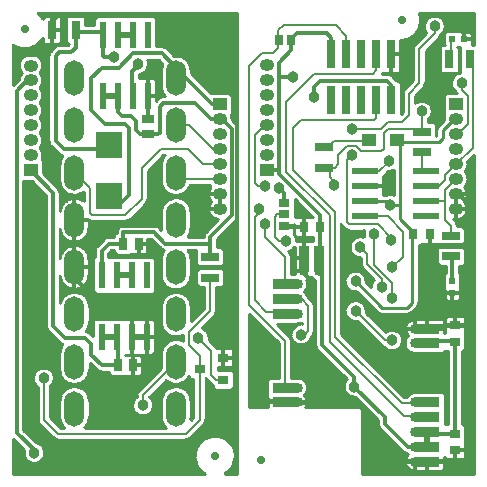
<source format=gtl>
%FSLAX24Y24*%
%MOIN*%
G70*
G01*
G75*
G04 Layer_Physical_Order=1*
G04 Layer_Color=255*
%ADD10C,0.0098*%
%ADD11C,0.0276*%
%ADD12R,0.0236X0.0886*%
%ADD13R,0.0299X0.0945*%
%ADD14R,0.0315X0.0354*%
%ADD15R,0.0886X0.0236*%
%ADD16R,0.0846X0.0335*%
%ADD17C,0.0335*%
%ADD18R,0.0335X0.0846*%
%ADD19R,0.0315X0.0630*%
%ADD20R,0.0394X0.0276*%
%ADD21R,0.0236X0.0197*%
%ADD22R,0.0197X0.0236*%
%ADD23R,0.0276X0.0394*%
%ADD24R,0.0354X0.0315*%
%ADD25R,0.0906X0.0906*%
%ADD26R,0.0492X0.0433*%
%ADD27R,0.0354X0.0315*%
%ADD28R,0.0591X0.0295*%
%ADD29R,0.0295X0.0591*%
%ADD30C,0.0079*%
%ADD31C,0.0118*%
%ADD32C,0.0138*%
%ADD33C,0.0197*%
%ADD34O,0.0472X0.0394*%
%ADD35R,0.0472X0.0394*%
%ADD36O,0.0669X0.1181*%
%ADD37C,0.0380*%
D10*
X563Y1007D02*
G03*
X1263Y906I343J-101D01*
G01*
D02*
G03*
X950Y1260I-357J0D01*
G01*
X1547Y1389D02*
G03*
X1693Y1329I146J146D01*
G01*
X1547Y1389D02*
G03*
X1693Y1329I146J146D01*
G01*
X1742Y2106D02*
G03*
X1899Y1742I502J0D01*
G01*
X1014Y2008D02*
G03*
X1074Y1862I207J0D01*
G01*
X1014Y2008D02*
G03*
X1074Y1862I207J0D01*
G01*
X1578Y3386D02*
G03*
X1014Y3094I-357J0D01*
G01*
X1427D02*
G03*
X1578Y3386I-207J291D01*
G01*
X1309Y5118D02*
G03*
X1376Y4958I226J0D01*
G01*
X1309Y5118D02*
G03*
X1375Y4958I226J0D01*
G01*
X1769Y4565D02*
G03*
X1855Y4510I160J160D01*
G01*
Y4510D02*
G03*
X1742Y4193I389J-318D01*
G01*
X1769Y4564D02*
G03*
X1855Y4510I160J160D01*
G01*
X2746Y2618D02*
G03*
X1742Y2618I-502J0D01*
G01*
X2590Y1742D02*
G03*
X2746Y2106I-345J364D01*
G01*
X1742Y3681D02*
G03*
X2746Y3681I502J0D01*
G01*
X2758Y4884D02*
G03*
X2640Y4947I-160J-160D01*
G01*
X2759Y4884D02*
G03*
X2640Y4947I-160J-160D01*
G01*
D02*
G03*
X2746Y5256I-396J309D01*
G01*
Y5768D02*
G03*
X1762Y5907I-502J0D01*
G01*
Y6792D02*
G03*
X2728Y6831I482J39D01*
G01*
X2987Y3661D02*
G03*
X3148Y3594I160J160D01*
G01*
X2988Y3661D02*
G03*
X3148Y3594I160J160D01*
G01*
X1762Y9563D02*
G03*
X1696Y9723I-226J0D01*
G01*
X1762Y9563D02*
G03*
X1695Y9723I-226J0D01*
G01*
X1191Y10811D02*
G03*
X1092Y11061I-364J0D01*
G01*
D02*
G03*
X1191Y11311I-265J250D01*
G01*
D02*
G03*
X1092Y11561I-364J0D01*
G01*
X1165Y10675D02*
G03*
X1191Y10811I-338J136D01*
G01*
X1092Y11561D02*
G03*
X1191Y11811I-265J250D01*
G01*
D02*
G03*
X1092Y12061I-364J0D01*
G01*
X1378Y11299D02*
G03*
X1447Y11132I236J0D01*
G01*
X1378Y11299D02*
G03*
X1447Y11132I236J0D01*
G01*
X1092Y12561D02*
G03*
X1191Y12811I-265J250D01*
G01*
X1092Y12061D02*
G03*
X1191Y12311I-265J250D01*
G01*
D02*
G03*
X1092Y12561I-364J0D01*
G01*
X483Y13561D02*
G03*
X385Y13343I265J-250D01*
G01*
X1191Y12811D02*
G03*
X1092Y13061I-364J0D01*
G01*
D02*
G03*
X1191Y13311I-265J250D01*
G01*
D02*
G03*
X1092Y13561I-364J0D01*
G01*
X748Y14175D02*
G03*
X483Y13561I0J-364D01*
G01*
X1092Y13561D02*
G03*
X1191Y13810I-265J250D01*
G01*
D02*
G03*
X827Y14175I-364J0D01*
G01*
X197Y14486D02*
G03*
X1189Y14719I394J553D01*
G01*
Y15360D02*
G03*
X1037Y15551I-599J-320D01*
G01*
X1447Y14301D02*
G03*
X1378Y14134I167J-167D01*
G01*
X1447Y14301D02*
G03*
X1378Y14134I167J-167D01*
G01*
X1732Y14488D02*
G03*
X1565Y14419I0J-236D01*
G01*
X1732Y14488D02*
G03*
X1565Y14419I0J-236D01*
G01*
X2728Y7343D02*
G03*
X1762Y7382I-484J0D01*
G01*
Y8367D02*
G03*
X2728Y8406I482J39D01*
G01*
Y8642D02*
G03*
X2835Y8612I107J177D01*
G01*
X2728Y8642D02*
G03*
X2835Y8612I107J177D01*
G01*
X2988Y7798D02*
G03*
X2921Y7638I160J-160D01*
G01*
X2988Y7798D02*
G03*
X2921Y7638I160J-160D01*
G01*
X3384Y8100D02*
G03*
X3223Y8034I0J-226D01*
G01*
X3384Y8100D02*
G03*
X3224Y8034I0J-226D01*
G01*
X3878Y8474D02*
G03*
X3652Y8248I0J-226D01*
G01*
X3878Y8474D02*
G03*
X3652Y8248I0J-226D01*
G01*
X3937Y8612D02*
G03*
X4083Y8673I0J207D01*
G01*
X3937Y8612D02*
G03*
X4083Y8673I0J207D01*
G01*
X1842Y10792D02*
G03*
X1742Y10492I402J-300D01*
G01*
X1723Y10857D02*
G03*
X1842Y10792I167J167D01*
G01*
X1723Y10857D02*
G03*
X1842Y10792I167J167D01*
G01*
X2549Y9293D02*
G03*
X1762Y8956I-305J-376D01*
G01*
X1742Y9980D02*
G03*
X2549Y9582I502J0D01*
G01*
X4321Y2772D02*
G03*
X4885Y2480I207J-291D01*
G01*
D02*
G03*
X4747Y2762I-357J0D01*
G01*
X4381Y2981D02*
G03*
X4321Y2835I146J-146D01*
G01*
X4381Y2981D02*
G03*
X4321Y2835I146J-146D01*
G01*
X5945Y1329D02*
G03*
X6091Y1389I0J207D01*
G01*
X5945Y1329D02*
G03*
X6091Y1389I0J207D01*
G01*
X6121Y2004D02*
G03*
X6132Y2106I-491J102D01*
G01*
X5128D02*
G03*
X5284Y1742I502J0D01*
G01*
X6132Y2618D02*
G03*
X5128Y2618I-502J0D01*
G01*
X5294Y3308D02*
G03*
X6073Y3445I336J373D01*
G01*
X5863Y4637D02*
G03*
X5128Y4193I-233J-444D01*
G01*
Y5256D02*
G03*
X5863Y4811I502J0D01*
G01*
X6132Y5768D02*
G03*
X5128Y5768I-502J0D01*
G01*
Y6831D02*
G03*
X6132Y6831I502J0D01*
G01*
X7608Y787D02*
G03*
X6594Y197I-679J0D01*
G01*
X6564Y1862D02*
G03*
X6624Y2008I-146J146D01*
G01*
X6563Y1862D02*
G03*
X6624Y2008I-146J146D01*
G01*
X7265Y197D02*
G03*
X7608Y787I-335J591D01*
G01*
X6822Y3181D02*
G03*
X6860Y3151I146J146D01*
G01*
X6822Y3181D02*
G03*
X6860Y3151I146J146D01*
G01*
X6635Y3376D02*
G03*
X6665Y3338I176J108D01*
G01*
X6635Y3376D02*
G03*
X6665Y3338I176J108D01*
G01*
X6735Y4724D02*
G03*
X6496Y5062I-357J0D01*
G01*
X6997Y4381D02*
G03*
X6957Y4437I-186J-90D01*
G01*
X6730Y4664D02*
G03*
X6735Y4724I-352J60D01*
G01*
X6997Y4381D02*
G03*
X6957Y4437I-186J-90D01*
G01*
X6918Y5484D02*
G03*
X6978Y5630I-146J146D01*
G01*
X6918Y5484D02*
G03*
X6978Y5630I-146J146D01*
G01*
X4634Y9224D02*
G03*
X4695Y9370I-146J146D01*
G01*
X4634Y9224D02*
G03*
X4695Y9370I-146J146D01*
G01*
X6132Y7343D02*
G03*
X6029Y7648I-502J0D01*
G01*
X5234Y7651D02*
G03*
X5128Y7343I396J-309D01*
G01*
X5062Y8408D02*
G03*
X4902Y8474I-160J-160D01*
G01*
X5062Y8408D02*
G03*
X4902Y8474I-160J-160D01*
G01*
X5128Y8406D02*
G03*
X5133Y8337I502J0D01*
G01*
X5116Y7714D02*
G03*
X5234Y7651I160J160D01*
G01*
X5115Y7714D02*
G03*
X5234Y7651I160J160D01*
G01*
X6029Y8100D02*
G03*
X6132Y8406I-399J305D01*
G01*
Y8917D02*
G03*
X5128Y8917I-502J0D01*
G01*
X4400Y13493D02*
G03*
X4718Y13848I-39J355D01*
G01*
D02*
G03*
X4690Y13986I-357J0D01*
G01*
X5197Y12785D02*
G03*
X5037Y12719I0J-226D01*
G01*
X5197Y12785D02*
G03*
X5036Y12719I0J-226D01*
G01*
X5128Y9980D02*
G03*
X6105Y9817I502J0D01*
G01*
X5247Y10817D02*
G03*
X5128Y10492I383J-325D01*
G01*
Y13130D02*
G03*
X5265Y12785I502J0D01*
G01*
X5177Y13859D02*
G03*
X5128Y13642I453J-217D01*
G01*
X5315Y14389D02*
G03*
X5148Y14459I-167J-167D01*
G01*
X6132Y13642D02*
G03*
X5565Y14139I-502J0D01*
G01*
X5315Y14389D02*
G03*
X5148Y14459I-167J-167D01*
G01*
X6612Y8270D02*
G03*
X6545Y8110I160J-160D01*
G01*
X6612Y8271D02*
G03*
X6545Y8110I160J-160D01*
G01*
X6808Y9274D02*
G03*
X7021Y8679I240J-250D01*
G01*
X7640Y8658D02*
G03*
X7677Y8707I-160J160D01*
G01*
X7640Y8659D02*
G03*
X7677Y8707I-160J160D01*
G01*
X6795Y9761D02*
G03*
X6808Y9274I252J-237D01*
G01*
X6747Y9817D02*
G03*
X6795Y9761I300J207D01*
G01*
X7490Y12024D02*
G03*
X7464Y12159I-364J0D01*
G01*
X7677Y11805D02*
G03*
X7640Y11853I-197J-112D01*
G01*
X7677Y11805D02*
G03*
X7640Y11853I-197J-112D01*
G01*
X9954Y2411D02*
G03*
X10002Y2579I-269J167D01*
G01*
D02*
G03*
X9898Y2813I-317J0D01*
G01*
D02*
G03*
X10020Y3071I-213J258D01*
G01*
D02*
G03*
X9852Y3361I-335J0D01*
G01*
D02*
G03*
X9685Y3406I-167J-290D01*
G01*
X9469Y4636D02*
G03*
X9408Y4782I-207J0D01*
G01*
X9469Y4636D02*
G03*
X9408Y4782I-207J0D01*
G01*
X9757Y5197D02*
G03*
X10156Y4785I46J-354D01*
G01*
X10186Y4814D02*
G03*
X10246Y4961I-146J146D01*
G01*
X10186Y4815D02*
G03*
X10246Y4961I-146J146D01*
G01*
X10276Y4498D02*
G03*
X10342Y4338I226J0D01*
G01*
X10276Y4498D02*
G03*
X10342Y4338I226J0D01*
G01*
X11320Y3360D02*
G03*
X11610Y2755I255J-250D01*
G01*
X13186Y942D02*
G03*
X13336Y876I160J160D01*
G01*
X13370Y844D02*
G03*
X13433Y331I213J-234D01*
G01*
X12372Y1850D02*
G03*
X12439Y1690I226J0D01*
G01*
X12372Y1850D02*
G03*
X12438Y1690I226J0D01*
G01*
X13186Y943D02*
G03*
X13336Y876I160J160D01*
G01*
X13415Y2869D02*
G03*
X13305Y2766I167J-290D01*
G01*
X13370Y4805D02*
G03*
X13415Y4257I213J-258D01*
G01*
X12537Y4448D02*
G03*
X13192Y4646I298J197D01*
G01*
X12452Y4500D02*
G03*
X12537Y4448I146J146D01*
G01*
X12452Y4499D02*
G03*
X12537Y4448I146J146D01*
G01*
X13192Y4646D02*
G03*
X12612Y4925I-357J0D01*
G01*
X13433Y5319D02*
G03*
X13370Y4805I149J-279D01*
G01*
X9685Y5197D02*
G03*
X9833Y5231I0J335D01*
G01*
Y5199D02*
G03*
X9757Y5197I-30J-356D01*
G01*
X10246Y5797D02*
G03*
X10186Y5943I-207J0D01*
G01*
X10246Y5797D02*
G03*
X10186Y5943I-207J0D01*
G01*
X10004Y6125D02*
G03*
X9912Y6270I-319J-101D01*
G01*
D02*
G03*
X10020Y6516I-227J246D01*
G01*
D02*
G03*
X9991Y6652I-335J0D01*
G01*
Y6652D02*
G03*
X10145Y6746I-79J306D01*
G01*
X9595Y6959D02*
G03*
X9614Y6850I317J0D01*
G01*
X10145Y6746D02*
G03*
X10276Y6649I258J213D01*
G01*
X9469Y7431D02*
G03*
X9408Y7577I-207J0D01*
G01*
X9469Y7431D02*
G03*
X9408Y7577I-207J0D01*
G01*
X9379Y7606D02*
G03*
X9595Y7764I-88J346D01*
G01*
X9649Y7954D02*
G03*
X9617Y8099I-357J-2D01*
G01*
D02*
G03*
X9575Y8170I-326J-146D01*
G01*
X11142Y8520D02*
G03*
X11192Y8437I197J63D01*
G01*
X11258Y8371D02*
G03*
X11405Y8310I146J146D01*
G01*
X11142Y8520D02*
G03*
X11192Y8437I197J63D01*
G01*
X11258Y8371D02*
G03*
X11405Y8310I146J146D01*
G01*
X11971Y5630D02*
G03*
X11674Y5278I-357J0D01*
G01*
X11971Y6614D02*
G03*
X11662Y6260I-357J0D01*
G01*
X11901Y8089D02*
G03*
X11801Y7400I-129J-333D01*
G01*
Y7179D02*
G03*
X11862Y7033I207J0D01*
G01*
X11801Y7179D02*
G03*
X11862Y7033I207J0D01*
G01*
X11908Y8310D02*
G03*
X11901Y8089I336J-121D01*
G01*
X11966Y5570D02*
G03*
X11971Y5630I-352J60D01*
G01*
X12340Y5582D02*
G03*
X12493Y5519I153J153D01*
G01*
X12340Y5582D02*
G03*
X12493Y5519I153J153D01*
G01*
X11968Y6566D02*
G03*
X11971Y6614I-354J48D01*
G01*
X12226Y6668D02*
G03*
X12123Y6412I254J-251D01*
G01*
X12894Y9503D02*
G03*
X12599Y9494I-138J-330D01*
G01*
X12692Y10273D02*
G03*
X12894Y10320I25J356D01*
G01*
X13000Y13297D02*
G03*
X12971Y13334I-189J-124D01*
G01*
X13000Y13297D02*
G03*
X12971Y13333I-189J-124D01*
G01*
X12837Y13467D02*
G03*
X12677Y13533I-160J-160D01*
G01*
X12838Y13467D02*
G03*
X12677Y13533I-160J-160D01*
G01*
X13240Y13020D02*
G03*
X13179Y12874I146J-146D01*
G01*
X13240Y13020D02*
G03*
X13179Y12874I146J-146D01*
G01*
X13110Y14636D02*
G03*
X13789Y15315I0J679D01*
G01*
X13433Y331D02*
G03*
X13583Y294I149J279D01*
G01*
X13336Y876D02*
G03*
X13370Y844I247J226D01*
G01*
X13583Y2913D02*
G03*
X13415Y2869I0J-335D01*
G01*
Y4257D02*
G03*
X13583Y4213I167J290D01*
G01*
Y5356D02*
G03*
X13433Y5319I0J-317D01*
G01*
X13334Y5519D02*
G03*
X13487Y5582I0J217D01*
G01*
X13334Y5519D02*
G03*
X13487Y5582I0J217D01*
G01*
X13657Y5752D02*
G03*
X13720Y5906I-153J153D01*
G01*
X13657Y5752D02*
G03*
X13720Y5906I-153J153D01*
G01*
X14176Y12283D02*
G03*
X13593Y12560I-357J0D01*
G01*
X14026Y11992D02*
G03*
X14176Y12283I-207J291D01*
G01*
X13886Y13082D02*
G03*
X13947Y13228I-146J146D01*
G01*
X13886Y13082D02*
G03*
X13947Y13228I-146J146D01*
G01*
X14374Y11807D02*
G03*
X14311Y11654I153J-153D01*
G01*
X14375Y11807D02*
G03*
X14311Y11654I153J-153D01*
G01*
X14583Y12159D02*
G03*
X14559Y11991I338J-136D01*
G01*
X13594Y14516D02*
G03*
X13533Y14370I146J-146D01*
G01*
X13594Y14516D02*
G03*
X13533Y14370I146J-146D01*
G01*
X13789Y15315D02*
G03*
X13747Y15551I-679J0D01*
G01*
X14609Y15118D02*
G03*
X13973Y14895I-357J0D01*
G01*
X14398Y14736D02*
G03*
X14449Y14820I-146J146D01*
G01*
X14398Y14736D02*
G03*
X14449Y14820I-146J146D01*
G01*
D02*
G03*
X14557Y14932I-197J298D01*
G01*
X14568Y14951D02*
G03*
X14609Y15118I-316J167D01*
G01*
X15010Y8465D02*
G03*
X14949Y8611I-207J0D01*
G01*
X15010Y8465D02*
G03*
X14949Y8611I-207J0D01*
G01*
X14881Y8679D02*
G03*
X14921Y8677I41J344D01*
G01*
X15000D02*
G03*
X15346Y9023I0J346D01*
G01*
X15239Y9273D02*
G03*
X15346Y9523I-239J250D01*
G01*
Y9023D02*
G03*
X15239Y9273I-346J0D01*
G01*
X15346Y9523D02*
G03*
X15252Y9760I-346J0D01*
G01*
D02*
G03*
X15364Y10024I-252J263D01*
G01*
X14960Y12930D02*
G03*
X14979Y12888I197J62D01*
G01*
X14960Y12930D02*
G03*
X14979Y12888I197J62D01*
G01*
X15009Y13553D02*
G03*
X14960Y12930I149J-325D01*
G01*
X15049Y13569D02*
G03*
X15009Y13553I108J-340D01*
G01*
X15108Y13582D02*
G03*
X15049Y13569I49J-354D01*
G01*
X15364Y10024D02*
G03*
X15265Y10274I-364J0D01*
G01*
D02*
G03*
X15364Y10524I-265J250D01*
G01*
D02*
G03*
X15351Y10621I-364J0D01*
G01*
X14898Y12024D02*
X14961D01*
X14528Y11654D02*
X14898Y12024D01*
X14528Y11378D02*
Y11654D01*
X14409Y11260D02*
X14528Y11378D01*
X11825Y9331D02*
X11929D01*
X12652Y9278D02*
X12756Y9173D01*
X11929Y9278D02*
X12652D01*
X12493Y5735D02*
X13334D01*
X13504Y5906D01*
X11614Y6614D02*
X12493Y5735D01*
X11772Y9278D02*
X11825Y9331D01*
X13140Y11260D02*
X14409D01*
X13504Y5906D02*
Y8307D01*
X13110Y9173D02*
Y11230D01*
Y8701D02*
X13504Y8307D01*
X13110Y8701D02*
Y9173D01*
X12756D02*
X13110D01*
X197Y531D02*
X549Y883D01*
X197Y475D02*
X555Y834D01*
X197Y587D02*
X550Y940D01*
X197Y754D02*
X506Y1063D01*
X197Y642D02*
X562Y1008D01*
X197Y698D02*
X534Y1035D01*
X197Y269D02*
X269Y197D01*
X197Y325D02*
X325Y197D01*
X197Y380D02*
X380Y197D01*
X197Y436D02*
X436Y197D01*
X197Y492D02*
X492Y197D01*
X197Y547D02*
X547Y197D01*
X197Y420D02*
X567Y790D01*
X197Y197D02*
Y1373D01*
Y1271D02*
X549Y920D01*
X197Y1327D02*
X554Y970D01*
X197Y1143D02*
X312Y1258D01*
X197Y1088D02*
X339Y1230D01*
X197Y1373D02*
X563Y1007D01*
X197Y809D02*
X479Y1091D01*
X197Y1160D02*
X568Y789D01*
X197Y1216D02*
X551Y861D01*
X197Y976D02*
X395Y1175D01*
X197Y1032D02*
X367Y1202D01*
X197Y865D02*
X451Y1119D01*
X197Y921D02*
X423Y1147D01*
X197Y197D02*
X653Y653D01*
X308Y197D02*
X715Y603D01*
X253Y197D02*
X682Y627D01*
X197Y603D02*
X603Y197D01*
X197D02*
X653Y653D01*
X197Y659D02*
X659Y197D01*
X587D02*
X940Y550D01*
X642Y197D02*
X1009Y564D01*
X698Y197D02*
X1124Y623D01*
X420Y197D02*
X790Y567D01*
X364Y197D02*
X751Y584D01*
X531Y197D02*
X883Y549D01*
X475Y197D02*
X834Y555D01*
X197Y714D02*
X714Y197D01*
X197Y770D02*
X770Y197D01*
X197Y826D02*
X826Y197D01*
X197Y364D02*
X584Y751D01*
X197Y253D02*
X627Y682D01*
X197Y308D02*
X603Y715D01*
X197Y881D02*
X881Y197D01*
X197Y1049D02*
X1049Y197D01*
X197Y1104D02*
X1104Y197D01*
X197Y937D02*
X937Y197D01*
X197Y993D02*
X993Y197D01*
X754D02*
X1886Y1329D01*
X197Y1255D02*
X256Y1314D01*
X197Y1199D02*
X284Y1286D01*
X541Y1706D02*
X997Y1251D01*
X197Y1310D02*
X228Y1342D01*
X541Y1669D02*
X950Y1260D01*
X541Y1878D02*
X1014Y2350D01*
X548Y1662D02*
X1014Y2127D01*
X604Y1606D02*
X1014Y2016D01*
X576Y1634D02*
X1014Y2072D01*
X541Y1822D02*
X1014Y2294D01*
X541Y1933D02*
X1014Y2406D01*
X541Y1711D02*
X1014Y2183D01*
X541Y1766D02*
X1014Y2239D01*
X541Y2713D02*
X965Y3136D01*
X541Y2546D02*
X1014Y3018D01*
X541Y2657D02*
X994Y3110D01*
X541Y2880D02*
X897Y3235D01*
X541Y2768D02*
X939Y3166D01*
X541Y2824D02*
X916Y3199D01*
X541Y2045D02*
X1014Y2517D01*
X541Y1989D02*
X1014Y2461D01*
X541Y2486D02*
X1014Y2013D01*
X541Y2597D02*
X1014Y2125D01*
X541Y2156D02*
X1014Y2628D01*
X541Y2541D02*
X1014Y2069D01*
X541Y2100D02*
X1014Y2573D01*
X541Y2653D02*
X1014Y2180D01*
X541Y1762D02*
X1095Y1209D01*
X541Y2430D02*
X1022Y1949D01*
X541Y2323D02*
X1014Y2795D01*
X541Y2212D02*
X1014Y2684D01*
X541Y2764D02*
X1014Y2292D01*
X687Y1523D02*
X1052Y1888D01*
X743Y1467D02*
X1106Y1830D01*
X715Y1495D02*
X1078Y1858D01*
X541Y2708D02*
X1014Y2236D01*
X541Y2267D02*
X1014Y2740D01*
X660Y1550D02*
X1032Y1923D01*
X632Y1578D02*
X1018Y1965D01*
X541Y3098D02*
X1014Y2626D01*
X541Y3043D02*
X1014Y2570D01*
X541Y2601D02*
X1014Y3074D01*
X541Y3265D02*
X1014Y2793D01*
X541Y3154D02*
X1014Y2681D01*
X541Y3210D02*
X1014Y2737D01*
X541Y2875D02*
X1014Y2403D01*
X541Y2820D02*
X1014Y2347D01*
X541Y2379D02*
X1014Y2851D01*
X541Y2490D02*
X1014Y2963D01*
X541Y2987D02*
X1014Y2514D01*
X541Y2434D02*
X1014Y2907D01*
X541Y2931D02*
X1014Y2459D01*
X789Y568D02*
X1160Y197D01*
X920Y549D02*
X1271Y197D01*
X861Y551D02*
X1216Y197D01*
X970Y554D02*
X1327Y197D01*
X1014Y565D02*
X1383Y197D01*
X1054Y581D02*
X1438Y197D01*
X1091Y600D02*
X1494Y197D01*
X1124Y623D02*
X1550Y197D01*
X1158Y1158D02*
X1468Y1468D01*
X1158Y1158D02*
X1468Y1468D01*
X1208Y1096D02*
X1524Y1412D01*
X1184Y1129D02*
X1496Y1440D01*
X854Y1356D02*
X1217Y1719D01*
X910Y1300D02*
X1273Y1663D01*
X882Y1328D02*
X1245Y1691D01*
X771Y1439D02*
X1134Y1802D01*
X827Y1383D02*
X1190Y1746D01*
X799Y1411D02*
X1162Y1774D01*
X1060Y1227D02*
X1384Y1552D01*
X1129Y1184D02*
X1440Y1496D01*
X1096Y1208D02*
X1412Y1524D01*
X977Y1256D02*
X1329Y1607D01*
X938Y1272D02*
X1301Y1635D01*
X1021Y1244D02*
X1357Y1579D01*
X1074Y1862D02*
X1547Y1389D01*
X1154Y648D02*
X1605Y197D01*
X1180Y677D02*
X1661Y197D01*
X921D02*
X2053Y1329D01*
X1204Y709D02*
X1717Y197D01*
X1225Y745D02*
X1772Y197D01*
X1188Y687D02*
X1830Y1329D01*
X1241Y784D02*
X1828Y197D01*
X1254Y827D02*
X1884Y197D01*
X1251Y997D02*
X2051Y197D01*
X1247Y802D02*
X1774Y1329D01*
X1261Y871D02*
X1718Y1329D01*
X1261Y875D02*
X1939Y197D01*
X1262Y930D02*
X1995Y197D01*
X1262Y928D02*
X1665Y1331D01*
X865Y197D02*
X1997Y1329D01*
X809Y197D02*
X1941Y1329D01*
X1227Y1060D02*
X1552Y1385D01*
X1256Y977D02*
X1620Y1342D01*
X1244Y1021D02*
X1583Y1360D01*
X1427Y2157D02*
X1842Y1742D01*
X1798D02*
X1850Y1795D01*
X1427Y2212D02*
X1897Y1742D01*
X1779D02*
X1899D01*
X1427Y2095D02*
X1742Y2410D01*
X1427Y2207D02*
X1742Y2522D01*
X1427Y2435D02*
X1742Y2120D01*
X1427Y2491D02*
X1742Y2176D01*
X1538Y1983D02*
X1742Y2188D01*
X1593Y1927D02*
X1743Y2077D01*
X1565Y1955D02*
X1742Y2132D01*
X1454Y2067D02*
X1742Y2355D01*
X1427Y2151D02*
X1742Y2466D01*
X1510Y2011D02*
X1742Y2243D01*
X1482Y2039D02*
X1742Y2299D01*
X1014Y2008D02*
Y3094D01*
X1427Y2546D02*
X1742Y2231D01*
X1427Y2262D02*
X1742Y2577D01*
X1427Y2602D02*
X1742Y2287D01*
X1427Y2318D02*
X1742Y2633D01*
X1427Y2658D02*
X1742Y2343D01*
X1427Y2093D02*
Y3094D01*
X1742Y2106D02*
Y2618D01*
X1427Y2713D02*
X1742Y2398D01*
X1427Y2769D02*
X1742Y2454D01*
X1427Y2825D02*
X1742Y2510D01*
X1427Y2880D02*
X1742Y2566D01*
X1427Y2936D02*
X1742Y2621D01*
X1621Y1900D02*
X1748Y2027D01*
X1427Y2093D02*
X1779Y1742D01*
X1427Y2101D02*
X1786Y1742D01*
X1427Y2379D02*
X1744Y2063D01*
X1427Y2268D02*
X1780Y1915D01*
X1427Y2324D02*
X1754Y1997D01*
X1760Y1760D02*
X1827Y1827D01*
X1853Y1742D02*
X1876Y1765D01*
X1760Y1760D02*
X1827Y1827D01*
X1677Y1844D02*
X1771Y1938D01*
X1649Y1872D02*
X1758Y1981D01*
X1732Y1788D02*
X1806Y1862D01*
X1705Y1816D02*
X1787Y1899D01*
X1427Y2374D02*
X1748Y2695D01*
X1427Y2429D02*
X1765Y2767D01*
X1427Y2485D02*
X1807Y2865D01*
X1427Y2992D02*
X1745Y2674D01*
X1427Y3048D02*
X1753Y2722D01*
X1427Y2596D02*
X2049Y3218D01*
X1427Y2708D02*
X1976Y3257D01*
X1432Y3098D02*
X1764Y2766D01*
X1463Y3123D02*
X1779Y2807D01*
X1427Y2652D02*
X2011Y3236D01*
X1490Y3152D02*
X1796Y2845D01*
X1515Y3183D02*
X1816Y2881D01*
X1536Y3217D02*
X1839Y2914D01*
X1553Y3256D02*
X1863Y2945D01*
X541Y3158D02*
X881Y3498D01*
X541Y3488D02*
X1014Y3015D01*
X541Y3544D02*
X1014Y3071D01*
X541Y3711D02*
X863Y3389D01*
X541Y3599D02*
X890Y3251D01*
X541Y3655D02*
X868Y3328D01*
X541Y2935D02*
X881Y3275D01*
X541Y3321D02*
X1014Y2848D01*
X541Y3377D02*
X1014Y2904D01*
X541Y3047D02*
X864Y3369D01*
X541Y3103D02*
X866Y3427D01*
X541Y2991D02*
X869Y3319D01*
X541Y3432D02*
X1014Y2960D01*
X541Y4156D02*
X1018Y3680D01*
X541Y4212D02*
X1052Y3701D01*
X541Y4267D02*
X1090Y3719D01*
X541Y4323D02*
X1132Y3732D01*
X541Y4379D02*
X1179Y3741D01*
X541Y4434D02*
X1233Y3743D01*
X541Y3766D02*
X867Y3440D01*
X541Y3822D02*
X877Y3486D01*
X541Y3878D02*
X892Y3527D01*
X541Y3933D02*
X911Y3564D01*
X541Y3989D02*
X933Y3598D01*
X541Y4045D02*
X958Y3628D01*
X541Y4100D02*
X986Y3656D01*
X541Y3492D02*
X1691Y4642D01*
X541Y3437D02*
X1719Y4614D01*
X541Y4713D02*
X1793Y3461D01*
X541Y3659D02*
X1608Y4726D01*
X541Y3548D02*
X1663Y4670D01*
X541Y3604D02*
X1636Y4698D01*
X541Y3270D02*
X1806Y4534D01*
X541Y3214D02*
X1843Y4515D01*
X541Y4601D02*
X2058Y3084D01*
X541Y4490D02*
X1297Y3735D01*
X541Y4546D02*
X1383Y3704D01*
X541Y3325D02*
X1775Y4559D01*
X541Y3381D02*
X1747Y4586D01*
X541Y4991D02*
X1742Y3790D01*
X541Y4880D02*
X1742Y3679D01*
X541Y4936D02*
X1742Y3735D01*
X541Y5158D02*
X1742Y3957D01*
X541Y5047D02*
X1742Y3846D01*
X541Y5103D02*
X1742Y3902D01*
X541Y3715D02*
X1580Y4754D01*
X541Y4769D02*
X1759Y3550D01*
X541Y4824D02*
X1746Y3620D01*
X541Y3882D02*
X1496Y4837D01*
X541Y3938D02*
X1469Y4865D01*
X541Y3771D02*
X1552Y4781D01*
X541Y3826D02*
X1524Y4809D01*
X541Y4884D02*
X1309Y5652D01*
X541Y4773D02*
X1309Y5541D01*
X541Y4829D02*
X1309Y5596D01*
X541Y5051D02*
X1309Y5819D01*
X541Y4940D02*
X1309Y5708D01*
X541Y4996D02*
X1309Y5763D01*
X541Y4494D02*
X1309Y5262D01*
X541Y4383D02*
X1309Y5151D01*
X541Y4439D02*
X1309Y5207D01*
X541Y4662D02*
X1309Y5429D01*
X541Y4717D02*
X1309Y5485D01*
X541Y4550D02*
X1309Y5318D01*
X541Y4606D02*
X1309Y5374D01*
X541Y7330D02*
X1309Y6562D01*
X541Y7274D02*
X1309Y6506D01*
X541Y6555D02*
X1309Y7322D01*
X541Y6666D02*
X1309Y7434D01*
X541Y6610D02*
X1309Y7378D01*
X541Y7385D02*
X1309Y6618D01*
X541Y6495D02*
X1309Y5727D01*
X541Y5107D02*
X1309Y5875D01*
X541Y5719D02*
X1309Y6487D01*
X541Y5998D02*
X1309Y6765D01*
X541Y6773D02*
X1309Y6005D01*
X541Y6606D02*
X1309Y5838D01*
X541Y6717D02*
X1309Y5950D01*
X541Y5325D02*
X1742Y4125D01*
X541Y5214D02*
X1742Y4013D01*
X541Y5270D02*
X1742Y4069D01*
X541Y5381D02*
X1742Y4180D01*
X541Y5437D02*
X1744Y4234D01*
X541Y5492D02*
X1750Y4283D01*
X541Y4105D02*
X1385Y4948D01*
X541Y3993D02*
X1441Y4893D01*
X541Y4049D02*
X1413Y4921D01*
X541Y4272D02*
X1320Y5050D01*
X541Y4327D02*
X1310Y5096D01*
X541Y4160D02*
X1358Y4977D01*
X541Y4216D02*
X1336Y5011D01*
X541Y5831D02*
X1309Y6598D01*
X541Y5775D02*
X1309Y6543D01*
X541Y6550D02*
X1309Y5782D01*
X541Y5942D02*
X1309Y6710D01*
X541Y5886D02*
X1309Y6654D01*
X541Y6662D02*
X1309Y5894D01*
X541Y5548D02*
X1761Y4329D01*
X541Y5604D02*
X1775Y4370D01*
X541Y5659D02*
X1791Y4409D01*
X541Y5826D02*
X1320Y5047D01*
X541Y5882D02*
X1309Y5114D01*
X541Y5715D02*
X1811Y4446D01*
X541Y5771D02*
X1832Y4480D01*
X1407Y3690D02*
X1742Y4025D01*
X541Y5163D02*
X1309Y5930D01*
X1520Y3580D02*
X1742Y3802D01*
X1557Y3506D02*
X1742Y3691D01*
X1540Y3545D02*
X1742Y3747D01*
X1440Y3667D02*
X1742Y3969D01*
Y3681D02*
Y4193D01*
X1497Y3612D02*
X1742Y3858D01*
X1470Y3641D02*
X1742Y3914D01*
X541Y5993D02*
X1309Y5226D01*
X541Y5938D02*
X1309Y5170D01*
X541Y5218D02*
X1309Y5986D01*
X541Y5330D02*
X1309Y6097D01*
X541Y5274D02*
X1309Y6042D01*
X541Y6049D02*
X1309Y5281D01*
X541Y1669D02*
Y9947D01*
Y6105D02*
X1309Y5337D01*
Y5118D02*
Y9469D01*
X541Y5441D02*
X1309Y6209D01*
X541Y6216D02*
X1309Y5448D01*
X541Y5385D02*
X1309Y6153D01*
X541Y6160D02*
X1309Y5393D01*
X1427Y2875D02*
X1884Y3332D01*
X1427Y2763D02*
X1943Y3279D01*
X1427Y2819D02*
X1912Y3304D01*
X1427Y3042D02*
X1812Y3426D01*
X1427Y2930D02*
X1858Y3361D01*
X1427Y2986D02*
X1833Y3392D01*
X1567Y3298D02*
X1890Y2974D01*
X1575Y3345D02*
X1919Y3001D01*
X1578Y3398D02*
X1951Y3025D01*
X1565Y3291D02*
X1775Y3501D01*
X1577Y3358D02*
X1761Y3543D01*
X1570Y3462D02*
X1984Y3047D01*
X1519Y3189D02*
X1792Y3463D01*
X1371Y3710D02*
X1742Y4081D01*
X1331Y3725D02*
X1742Y4136D01*
X1108Y3725D02*
X1790Y4407D01*
X1287Y3737D02*
X1742Y4192D01*
X1237Y3743D02*
X1745Y4251D01*
X1180Y3741D02*
X1758Y4320D01*
X1569Y3462D02*
X1744Y3637D01*
X1538Y3549D02*
X2020Y3067D01*
X1577Y3414D02*
X1751Y3588D01*
X1376Y4958D02*
X1769Y4565D01*
X541Y6829D02*
X1309Y6061D01*
X541Y6439D02*
X1309Y5671D01*
X541Y6053D02*
X1309Y6821D01*
X541Y6165D02*
X1309Y6933D01*
X541Y6109D02*
X1309Y6877D01*
X541Y6884D02*
X1309Y6117D01*
X541Y5552D02*
X1309Y6320D01*
X541Y5497D02*
X1309Y6264D01*
X541Y6272D02*
X1309Y5504D01*
X541Y6383D02*
X1309Y5615D01*
X541Y5664D02*
X1309Y6431D01*
X541Y6328D02*
X1309Y5560D01*
X541Y5608D02*
X1309Y6376D01*
X541Y7218D02*
X1309Y6451D01*
X541Y7163D02*
X1309Y6395D01*
X541Y6443D02*
X1309Y7211D01*
X541Y6722D02*
X1309Y7489D01*
X541Y6499D02*
X1309Y7267D01*
X541Y7441D02*
X1309Y6673D01*
X541Y6996D02*
X1309Y6228D01*
X541Y6940D02*
X1309Y6172D01*
X541Y6220D02*
X1309Y6988D01*
X541Y6332D02*
X1309Y7100D01*
X541Y6388D02*
X1309Y7155D01*
X541Y6276D02*
X1309Y7044D01*
X541Y7051D02*
X1309Y6284D01*
X1762Y6332D02*
X1932Y6161D01*
X1762Y6105D02*
X2046Y6389D01*
X1762Y6160D02*
X2009Y6408D01*
X1762Y6388D02*
X1965Y6185D01*
X1762Y6216D02*
X1975Y6429D01*
X1762Y6443D02*
X1999Y6206D01*
X1762Y5998D02*
X1786Y5973D01*
X1762Y6054D02*
X1805Y6011D01*
X1762Y5993D02*
X1864Y6095D01*
X1762Y6109D02*
X1826Y6045D01*
X1762Y6165D02*
X1849Y6078D01*
X1762Y6221D02*
X1875Y6108D01*
X1762Y6276D02*
X1902Y6136D01*
X541Y7107D02*
X1309Y6339D01*
X1762Y6550D02*
X1816Y6605D01*
X1762Y5907D02*
Y6792D01*
Y6661D02*
X1783Y6683D01*
X541Y7497D02*
X1309Y6729D01*
X1762Y6606D02*
X1798Y6642D01*
X1762Y6666D02*
X1809Y6619D01*
X1762Y6272D02*
X1942Y6452D01*
X1762Y6499D02*
X2036Y6225D01*
X1762Y6555D02*
X2076Y6241D01*
X1762Y6439D02*
X1860Y6537D01*
X1762Y6494D02*
X1837Y6569D01*
X1762Y6327D02*
X1913Y6478D01*
X1762Y6383D02*
X1885Y6506D01*
X1209Y1095D02*
X2106Y197D01*
X1199D02*
X2331Y1329D01*
X1143Y197D02*
X2275Y1329D01*
X976Y197D02*
X2108Y1329D01*
X1088Y197D02*
X2220Y1329D01*
X1032Y197D02*
X2164Y1329D01*
X1477Y197D02*
X2609Y1329D01*
X1589Y197D02*
X2721Y1329D01*
X1533Y197D02*
X2665Y1329D01*
X1310Y197D02*
X2442Y1329D01*
X1255Y197D02*
X2387Y1329D01*
X1422Y197D02*
X2554Y1329D01*
X1366Y197D02*
X2498Y1329D01*
X541Y2096D02*
X2440Y197D01*
X541Y2152D02*
X2496Y197D01*
X541Y2207D02*
X2552Y197D01*
X541Y2263D02*
X2607Y197D01*
X541Y2319D02*
X2663Y197D01*
X541Y2374D02*
X2719Y197D01*
X541Y1818D02*
X2162Y197D01*
X1644D02*
X2776Y1329D01*
X1634Y1337D02*
X2775Y197D01*
X541Y1873D02*
X2218Y197D01*
X541Y1929D02*
X2273Y197D01*
X541Y1985D02*
X2329Y197D01*
X541Y2040D02*
X2385Y197D01*
X2144Y1329D02*
X3276Y197D01*
X2199Y1329D02*
X3331Y197D01*
X2146D02*
X3277Y1329D01*
X2034Y197D02*
X3166Y1329D01*
X2090Y197D02*
X3222Y1329D01*
X2088D02*
X3220Y197D01*
X2480D02*
X3612Y1329D01*
X2535Y197D02*
X3667Y1329D01*
X2533D02*
X3665Y197D01*
X2422Y1329D02*
X3554Y197D01*
X2201D02*
X3333Y1329D01*
X2478D02*
X3610Y197D01*
X2424D02*
X3556Y1329D01*
X1756Y197D02*
X2888Y1329D01*
X1812Y197D02*
X2943Y1329D01*
X1810D02*
X2942Y197D01*
X1698Y1329D02*
X2830Y197D01*
X1754Y1329D02*
X2886Y197D01*
X1700D02*
X2832Y1329D01*
X1977D02*
X3109Y197D01*
X2032Y1329D02*
X3164Y197D01*
X1979D02*
X3110Y1329D01*
X1867Y197D02*
X2999Y1329D01*
X1865D02*
X2997Y197D01*
X1923D02*
X3055Y1329D01*
X1921D02*
X3053Y197D01*
X2255Y1329D02*
X3387Y197D01*
X2313D02*
X3444Y1329D01*
X2257Y197D02*
X3389Y1329D01*
X2242Y3179D02*
X2305Y3116D01*
X2311Y1329D02*
X3443Y197D01*
X2632Y1787D02*
X2677Y1742D01*
X2366Y1329D02*
X3498Y197D01*
X2656Y1819D02*
X2733Y1742D01*
X2677Y1853D02*
X2788Y1742D01*
X2697Y1889D02*
X2844Y1742D01*
X2713Y1928D02*
X2900Y1742D01*
X1427Y2541D02*
X2090Y3203D01*
X2095Y3098D02*
X2181Y3183D01*
X1997Y3055D02*
X2134Y3191D01*
X2024Y3230D02*
X2144Y3110D01*
X2168Y3114D02*
X2233Y3179D01*
X2113Y3196D02*
X2192Y3117D01*
X2295Y3182D02*
X2374Y3103D01*
X2343Y3189D02*
X2463Y3070D01*
X2721Y2776D02*
X3399Y3455D01*
X2229Y3120D02*
X2290Y3181D01*
X2183Y3183D02*
X2245Y3120D01*
X2283Y3119D02*
X2357Y3192D01*
X2333Y3112D02*
X2439Y3219D01*
X2368Y197D02*
X3500Y1329D01*
X197Y197D02*
X6594D01*
X2589Y1329D02*
X3721Y197D01*
X2388Y3200D02*
X3846Y1742D01*
X1693Y1329D02*
X5945D01*
X2429Y3215D02*
X3902Y1742D01*
X2591Y197D02*
X3723Y1329D01*
X2647Y197D02*
X3779Y1329D01*
X2645D02*
X3777Y197D01*
X2701Y1329D02*
X3832Y197D01*
X2696Y2837D02*
X3790Y1742D01*
X2702Y197D02*
X3834Y1329D01*
X2590Y1742D02*
X5284D01*
X2569Y3298D02*
X4125Y1742D01*
X2598Y3325D02*
X4180Y1742D01*
X2624Y3354D02*
X4236Y1742D01*
X2468Y3232D02*
X3957Y1742D01*
X2504Y3252D02*
X4013Y1742D01*
X2537Y3274D02*
X4069Y1742D01*
X2649Y3385D02*
X4292Y1742D01*
X2672Y3418D02*
X4347Y1742D01*
X2633D02*
X4364Y3473D01*
X2659Y1824D02*
X4308Y3473D01*
X2717Y1937D02*
X4252Y3473D01*
X2692Y3454D02*
X4403Y1742D01*
X2689D02*
X4419Y3473D01*
X2814Y197D02*
X3946Y1329D01*
X2869Y197D02*
X4001Y1329D01*
X2868D02*
X3999Y197D01*
X2756Y1329D02*
X3888Y197D01*
X2812Y1329D02*
X3944Y197D01*
X2758D02*
X3890Y1329D01*
X3148Y197D02*
X4280Y1329D01*
X3203Y197D02*
X4335Y1329D01*
X3202D02*
X4334Y197D01*
X2925D02*
X4057Y1329D01*
X2923D02*
X4055Y197D01*
X2981D02*
X4113Y1329D01*
X2979D02*
X4111Y197D01*
X2744Y2064D02*
X3067Y1742D01*
X2746Y2397D02*
X3401Y1742D01*
X2742Y2679D02*
X3679Y1742D01*
X2727Y1970D02*
X2955Y1742D01*
X2738Y2015D02*
X3011Y1742D01*
X2729Y2748D02*
X3735Y1742D01*
X3146Y1329D02*
X4278Y197D01*
X3259D02*
X4391Y1329D01*
X3257D02*
X4389Y197D01*
X3036D02*
X4168Y1329D01*
X3035D02*
X4166Y197D01*
X3092D02*
X4224Y1329D01*
X3090D02*
X4222Y197D01*
X3758Y1329D02*
X4890Y197D01*
X3814Y1329D02*
X4946Y197D01*
X3760D02*
X4892Y1329D01*
X3649Y197D02*
X4781Y1329D01*
X3705Y197D02*
X4836Y1329D01*
X3703D02*
X4835Y197D01*
X3927D02*
X5059Y1329D01*
X3983Y197D02*
X5115Y1329D01*
X3981D02*
X5113Y197D01*
X3870Y1329D02*
X5002Y197D01*
X3816D02*
X4948Y1329D01*
X3925D02*
X5057Y197D01*
X3872D02*
X5003Y1329D01*
X3370Y197D02*
X4502Y1329D01*
X3426Y197D02*
X4558Y1329D01*
X3424D02*
X4556Y197D01*
X3313Y1329D02*
X4445Y197D01*
X3369Y1329D02*
X4501Y197D01*
X3315D02*
X4447Y1329D01*
X3591D02*
X4723Y197D01*
X3647Y1329D02*
X4779Y197D01*
X3593D02*
X4725Y1329D01*
X3482Y197D02*
X4614Y1329D01*
X3480D02*
X4612Y197D01*
X3538D02*
X4669Y1329D01*
X3536D02*
X4668Y197D01*
X2746Y2174D02*
X3178Y1742D01*
X2746Y2285D02*
X3289Y1742D01*
X2746Y2341D02*
X3345Y1742D01*
X2733Y2733D02*
X3455Y3455D01*
X2746Y2619D02*
X3623Y1742D01*
X2733Y2733D02*
X3455Y3455D01*
X2746Y2230D02*
X3234Y1742D01*
X2746Y2452D02*
X3456Y1742D01*
X2746Y2564D02*
X3568Y1742D01*
X2746Y2118D02*
X3122Y1742D01*
X2746Y2106D02*
Y2618D01*
X3412Y1742D02*
X4171Y2501D01*
X2746Y2508D02*
X3512Y1742D01*
X2746Y2301D02*
X3900Y3455D01*
X2746Y2245D02*
X3956Y3455D01*
X2745Y2077D02*
X4141Y3473D01*
X2741Y2686D02*
X3510Y3455D01*
X2746Y2356D02*
X3844Y3455D01*
X2746Y2634D02*
X3566Y3455D01*
X2746Y2468D02*
X3733Y3455D01*
X2746Y2412D02*
X3789Y3455D01*
X2746Y2134D02*
X4085Y3473D01*
X2746Y2523D02*
X3677Y3455D01*
X2746Y2579D02*
X3622Y3455D01*
X3384D02*
X3994D01*
X3914Y3473D02*
X3994D01*
X3468Y1742D02*
X4172Y2446D01*
X3580Y1742D02*
X4193Y2355D01*
X3524Y1742D02*
X4180Y2398D01*
X3357Y1742D02*
X4181Y2566D01*
X3301Y1742D02*
X4218Y2659D01*
X3245Y1742D02*
X4321Y2818D01*
X3858Y1742D02*
X4312Y2196D01*
X3969Y1742D02*
X4381Y2154D01*
X3914Y1742D02*
X4345Y2173D01*
X3691Y1742D02*
X4231Y2282D01*
X3635Y1742D02*
X4210Y2317D01*
X3802Y1742D02*
X4281Y2221D01*
X3747Y1742D02*
X4254Y2250D01*
X2737Y2014D02*
X4197Y3473D01*
X3190Y1742D02*
X4325Y2878D01*
X3414Y3455D02*
X4215Y2654D01*
X3525Y3455D02*
X4261Y2719D01*
X3470Y3455D02*
X4237Y2688D01*
X3637Y3455D02*
X4320Y2771D01*
X3581Y3455D02*
X4289Y2747D01*
X3693Y3455D02*
X4321Y2826D01*
X3804Y3455D02*
X4339Y2919D01*
X3748Y3455D02*
X4325Y2878D01*
X3915Y3455D02*
X4385Y2985D01*
X3860Y3455D02*
X4359Y2955D01*
X3971Y3455D02*
X4413Y3013D01*
X3994Y3473D02*
X4488D01*
X541Y4657D02*
X2100Y3099D01*
X2378Y3102D02*
X2962Y3686D01*
X2665Y4983D02*
X2862Y4786D01*
X2744Y3635D02*
X2879Y3770D01*
X2707Y3486D02*
X2934Y3714D01*
X2733Y3568D02*
X2907Y3742D01*
X2746Y3804D02*
X2795Y3853D01*
X2746Y3681D02*
Y3902D01*
X2686Y5018D02*
X2862Y4842D01*
X2734Y4906D02*
X2862Y5034D01*
X2660Y4942D02*
X2862Y5145D01*
X2704Y5055D02*
X2862Y4897D01*
X2700Y4927D02*
X2862Y5089D01*
X2720Y5096D02*
X2862Y4953D01*
X2693Y5032D02*
X2862Y5201D01*
X2746Y5237D02*
X2862Y5120D01*
X2732Y5139D02*
X2862Y5009D01*
X2741Y5186D02*
X2862Y5064D01*
X2746Y5252D02*
X2862Y5368D01*
X2746Y5256D02*
Y5768D01*
X2728Y5122D02*
X2862Y5256D01*
X2742Y5192D02*
X2862Y5312D01*
X2591Y2981D02*
X3205Y3594D01*
X2644Y2922D02*
X3316Y3594D01*
X2618Y2953D02*
X3260Y3594D01*
X2496Y3052D02*
X3057Y3614D01*
X2562Y3007D02*
X3149Y3594D01*
X2530Y3031D02*
X3099Y3600D01*
X2744Y1742D02*
X4475Y3473D01*
X2724Y3533D02*
X4514Y1742D01*
X2735Y3577D02*
X4570Y1742D01*
X2687Y2854D02*
X3384Y3551D01*
X2667Y2889D02*
X3372Y3594D01*
X2709Y3492D02*
X4459Y1742D01*
X2705Y2817D02*
X3384Y3496D01*
X2420Y3088D02*
X2990Y3658D01*
X2743Y3625D02*
X4626Y1742D01*
X2459Y3072D02*
X3021Y3633D01*
X2470Y6403D02*
X3499Y5374D01*
X2505Y6423D02*
X3555Y5374D01*
X2538Y6446D02*
X3611Y5374D01*
X2746Y3789D02*
X4202Y2332D01*
X2746Y3677D02*
X4681Y1742D01*
X2746Y3733D02*
X4737Y1742D01*
X2746Y3902D02*
X2987Y3661D01*
X2746Y5737D02*
X3109Y5374D01*
X2746Y3900D02*
X4170Y2476D01*
X2745Y5794D02*
X3165Y5374D01*
X1917Y6148D02*
X2129Y6361D01*
X2058Y6234D02*
X2176Y6352D01*
X2138Y6258D02*
X2227Y6347D01*
X2204Y6268D02*
X2284Y6349D01*
X2189Y6350D02*
X2270Y6269D01*
X2633Y6085D02*
X2862Y6314D01*
X2679Y6019D02*
X2862Y6203D01*
X2657Y6053D02*
X2862Y6259D01*
X2248Y6347D02*
X2333Y6262D01*
X2261Y6269D02*
X2350Y6359D01*
X2300Y6350D02*
X2408Y6242D01*
X2348Y6358D02*
X2517Y6189D01*
X1762Y6049D02*
X2086Y6373D01*
X2032Y6396D02*
X2164Y6263D01*
X1762Y6610D02*
X2118Y6254D01*
X2121Y6363D02*
X2215Y6269D01*
X2548Y6167D02*
X2862Y6481D01*
X2607Y6115D02*
X2862Y6370D01*
X2579Y6142D02*
X2862Y6426D01*
X2312Y6265D02*
X2431Y6385D01*
X2443Y6229D02*
X2862Y6648D01*
X2515Y6190D02*
X2862Y6537D01*
X2480Y6211D02*
X2862Y6593D01*
X2665Y6041D02*
X3332Y5374D01*
X2392Y6370D02*
X3388Y5374D01*
X2432Y6385D02*
X3444Y5374D01*
X2698Y5983D02*
X2916Y6201D01*
X2718Y5932D02*
X3276Y5374D01*
X2714Y5944D02*
X2971Y6201D01*
X2746Y5570D02*
X2942Y5374D01*
X2746Y5682D02*
X3054Y5374D01*
X2738Y5857D02*
X3221Y5374D01*
X2746Y5626D02*
X2998Y5374D01*
X2728Y5902D02*
X3027Y6201D01*
X2745Y5807D02*
X3138Y6201D01*
X2738Y5856D02*
X3083Y6201D01*
X2402Y6244D02*
X2862Y6704D01*
X2569Y6472D02*
X3666Y5374D01*
X2597Y6499D02*
X2862Y6234D01*
X2646Y6561D02*
X2862Y6345D01*
X2667Y6596D02*
X2862Y6401D01*
X2622Y6529D02*
X2862Y6289D01*
X2359Y6256D02*
X2862Y6760D01*
X2714Y6716D02*
X2862Y6568D01*
X2686Y6633D02*
X2862Y6456D01*
X2701Y6673D02*
X2862Y6512D01*
X2728Y6814D02*
X2862Y6679D01*
X2716Y6725D02*
X2862Y6871D01*
X2723Y6763D02*
X2862Y6623D01*
X2690Y6643D02*
X2862Y6815D01*
X3148Y3594D02*
X3384D01*
X2746Y3860D02*
X2767Y3881D01*
X2746Y3693D02*
X2851Y3797D01*
X2746Y3748D02*
X2823Y3825D01*
X3384Y3455D02*
Y3594D01*
Y3485D02*
X3414Y3455D01*
X3384Y3540D02*
X3470Y3455D01*
X3274Y3594D02*
X3384Y3485D01*
X3330Y3594D02*
X3384Y3540D01*
X3933Y4165D02*
X3994D01*
X3933Y4172D02*
X3994D01*
X2746Y5348D02*
X2862Y5232D01*
X2759Y4884D02*
X2862Y4781D01*
X2746Y5292D02*
X2862Y5176D01*
X2746Y5403D02*
X2862Y5287D01*
X2746Y5459D02*
X2862Y5343D01*
X2746Y5307D02*
X3640Y6201D01*
X2791Y4852D02*
X2862Y4922D01*
X2819Y4824D02*
X2862Y4867D01*
Y4781D02*
Y5374D01*
X2764Y4879D02*
X2862Y4978D01*
Y5312D02*
X2924Y5374D01*
X3174Y6201D02*
X4018Y5356D01*
X3118Y6201D02*
X3963Y5356D01*
X2856Y1742D02*
X5128Y4014D01*
X2967Y1742D02*
X5128Y3903D01*
X2911Y1742D02*
X5128Y3959D01*
X2746Y2189D02*
X4030Y3473D01*
X2746Y3844D02*
X4176Y2414D01*
X2800Y1742D02*
X5128Y4070D01*
X3023Y1742D02*
X5128Y3847D01*
X3134Y1742D02*
X5128Y3736D01*
X3078Y1742D02*
X5128Y3792D01*
X3163Y3594D02*
X4183Y2575D01*
X3103Y3599D02*
X4174Y2528D01*
X4008Y3473D02*
X4441Y3040D01*
X3219Y3594D02*
X4197Y2616D01*
X3508Y6201D02*
X4352Y5356D01*
X3675Y6201D02*
X4520Y5356D01*
X3619Y6201D02*
X4464Y5356D01*
X3229Y6201D02*
X4074Y5356D01*
X3452Y6201D02*
X4297Y5356D01*
X3396Y6201D02*
X4241Y5356D01*
X3994Y4172D02*
X4380D01*
X3994Y4165D02*
X4488D01*
X3897Y6201D02*
X4742Y5356D01*
X3933D02*
X4380D01*
X3730Y6201D02*
X4575Y5356D01*
X3964D02*
X4809Y6201D01*
X3953D02*
X4798Y5356D01*
X2746Y5515D02*
X2887Y5374D01*
X2746Y5530D02*
X3417Y6201D01*
X2746Y5586D02*
X3361Y6201D01*
X2746Y5753D02*
X3194Y6201D01*
X2746Y5641D02*
X3306Y6201D01*
X2746Y5697D02*
X3250Y6201D01*
X2862Y5374D02*
X3362D01*
X3433D01*
X3036D02*
X3862Y6201D01*
X3362Y5374D02*
X3433D01*
X2862Y6201D02*
X3362D01*
X3433D01*
X3362D02*
X3433D01*
X2746Y5474D02*
X3473Y6201D01*
X2746Y5363D02*
X3584Y6201D01*
X2746Y5419D02*
X3528Y6201D01*
X2862D02*
Y7421D01*
Y6234D02*
X2895Y6201D01*
X2862Y6289D02*
X2951Y6201D01*
X2869Y5374D02*
X3695Y6201D01*
X2924Y5374D02*
X3751Y6201D01*
X2895D02*
X3722Y5374D01*
X2980D02*
X3807Y6201D01*
X2951D02*
X3778Y5374D01*
X3433Y6201D02*
X3862D01*
X3006D02*
X3833Y5374D01*
X3203D02*
X4029Y6201D01*
X3285D02*
X4130Y5356D01*
X3258Y5374D02*
X4085Y6201D01*
X3062D02*
X3889Y5374D01*
X3147D02*
X3974Y6201D01*
X3091Y5374D02*
X3918Y6201D01*
X3880Y5356D02*
X3933D01*
X3370Y5374D02*
X4196Y6201D01*
X3341D02*
X4185Y5356D01*
X3862Y6201D02*
X3933D01*
X3862D02*
X3933D01*
X3433Y5374D02*
X3933D01*
X3314D02*
X4141Y6201D01*
X3481Y5374D02*
X4308Y6201D01*
X3563D02*
X4408Y5356D01*
X3537Y5374D02*
X4363Y6201D01*
X3592Y5374D02*
X4419Y6201D01*
X3425Y5374D02*
X4252Y6201D01*
X3704Y5374D02*
X4530Y6201D01*
X3648Y5374D02*
X4475Y6201D01*
X3786D02*
X4631Y5356D01*
X3842Y6201D02*
X4687Y5356D01*
X3815Y5374D02*
X4642Y6201D01*
X3759Y5374D02*
X4586Y6201D01*
X3933D02*
X4362D01*
X3926Y5374D02*
X4753Y6201D01*
X3871Y5374D02*
X4697Y6201D01*
X541Y8499D02*
X1309Y7731D01*
X541Y8443D02*
X1309Y7675D01*
X541Y7724D02*
X1309Y8492D01*
X541Y7835D02*
X1309Y8603D01*
X541Y7779D02*
X1309Y8547D01*
X541Y8555D02*
X1309Y7787D01*
X541Y7557D02*
X1309Y8324D01*
X541Y7501D02*
X1309Y8269D01*
X541Y8276D02*
X1309Y7508D01*
X541Y8388D02*
X1309Y7620D01*
X541Y7668D02*
X1309Y8436D01*
X541Y8332D02*
X1309Y7564D01*
X541Y7612D02*
X1309Y8380D01*
X541Y8114D02*
X1309Y8881D01*
X541Y8058D02*
X1309Y8826D01*
X541Y8833D02*
X1309Y8065D01*
X541Y8944D02*
X1309Y8177D01*
X541Y8889D02*
X1309Y8121D01*
X541Y8169D02*
X1309Y8937D01*
X541Y8666D02*
X1309Y7898D01*
X541Y8610D02*
X1309Y7843D01*
X541Y7891D02*
X1309Y8659D01*
X541Y8002D02*
X1309Y8770D01*
X541Y8777D02*
X1309Y8010D01*
X541Y7947D02*
X1309Y8714D01*
X541Y8722D02*
X1309Y7954D01*
X541Y7775D02*
X1309Y7007D01*
X541Y7719D02*
X1309Y6952D01*
X541Y7000D02*
X1309Y7768D01*
X541Y7111D02*
X1309Y7879D01*
X541Y7056D02*
X1309Y7823D01*
X541Y7831D02*
X1309Y7063D01*
X541Y6833D02*
X1309Y7601D01*
X541Y6777D02*
X1309Y7545D01*
X541Y7552D02*
X1309Y6785D01*
X541Y7664D02*
X1309Y6896D01*
X541Y6944D02*
X1309Y7712D01*
X541Y7608D02*
X1309Y6840D01*
X541Y6889D02*
X1309Y7656D01*
X541Y7390D02*
X1309Y8157D01*
X541Y7334D02*
X1309Y8102D01*
X541Y8109D02*
X1309Y7341D01*
X541Y8221D02*
X1309Y7453D01*
X541Y8165D02*
X1309Y7397D01*
X541Y7445D02*
X1309Y8213D01*
X541Y7942D02*
X1309Y7174D01*
X541Y7886D02*
X1309Y7119D01*
X541Y7167D02*
X1309Y7935D01*
X541Y7278D02*
X1309Y8046D01*
X541Y8053D02*
X1309Y7286D01*
X541Y7223D02*
X1309Y7990D01*
X541Y7998D02*
X1309Y7230D01*
X541Y9060D02*
X1130Y9649D01*
X541Y8949D02*
X1185Y9593D01*
X541Y9004D02*
X1158Y9621D01*
X541Y9227D02*
X1046Y9732D01*
X541Y9116D02*
X1102Y9676D01*
X541Y9171D02*
X1074Y9704D01*
X541Y9334D02*
X1309Y8566D01*
X541Y9223D02*
X1309Y8455D01*
X541Y8559D02*
X1309Y9327D01*
X541Y8837D02*
X1241Y9537D01*
X541Y8893D02*
X1213Y9565D01*
X541Y8726D02*
X1297Y9481D01*
X541Y8782D02*
X1269Y9509D01*
X541Y9784D02*
X704Y9947D01*
X541Y9673D02*
X816Y9947D01*
X541Y9728D02*
X760Y9947D01*
X541Y9895D02*
X593Y9947D01*
X541D02*
X831D01*
X541Y9840D02*
X649Y9947D01*
X541Y9394D02*
X963Y9816D01*
X541Y9283D02*
X1018Y9760D01*
X541Y9338D02*
X991Y9788D01*
X541Y9561D02*
X879Y9899D01*
X541Y9617D02*
X851Y9927D01*
X541Y9450D02*
X935Y9843D01*
X541Y9506D02*
X907Y9871D01*
X541Y8503D02*
X1309Y9271D01*
X541Y9167D02*
X1309Y8399D01*
X541Y8448D02*
X1309Y9215D01*
X541Y9390D02*
X1309Y8622D01*
X541Y9278D02*
X1309Y8511D01*
X541Y8615D02*
X1309Y9382D01*
X541Y8281D02*
X1309Y9048D01*
X541Y8225D02*
X1309Y8993D01*
X541Y9000D02*
X1309Y8232D01*
X541Y9111D02*
X1309Y8344D01*
X541Y8392D02*
X1309Y9160D01*
X541Y9056D02*
X1309Y8288D01*
X541Y8336D02*
X1309Y9104D01*
X541Y9501D02*
X1309Y8733D01*
X541Y8670D02*
X1309Y9438D01*
X541Y9445D02*
X1309Y8678D01*
X541Y9668D02*
X1309Y8900D01*
X541Y9557D02*
X1309Y8789D01*
X541Y9612D02*
X1309Y8845D01*
X541Y9835D02*
X1309Y9067D01*
X541Y9724D02*
X1309Y8956D01*
X541Y9779D02*
X1309Y9012D01*
X597Y9947D02*
X1309Y9234D01*
X652Y9947D02*
X1309Y9290D01*
X541Y9891D02*
X1309Y9123D01*
X541Y9947D02*
X1309Y9179D01*
X819Y9947D02*
X1309Y9457D01*
X708Y9947D02*
X1309Y9346D01*
X764Y9947D02*
X1309Y9402D01*
X831Y9947D02*
X1309Y9469D01*
X1191Y10228D02*
X1695Y9723D01*
X1394Y10024D02*
X1742Y10372D01*
X1533Y9885D02*
X1742Y10094D01*
X1589Y9829D02*
X1742Y9982D01*
X1561Y9857D02*
X1742Y10038D01*
X1450Y9969D02*
X1742Y10261D01*
X1422Y9996D02*
X1742Y10317D01*
X1506Y9913D02*
X1742Y10150D01*
X1478Y9941D02*
X1742Y10205D01*
X1191Y10228D02*
Y10675D01*
Y10578D02*
X1742Y10026D01*
X1191Y10800D02*
X1742Y10249D01*
X1191Y10656D02*
X1557Y11022D01*
X1191Y10322D02*
X1724Y10855D01*
X1188Y10859D02*
X1742Y10305D01*
X1191Y10378D02*
X1696Y10883D01*
X1366Y10052D02*
X1742Y10428D01*
Y9980D02*
Y10492D01*
X1191Y10545D02*
X1613Y10967D01*
X1191Y10601D02*
X1585Y10994D01*
X1191Y10433D02*
X1668Y10911D01*
X1191Y10489D02*
X1641Y10939D01*
X1617Y9802D02*
X1745Y9929D01*
X1645Y9774D02*
X1752Y9881D01*
X1191Y10410D02*
X1762Y9839D01*
X1339Y10080D02*
X1742Y10484D01*
X1191Y10466D02*
X1747Y9910D01*
X1191Y10522D02*
X1742Y9971D01*
X1762Y7382D02*
Y8367D01*
Y8220D02*
X1787Y8246D01*
X1762Y8956D02*
Y9563D01*
X1700Y9718D02*
X1778Y9795D01*
X1673Y9746D02*
X1763Y9836D01*
X1094Y11064D02*
X1742Y10416D01*
X1175Y10705D02*
X1742Y10138D01*
X1170Y10932D02*
X1742Y10360D01*
X1120Y11094D02*
X1742Y10472D01*
X1142Y11128D02*
X1743Y10526D01*
X1160Y11165D02*
X1749Y10576D01*
X1191Y10633D02*
X1742Y10082D01*
X1311Y10108D02*
X1745Y10542D01*
X1283Y10136D02*
X1756Y10609D01*
X1186Y10750D02*
X1742Y10193D01*
X1191Y10266D02*
X1754Y10830D01*
X1255Y10164D02*
X1784Y10692D01*
X1175Y11206D02*
X1759Y10622D01*
X1093Y11059D02*
X1378Y11344D01*
X1120Y11595D02*
X1378Y11337D01*
X1142Y11629D02*
X1378Y11393D01*
X1171Y11193D02*
X1378Y11400D01*
X1188Y11266D02*
X1378Y11456D01*
X1174Y11419D02*
X1378Y11623D01*
X1161Y11666D02*
X1378Y11448D01*
X1191Y11324D02*
X1378Y11511D01*
X1185Y11374D02*
X1378Y11567D01*
X1140Y11496D02*
X1378Y11734D01*
X1118Y11530D02*
X1378Y11790D01*
X1142Y12129D02*
X1378Y11894D01*
X1117Y12030D02*
X1378Y12291D01*
X1186Y11752D02*
X1378Y11560D01*
X1159Y11460D02*
X1378Y11678D01*
X1176Y11706D02*
X1378Y11504D01*
X1161Y12166D02*
X1378Y11949D01*
X1176Y12207D02*
X1378Y12005D01*
X1185Y11875D02*
X1378Y12068D01*
X1174Y11920D02*
X1378Y12124D01*
X1175Y10918D02*
X1420Y11164D01*
X1171Y10692D02*
X1529Y11050D01*
X1186Y10874D02*
X1446Y11134D01*
X1118Y11029D02*
X1378Y11289D01*
X1160Y10959D02*
X1400Y11199D01*
X1141Y10996D02*
X1385Y11240D01*
X1188Y10765D02*
X1501Y11078D01*
X1186Y11251D02*
X1772Y10664D01*
X1191Y11301D02*
X1789Y10703D01*
X1191Y10823D02*
X1474Y11106D01*
X1447Y11132D02*
X1723Y10857D01*
X1169Y11936D02*
X1378Y11727D01*
X1095Y11564D02*
X1379Y11281D01*
X1093Y11560D02*
X1378Y11845D01*
X1159Y11960D02*
X1378Y12179D01*
X1140Y11997D02*
X1378Y12235D01*
X1095Y12065D02*
X1378Y11782D01*
X1120Y12096D02*
X1378Y11838D01*
X1187Y11862D02*
X1378Y11671D01*
X1170Y11434D02*
X1397Y11207D01*
X1191Y11803D02*
X1378Y11615D01*
X1191Y11825D02*
X1378Y12012D01*
X1186Y12253D02*
X1378Y12061D01*
X1172Y11695D02*
X1378Y11901D01*
X1188Y11767D02*
X1378Y11957D01*
X197Y13465D02*
X352Y13310D01*
X197Y13520D02*
X380Y13338D01*
X197Y13576D02*
X391Y13382D01*
X197Y13632D02*
X402Y13426D01*
X197Y13393D02*
X433Y13628D01*
X197Y13448D02*
X414Y13665D01*
X197Y13242D02*
X240Y13198D01*
X197Y13155D02*
X385Y13343D01*
X197Y13170D02*
X387Y13360D01*
X197Y13298D02*
X268Y13226D01*
X197Y13353D02*
X296Y13254D01*
X197Y13409D02*
X324Y13282D01*
X197Y13226D02*
X405Y13434D01*
X197Y13155D02*
Y14486D01*
Y13910D02*
X398Y13709D01*
X197Y13727D02*
X406Y13936D01*
X197Y14021D02*
X385Y13834D01*
X197Y13966D02*
X385Y13777D01*
X197Y14077D02*
X391Y13883D01*
X197Y13504D02*
X399Y13706D01*
X197Y13687D02*
X418Y13466D01*
X197Y13743D02*
X438Y13502D01*
X197Y13615D02*
X384Y13802D01*
X197Y13671D02*
X388Y13862D01*
X197Y13560D02*
X389Y13751D01*
X197Y13854D02*
X450Y13602D01*
X1095Y12564D02*
X1378Y12848D01*
X1092Y12061D02*
X1378Y12347D01*
X1096Y12566D02*
X1378Y12284D01*
X1103Y13074D02*
X1378Y13349D01*
X1096Y13066D02*
X1378Y12785D01*
X1117Y13032D02*
X1378Y13293D01*
X197Y13337D02*
X455Y13595D01*
X197Y13281D02*
X480Y13564D01*
X197Y13799D02*
X461Y13535D01*
X197Y13838D02*
X735Y14376D01*
X197Y13782D02*
X812Y14397D01*
X1097Y13566D02*
X1378Y13286D01*
X1116Y13532D02*
X1378Y13794D01*
X1112Y13584D02*
X1378Y13850D01*
X778Y14387D02*
X1378Y13787D01*
X820Y14400D02*
X1378Y13843D01*
X197Y14188D02*
X419Y13966D01*
X197Y14244D02*
X439Y14002D01*
X197Y13949D02*
X608Y14360D01*
X197Y14300D02*
X462Y14035D01*
X197Y14356D02*
X488Y14065D01*
X197Y14061D02*
X502Y14366D01*
X197Y14133D02*
X403Y13927D01*
X197Y14005D02*
X553Y14361D01*
X197Y13894D02*
X668Y14365D01*
X582Y14360D02*
X768Y14175D01*
X523Y14364D02*
X714Y14173D01*
X748Y14175D02*
X827D01*
X636Y14362D02*
X823Y14175D01*
X197Y14116D02*
X454Y14374D01*
X197Y14411D02*
X517Y14091D01*
X197Y14467D02*
X549Y14115D01*
X197Y14283D02*
X327Y14413D01*
X197Y14172D02*
X410Y14385D01*
X197Y14228D02*
X367Y14398D01*
X288Y14431D02*
X584Y14135D01*
X382Y14393D02*
X623Y14152D01*
X622Y14152D02*
X911Y14440D01*
X197Y14339D02*
X289Y14431D01*
X197Y14395D02*
X252Y14450D01*
X686Y14367D02*
X883Y14170D01*
X457Y14373D02*
X666Y14165D01*
X934Y14454D02*
X1378Y14010D01*
X860Y14416D02*
X1378Y13898D01*
X898Y14434D02*
X1378Y13954D01*
X734Y14375D02*
X960Y14149D01*
X913Y14164D02*
X1285Y14537D01*
X865Y14172D02*
X1230Y14537D01*
X968Y14475D02*
X1378Y14065D01*
X1115Y14033D02*
X1620Y14537D01*
X1090Y14063D02*
X1564Y14537D01*
X1001Y14498D02*
X1378Y14121D01*
X955Y14151D02*
X1341Y14537D01*
X1032Y14523D02*
X1381Y14173D01*
X1061Y14089D02*
X1508Y14537D01*
X697Y14171D02*
X1189Y14663D01*
X1029Y14113D02*
X1453Y14537D01*
X994Y14134D02*
X1397Y14537D01*
X756Y14175D02*
X1189Y14608D01*
X812Y14175D02*
X1189Y14552D01*
X1061Y14549D02*
X1393Y14217D01*
X1088Y14577D02*
X1411Y14255D01*
X1114Y14607D02*
X1434Y14287D01*
X1111Y15476D02*
X1186Y15551D01*
X1085Y15505D02*
X1131Y15551D01*
X1061D02*
X1189Y15423D01*
X1158Y12962D02*
X1378Y13182D01*
X1174Y12922D02*
X1378Y13126D01*
X1162Y13168D02*
X1378Y12952D01*
X1167Y13441D02*
X1378Y13230D01*
X1139Y12998D02*
X1378Y13237D01*
X1174Y13200D02*
X1378Y13404D01*
X1191Y13306D02*
X1378Y13119D01*
X1176Y13209D02*
X1378Y13007D01*
X1187Y13254D02*
X1378Y13063D01*
X1191Y13328D02*
X1378Y13516D01*
X1185Y13378D02*
X1378Y13571D01*
X1187Y13366D02*
X1378Y13174D01*
X1189Y13271D02*
X1378Y13460D01*
X1162Y13669D02*
X1378Y13453D01*
X1122Y13597D02*
X1378Y13341D01*
X1144Y13631D02*
X1378Y13397D01*
X1166Y13943D02*
X1378Y13731D01*
X1158Y13463D02*
X1378Y13683D01*
X1139Y13499D02*
X1378Y13738D01*
X1187Y13755D02*
X1378Y13564D01*
X1173Y13423D02*
X1378Y13627D01*
X1177Y13710D02*
X1378Y13508D01*
X1174Y13702D02*
X1378Y13906D01*
X1189Y13772D02*
X1378Y13961D01*
X1191Y13807D02*
X1378Y13620D01*
X1187Y13867D02*
X1378Y13676D01*
X1121Y12596D02*
X1378Y12339D01*
X1173Y12197D02*
X1378Y12402D01*
X1168Y12438D02*
X1378Y12228D01*
X1159Y12461D02*
X1378Y12681D01*
X1143Y12630D02*
X1378Y12395D01*
X1161Y12667D02*
X1378Y12451D01*
X1188Y12268D02*
X1378Y12458D01*
X1191Y12304D02*
X1378Y12117D01*
X1187Y12363D02*
X1378Y12172D01*
X1174Y12421D02*
X1378Y12625D01*
X1176Y12708D02*
X1378Y12506D01*
X1191Y12326D02*
X1378Y12514D01*
X1185Y12376D02*
X1378Y12569D01*
X1173Y12698D02*
X1378Y12903D01*
X1139Y12498D02*
X1378Y12736D01*
X1117Y12531D02*
X1378Y12792D01*
X1143Y13131D02*
X1378Y12896D01*
X1168Y12939D02*
X1378Y12729D01*
X1121Y13097D02*
X1378Y12840D01*
X1191Y12805D02*
X1378Y12618D01*
X1186Y12754D02*
X1378Y12562D01*
Y11299D02*
Y14134D01*
X1191Y12827D02*
X1378Y13015D01*
X1185Y12877D02*
X1378Y13070D01*
X1187Y12864D02*
X1378Y12673D01*
X1189Y12770D02*
X1378Y12959D01*
X1184Y13879D02*
X1378Y14073D01*
X1173Y13923D02*
X1378Y14128D01*
X1157Y13963D02*
X1385Y14191D01*
X1158Y15412D02*
X1189Y15443D01*
X1139Y14639D02*
X1189Y14588D01*
X1161Y14672D02*
X1189Y14644D01*
X1190Y13829D02*
X1378Y14017D01*
X1189Y14537D02*
Y14719D01*
Y15360D02*
Y15465D01*
X1240Y14537D02*
X1462Y14316D01*
X1189Y14588D02*
X1240Y14537D01*
X1189Y15443D02*
X1212Y15465D01*
X1189Y15387D02*
X1267Y15465D01*
X1135Y15445D02*
X1242Y15551D01*
X1117D02*
X1203Y15465D01*
X1212D02*
X1298Y15551D01*
X1173D02*
X1259Y15465D01*
X1340Y15551D02*
X1426Y15465D01*
X1395Y15551D02*
X1481Y15465D01*
X1379D02*
X1465Y15551D01*
X1267Y15465D02*
X1353Y15551D01*
X1228D02*
X1314Y15465D01*
X1323D02*
X1409Y15551D01*
X1284D02*
X1370Y15465D01*
X1296Y14537D02*
X1490Y14343D01*
X1447Y14301D02*
X1565Y14419D01*
X1138Y14000D02*
X1675Y14537D01*
X1352D02*
X1517Y14371D01*
X1463Y14537D02*
X1573Y14427D01*
X1407Y14537D02*
X1545Y14399D01*
X1519Y14537D02*
X1605Y14451D01*
X1630Y14537D02*
X1684Y14483D01*
X1575Y14537D02*
X1641Y14470D01*
X1686Y14537D02*
X1735Y14488D01*
X1675Y14481D02*
X1731Y14537D01*
X1451Y15551D02*
X1537Y15465D01*
X1434D02*
X1520Y15551D01*
X1507D02*
X1593Y15465D01*
X1490D02*
X1576Y15551D01*
X1657Y15465D02*
X1743Y15551D01*
X1738Y14488D02*
X1787Y14537D01*
X1674Y15551D02*
X1760Y15465D01*
X1562Y15551D02*
X1648Y15465D01*
X1546D02*
X1632Y15551D01*
X1618D02*
X1704Y15465D01*
X1601D02*
X1687Y15551D01*
X1762Y7497D02*
X1800Y7535D01*
X2628Y7638D02*
X2862Y7403D01*
X1762Y7557D02*
X1795Y7523D01*
X1762Y7612D02*
X1813Y7562D01*
X1762Y7668D02*
X1833Y7597D01*
X2728Y6980D02*
X2862Y6846D01*
X2728Y6925D02*
X2862Y6790D01*
X2726Y6791D02*
X2862Y6927D01*
X2719Y7435D02*
X2862Y7292D01*
X2697Y7512D02*
X2862Y7347D01*
X2728Y6848D02*
X2862Y6982D01*
X2727Y7371D02*
X2862Y7236D01*
X1762Y7724D02*
X1855Y7630D01*
X1762Y7552D02*
X2142Y7933D01*
X1762Y7780D02*
X1880Y7661D01*
X1762Y7835D02*
X1907Y7690D01*
X1762Y7891D02*
X1937Y7716D01*
X1762Y7664D02*
X2057Y7959D01*
X1762Y7608D02*
X2098Y7944D01*
X1762Y7947D02*
X1968Y7740D01*
X1762Y8002D02*
X2002Y7762D01*
X2335Y7930D02*
X2539Y7726D01*
X1762Y7719D02*
X2019Y7977D01*
X2380Y7941D02*
X2900Y7421D01*
X2724Y7401D02*
X2921Y7598D01*
X2716Y7449D02*
X2922Y7655D01*
X2421Y7955D02*
X2921Y7455D01*
X2704Y7492D02*
X2940Y7729D01*
X2460Y7972D02*
X2921Y7511D01*
X2728Y6904D02*
X2862Y7038D01*
X2728Y6869D02*
X2862Y6735D01*
X2728Y7036D02*
X2862Y6902D01*
X2728Y7092D02*
X2862Y6958D01*
X2728Y6959D02*
X2862Y7094D01*
X2728Y7147D02*
X2862Y7013D01*
X2728Y7349D02*
X2921Y7543D01*
X2496Y7992D02*
X2921Y7567D01*
X2529Y8014D02*
X2921Y7622D01*
X2560Y8039D02*
X2924Y7675D01*
X2512Y7746D02*
X3378Y8612D01*
X2574Y7696D02*
X3490Y8612D01*
X2544Y7722D02*
X3434Y8612D01*
X2650Y7606D02*
X3657Y8612D01*
X2689Y7533D02*
X3768Y8612D01*
X2671Y7571D02*
X3713Y8612D01*
X2589Y8066D02*
X2936Y7719D01*
X2615Y8095D02*
X2955Y7756D01*
X2627Y7638D02*
X3601Y8612D01*
X2602Y7668D02*
X3546Y8612D01*
X1762Y7775D02*
X1984Y7997D01*
X1762Y8058D02*
X2039Y7781D01*
X1762Y8114D02*
X2078Y7797D01*
X1762Y7998D02*
X1867Y8103D01*
X1762Y7831D02*
X1951Y8020D01*
X1762Y7886D02*
X1921Y8045D01*
X1998Y7989D02*
X2167Y7820D01*
X2135Y7814D02*
X2243Y7922D01*
X2052Y7786D02*
X2190Y7925D01*
X2098Y7944D02*
X2217Y7826D01*
X1762Y7942D02*
X1893Y8073D01*
X2201Y7824D02*
X2302Y7925D01*
X2171Y7927D02*
X2273Y7826D01*
X1762Y8109D02*
X1822Y8169D01*
X1762Y8053D02*
X1843Y8135D01*
X1762Y8169D02*
X2121Y7810D01*
X1762Y9056D02*
X1790Y9083D01*
X1762Y8165D02*
X1803Y8206D01*
X1762Y8225D02*
X1828Y8159D01*
X1762Y9116D02*
X1791Y9087D01*
X1762Y9111D02*
X1854Y9203D01*
X1762Y9171D02*
X1807Y9126D01*
X1762Y9227D02*
X1827Y9162D01*
X1762Y9283D02*
X1849Y9196D01*
X1762Y9339D02*
X1873Y9228D01*
X2232Y7922D02*
X2336Y7818D01*
X2286Y7923D02*
X2414Y7796D01*
X2640Y8127D02*
X2978Y7788D01*
X2258Y7826D02*
X2371Y7939D01*
X2310Y7822D02*
X2461Y7973D01*
X2661Y8161D02*
X3006Y7816D01*
X2681Y8197D02*
X3034Y7844D01*
X2697Y8236D02*
X3061Y7872D01*
X2711Y8278D02*
X3089Y7900D01*
X2728Y8407D02*
X2933Y8612D01*
X2721Y8324D02*
X3117Y7927D01*
X2727Y8373D02*
X3145Y7955D01*
X2400Y7801D02*
X3211Y8612D01*
X2477Y7767D02*
X3323Y8612D01*
X2440Y7785D02*
X3267Y8612D01*
X2521Y9314D02*
X2549Y9342D01*
X2357Y7813D02*
X3156Y8612D01*
X2725Y8348D02*
X2989Y8612D01*
X2677Y8189D02*
X3100Y8612D01*
X2711Y8279D02*
X3044Y8612D01*
X2728Y8406D02*
Y8642D01*
Y8463D02*
X2877Y8612D01*
X2728Y7071D02*
X2862Y7205D01*
X2728Y7015D02*
X2862Y7149D01*
X2728Y7203D02*
X2862Y7069D01*
X2728Y7314D02*
X2862Y7180D01*
X2728Y7259D02*
X2862Y7125D01*
X2728Y7127D02*
X2862Y7261D01*
X2728Y6831D02*
Y7343D01*
Y7182D02*
X2862Y7316D01*
X2728Y7238D02*
X2862Y7372D01*
Y7421D02*
X2921D01*
X2862Y7372D02*
X2911Y7421D01*
X3374D02*
X3433D01*
X3374D02*
X3433D01*
X2728Y7294D02*
X2921Y7487D01*
X3374Y7421D02*
Y7544D01*
X2921Y7421D02*
Y7638D01*
X3374Y7504D02*
X3456Y7421D01*
X3374Y7439D02*
X3573Y7637D01*
X3374Y7494D02*
X3527Y7648D01*
X3374Y7448D02*
X3401Y7421D01*
X3382Y7552D02*
X3512Y7421D01*
X3409Y7579D02*
X3568Y7421D01*
X3468D02*
X3573Y7526D01*
X3374Y7544D02*
X3478Y7648D01*
X3412Y7421D02*
X3573Y7582D01*
X3508Y7648D02*
X3573Y7583D01*
X3590Y7510D02*
X3679Y7421D01*
X3646Y7510D02*
X3735Y7421D01*
X3635D02*
X3724Y7510D01*
X3524Y7421D02*
X3612Y7510D01*
X3433Y7421D02*
X3862D01*
X3579D02*
X3668Y7510D01*
X3862Y7421D02*
X3933D01*
X4362D01*
X3862D02*
X3933D01*
X3702Y7510D02*
X3790Y7421D01*
X3691D02*
X3779Y7510D01*
X3758D02*
X3846Y7421D01*
X3747D02*
X3835Y7510D01*
X3437Y7607D02*
X3623Y7421D01*
X3573Y7510D02*
X4183D01*
X3802Y7421D02*
X3891Y7510D01*
X3573D02*
Y7648D01*
Y7583D02*
X3646Y7510D01*
X3465Y7635D02*
X3573Y7527D01*
X3925Y7510D02*
X4013Y7421D01*
X3980Y7510D02*
X4069Y7421D01*
X3969D02*
X4058Y7510D01*
X3858Y7421D02*
X3946Y7510D01*
X3813D02*
X3902Y7421D01*
X3914D02*
X4002Y7510D01*
X3869D02*
X3957Y7421D01*
X2988Y7798D02*
X3223Y8034D01*
X2728Y8428D02*
X3173Y7983D01*
X2728Y8484D02*
X3201Y8011D01*
X3478Y7648D02*
X3573D01*
X3384Y8100D02*
X3573D01*
X3479D02*
X3573Y8194D01*
Y8100D02*
Y8238D01*
X3535Y8100D02*
X3573Y8138D01*
Y8194D02*
X3617Y8238D01*
X2728Y8539D02*
X3229Y8039D01*
X2728Y8595D02*
X3260Y8063D01*
X2747Y8632D02*
X3296Y8083D01*
X2728Y8574D02*
X2775Y8621D01*
X2728Y8518D02*
X2822Y8613D01*
X2822Y8613D02*
X3339Y8096D01*
X2878Y8612D02*
X3390Y8100D01*
X2989Y8612D02*
X3501Y8100D01*
X2934Y8612D02*
X3445Y8100D01*
X3101Y8612D02*
X3573Y8140D01*
X3045Y8612D02*
X3557Y8100D01*
X3212Y8612D02*
X3586Y8238D01*
X3156Y8612D02*
X3573Y8196D01*
X3268Y8612D02*
X3642Y8238D01*
X3423Y8100D02*
X3679Y8356D01*
X3293Y8081D02*
X3824Y8612D01*
X3323D02*
X3654Y8281D01*
X3546Y8612D02*
X3735Y8423D01*
X3490Y8612D02*
X3707Y8396D01*
X3573Y8238D02*
X3652D01*
X3617D02*
X3653Y8274D01*
X3657Y8612D02*
X3807Y8463D01*
X3602Y8612D02*
X3768Y8446D01*
X3878Y8474D02*
X4902D01*
X3379Y8612D02*
X3665Y8326D01*
X3367Y8100D02*
X3880Y8612D01*
X3435D02*
X3683Y8364D01*
X3769Y8612D02*
X3907Y8474D01*
X3713Y8612D02*
X3852Y8473D01*
X2835Y8612D02*
X3937D01*
X3770Y8447D02*
X3935Y8612D01*
X3824D02*
X3962Y8474D01*
X3880Y8612D02*
X4018Y8474D01*
X3852Y8473D02*
X4001Y8622D01*
X3936Y8612D02*
X4074Y8474D01*
X3986Y8618D02*
X4129Y8474D01*
X1725Y9687D02*
X1795Y9757D01*
X1757Y9608D02*
X1837Y9687D01*
X1744Y9650D02*
X1814Y9721D01*
X1191Y10355D02*
X1801Y9745D01*
X1227Y10191D02*
X1831Y10795D01*
X1762Y9394D02*
X1899Y9257D01*
X1762Y9450D02*
X1928Y9284D01*
X1762Y9390D02*
X1947Y9575D01*
X1762Y9557D02*
X1861Y9656D01*
X1797Y10806D02*
X1829Y10775D01*
X1762Y9445D02*
X1916Y9600D01*
X1762Y9501D02*
X1888Y9627D01*
X1199Y10219D02*
X1790Y10810D01*
X1188Y11360D02*
X1808Y10740D01*
X1742Y14537D02*
X1790Y14488D01*
X1189Y14537D02*
X1803D01*
X1797D02*
X1846Y14488D01*
X1803Y14643D02*
X1957Y14488D01*
X1794D02*
X1959Y14653D01*
X1803Y14587D02*
X1902Y14488D01*
X1803Y14537D02*
Y15465D01*
X1905Y14488D02*
X1959Y14542D01*
Y14519D02*
Y15483D01*
X1762Y9223D02*
X2055Y9515D01*
X1762Y9167D02*
X2096Y9501D01*
X1762Y9506D02*
X1959Y9308D01*
X1762Y9278D02*
X2016Y9533D01*
X1762Y9334D02*
X1981Y9553D01*
X1958Y9308D02*
X2140Y9489D01*
X2078Y9372D02*
X2188Y9482D01*
X2009Y9537D02*
X2153Y9393D01*
X2155Y9393D02*
X2240Y9478D01*
X2103Y9499D02*
X2202Y9399D01*
X2218Y9400D02*
X2299Y9481D01*
X2174Y9483D02*
X2256Y9401D01*
X1762Y9561D02*
X1992Y9331D01*
X1753Y9626D02*
X2028Y9350D01*
X1191Y10243D02*
X2067Y9368D01*
X1732Y14488D02*
X2028D01*
X1191Y10299D02*
X2108Y9382D01*
X1849Y14488D02*
X1959Y14598D01*
X2016Y14488D02*
X2047Y14519D01*
X1961Y14488D02*
X1991Y14519D01*
X1982D02*
X2013Y14488D01*
X1959Y14542D02*
X1982Y14519D01*
X1959D02*
X2047D01*
X1959Y14598D02*
X2038Y14519D01*
X1731Y14537D02*
X1803Y14609D01*
Y14754D02*
X1959Y14598D01*
X1803Y14609D02*
X1959Y14765D01*
X1803Y14865D02*
X1959Y14709D01*
X1803Y14810D02*
X1959Y14654D01*
X1803Y14664D02*
X1959Y14820D01*
X1803Y14776D02*
X1959Y14932D01*
X1803Y14720D02*
X1959Y14876D01*
X1803Y14921D02*
X1959Y14765D01*
X1803Y14887D02*
X1959Y15043D01*
X1803Y15088D02*
X1959Y14932D01*
X1803Y14977D02*
X1959Y14821D01*
X1803Y15032D02*
X1959Y14876D01*
X1760Y15465D02*
X1803Y15422D01*
Y14998D02*
X1959Y15154D01*
X1803Y15199D02*
X1959Y15044D01*
X1713Y15465D02*
X1799Y15551D01*
X1189Y15465D02*
X1803D01*
X1768D02*
X1854Y15551D01*
X1803Y15054D02*
X1959Y15210D01*
X1803Y14943D02*
X1959Y15099D01*
X1803Y15144D02*
X1959Y14988D01*
X1803Y15311D02*
X1959Y15155D01*
X1803Y15444D02*
X1910Y15551D01*
X1803Y15255D02*
X1959Y15099D01*
X1803Y15110D02*
X1959Y15266D01*
X1803Y15165D02*
X1959Y15321D01*
X1803Y14698D02*
X1959Y14542D01*
X1803Y14553D02*
X1959Y14709D01*
X1785Y15551D02*
X1959Y15378D01*
X1803Y15366D02*
X1959Y15211D01*
X1803Y15221D02*
X1959Y15377D01*
X1803Y15277D02*
X1959Y15433D01*
X1803Y14831D02*
X1959Y14987D01*
X1803Y15422D02*
X1959Y15266D01*
Y15433D02*
X2009Y15483D01*
X1841Y15551D02*
X1959Y15433D01*
Y15483D02*
X2608D01*
X2121D02*
X2188Y15551D01*
X1729D02*
X1959Y15322D01*
X1803Y15333D02*
X2021Y15551D01*
X1803Y15388D02*
X1966Y15551D01*
X1952D02*
X2020Y15483D01*
X1896Y15551D02*
X1964Y15483D01*
X1037Y15551D02*
X7677D01*
X2008D02*
X2076Y15483D01*
X2175Y15551D02*
X2243Y15483D01*
X2230Y15551D02*
X2298Y15483D01*
X2176D02*
X2244Y15551D01*
X2063D02*
X2131Y15483D01*
X2009D02*
X2077Y15551D01*
X2119D02*
X2187Y15483D01*
X2065D02*
X2133Y15551D01*
X2288Y9480D02*
X2390Y9379D01*
X2337Y9487D02*
X2490Y9334D01*
X2234Y9478D02*
X2317Y9396D01*
X2273Y9400D02*
X2367Y9494D01*
X2324Y9395D02*
X2453Y9524D01*
X2451Y9355D02*
X2549Y9453D01*
X2487Y9336D02*
X2549Y9398D01*
X2382Y9498D02*
X2549Y9331D01*
X2463Y9528D02*
X2549Y9442D01*
X2499Y9548D02*
X2549Y9498D01*
X2412Y9371D02*
X2549Y9509D01*
X2424Y9512D02*
X2549Y9386D01*
Y9293D02*
Y9582D01*
X2369Y9385D02*
X2549Y9565D01*
X2608Y15229D02*
X2680Y15157D01*
X2577Y15483D02*
X2608Y15452D01*
Y15340D02*
X2791Y15157D01*
X2521Y15483D02*
X2608Y15396D01*
Y15285D02*
X2736Y15157D01*
X2853D02*
X2902Y15206D01*
X2608Y15396D02*
X2847Y15157D01*
X2608D02*
Y15483D01*
Y15414D02*
X2745Y15551D01*
X2608Y15303D02*
X2857Y15551D01*
X2608Y15359D02*
X2801Y15551D01*
X2686Y15157D02*
X2902Y15373D01*
X2797Y15157D02*
X2902Y15262D01*
X2741Y15157D02*
X2902Y15318D01*
X2608Y15452D02*
X2902Y15158D01*
X2608Y15157D02*
X2902D01*
X2630D02*
X2902Y15429D01*
Y15157D02*
Y15453D01*
X3964Y8474D02*
X5204Y9714D01*
X3909Y8474D02*
X5184Y9750D01*
X2902Y15373D02*
X2981Y15453D01*
X2902Y15429D02*
X2925Y15453D01*
X3972D02*
X4402D01*
X3902D02*
X3972D01*
X2565Y15551D02*
X2902Y15214D01*
X2608Y15192D02*
X2968Y15551D01*
X2608Y15247D02*
X2912Y15551D01*
X2732D02*
X2902Y15381D01*
X2620Y15551D02*
X2902Y15270D01*
X2676Y15551D02*
X2902Y15326D01*
X2787Y15551D02*
X2902Y15437D01*
X3567Y15551D02*
X3665Y15453D01*
X3538D02*
X3636Y15551D01*
X3901D02*
X3999Y15453D01*
X3872D02*
X3970Y15551D01*
X3983Y15453D02*
X4082Y15551D01*
X3957D02*
X4055Y15453D01*
X2954Y15551D02*
X3053Y15453D01*
X3010Y15551D02*
X3108Y15453D01*
X2981D02*
X3079Y15551D01*
X2843D02*
X2941Y15453D01*
X2925D02*
X3024Y15551D01*
X2899D02*
X2997Y15453D01*
X3148D02*
X3246Y15551D01*
X3204Y15453D02*
X3302Y15551D01*
X3177D02*
X3275Y15453D01*
X3066Y15551D02*
X3164Y15453D01*
X3037D02*
X3135Y15551D01*
X3121D02*
X3220Y15453D01*
X3092D02*
X3191Y15551D01*
X2342D02*
X2410Y15483D01*
X2398Y15551D02*
X2465Y15483D01*
X2343D02*
X2411Y15551D01*
X2232Y15483D02*
X2300Y15551D01*
X2288Y15483D02*
X2355Y15551D01*
X2286D02*
X2354Y15483D01*
X2510D02*
X2578Y15551D01*
X2608Y15470D02*
X2690Y15551D01*
X2566Y15483D02*
X2634Y15551D01*
X2453D02*
X2521Y15483D01*
X2399D02*
X2467Y15551D01*
X2509D02*
X2577Y15483D01*
X2455D02*
X2523Y15551D01*
X3288D02*
X3387Y15453D01*
X3371D02*
X3469Y15551D01*
X3344D02*
X3442Y15453D01*
X3233Y15551D02*
X3331Y15453D01*
X2902D02*
X3402D01*
X3259D02*
X3358Y15551D01*
X3455D02*
X3554Y15453D01*
X3902D02*
X3972D01*
X3472D02*
X3902D01*
X3402D02*
X3472D01*
X3402D02*
X3472D01*
X3426D02*
X3525Y15551D01*
X3400D02*
X3498Y15453D01*
X3622Y15551D02*
X3721Y15453D01*
X3678Y15551D02*
X3777Y15453D01*
X3649D02*
X3747Y15551D01*
X3482Y15453D02*
X3580Y15551D01*
X3315Y15453D02*
X3413Y15551D01*
X3593Y15453D02*
X3692Y15551D01*
X3511D02*
X3610Y15453D01*
X3816D02*
X3914Y15551D01*
X3927Y15453D02*
X4026Y15551D01*
X3845D02*
X3944Y15453D01*
X3734Y15551D02*
X3832Y15453D01*
X3705D02*
X3803Y15551D01*
X3789D02*
X3888Y15453D01*
X3760D02*
X3859Y15551D01*
X4094Y197D02*
X5226Y1329D01*
X4150Y197D02*
X5282Y1329D01*
X4148D02*
X5280Y197D01*
X4037Y1329D02*
X5169Y197D01*
X4092Y1329D02*
X5224Y197D01*
X4039D02*
X5171Y1329D01*
X4204D02*
X5336Y197D01*
X4260Y1329D02*
X5391Y197D01*
X4206D02*
X5338Y1329D01*
X4916Y1742D02*
X5146Y1972D01*
X4523Y2123D02*
X4904Y1742D01*
X4261Y197D02*
X5393Y1329D01*
X4971Y1742D02*
X5160Y1930D01*
X4461Y2129D02*
X4848Y1742D01*
X4470D02*
X5128Y2400D01*
X4415Y1742D02*
X5128Y2455D01*
X4136Y1742D02*
X4517Y2123D01*
X4380Y2155D02*
X4793Y1742D01*
X4359D02*
X5128Y2511D01*
X4663Y2150D02*
X5071Y1742D01*
X4701Y2168D02*
X5127Y1742D01*
X4693D02*
X5128Y2177D01*
X4576Y2126D02*
X4960Y1742D01*
X4622Y2136D02*
X5015Y1742D01*
X4637D02*
X5128Y2233D01*
X4582Y1742D02*
X5128Y2288D01*
X4373Y197D02*
X5505Y1329D01*
X4428Y197D02*
X5560Y1329D01*
X4427D02*
X5558Y197D01*
X4315Y1329D02*
X5447Y197D01*
X4371Y1329D02*
X5503Y197D01*
X4317D02*
X5449Y1329D01*
X4594D02*
X5725Y197D01*
X4649Y1329D02*
X5781Y197D01*
X4595D02*
X5727Y1329D01*
X4484Y197D02*
X5616Y1329D01*
X4482D02*
X5614Y197D01*
X4540D02*
X5672Y1329D01*
X4538D02*
X5670Y197D01*
X4761Y1329D02*
X5893Y197D01*
X4816Y1329D02*
X5948Y197D01*
X4762D02*
X5894Y1329D01*
X4651Y197D02*
X5783Y1329D01*
X4707Y197D02*
X5839Y1329D01*
X4705D02*
X5837Y197D01*
X4983Y1329D02*
X6115Y197D01*
X5095Y1329D02*
X6227Y197D01*
X5039Y1329D02*
X6171Y197D01*
X4872Y1329D02*
X6004Y197D01*
X4818D02*
X5950Y1329D01*
X4928Y1329D02*
X6060Y197D01*
X4874D02*
X6020Y1343D01*
X4248Y1742D02*
X4650Y2145D01*
X4526Y1742D02*
X5128Y2344D01*
X4303Y1742D02*
X5128Y2567D01*
X4025Y1742D02*
X4422Y2139D01*
X4192Y1742D02*
X4576Y2126D01*
X4081Y1742D02*
X4467Y2128D01*
X4749Y1742D02*
X5128Y2121D01*
X4804Y1742D02*
X5129Y2067D01*
X4858Y2345D02*
X5129Y2074D01*
X4885Y2485D02*
X5128Y2242D01*
X4879Y2547D02*
X5128Y2298D01*
X4872Y2386D02*
X5128Y2131D01*
X4882Y2433D02*
X5128Y2186D01*
X4761Y2776D02*
X5128Y2409D01*
X4321Y2772D02*
Y2835D01*
X4853Y2629D02*
X5128Y2353D01*
X4863Y2358D02*
X5128Y2622D01*
X4882Y2432D02*
X5132Y2682D01*
X4789Y2804D02*
X5128Y2465D01*
X4817Y2832D02*
X5128Y2520D01*
X4845Y2859D02*
X5128Y2576D01*
X4872Y2887D02*
X5128Y2632D01*
X4860Y1742D02*
X5136Y2018D01*
X4735Y2189D02*
X5182Y1742D01*
X4766Y2214D02*
X5238Y1742D01*
X4840Y2307D02*
X5137Y2010D01*
X4794Y2242D02*
X5222Y1814D01*
X4819Y2273D02*
X5159Y1933D01*
X4885Y2491D02*
X5146Y2752D01*
X5083Y1742D02*
X5195Y1855D01*
X5027Y1742D02*
X5176Y1891D01*
X4900Y2915D02*
X5132Y2683D01*
X4928Y2943D02*
X5141Y2730D01*
X4880Y2541D02*
X5181Y2842D01*
X4956Y2971D02*
X5153Y2774D01*
X4812Y2696D02*
X5368Y3253D01*
X4854Y2626D02*
X5443Y3215D01*
X4835Y2663D02*
X5404Y3233D01*
X4747Y2762D02*
X5294Y3308D01*
X4787Y2726D02*
X5335Y3275D01*
X4758Y2753D02*
X5304Y3299D01*
X4984Y2999D02*
X5168Y2814D01*
X5012Y3026D02*
X5186Y2852D01*
X4869Y2586D02*
X5484Y3201D01*
X5039Y3054D02*
X5206Y2887D01*
X5067Y3082D02*
X5229Y2920D01*
X5095Y3110D02*
X5254Y2951D01*
X5123Y3138D02*
X5281Y2979D01*
X5138Y1742D02*
X5217Y1821D01*
X5194Y1742D02*
X5241Y1789D01*
X6131Y2074D02*
X6161Y2044D01*
X6121Y2004D02*
X6211Y2093D01*
X6130Y2066D02*
X6211Y2146D01*
X6132Y2129D02*
X6189Y2072D01*
X6132Y2185D02*
X6211Y2106D01*
X6132Y2296D02*
X6211Y2217D01*
X6132Y2234D02*
X6211Y2313D01*
X5128Y2106D02*
Y2618D01*
X6132Y2352D02*
X6211Y2273D01*
X6132Y2290D02*
X6211Y2369D01*
X6132Y2630D02*
X6211Y2551D01*
X6132Y2346D02*
X6211Y2425D01*
X6132Y2519D02*
X6211Y2440D01*
X6132Y2106D02*
Y2618D01*
Y2407D02*
X6211Y2329D01*
Y2093D02*
Y3376D01*
X6132Y2513D02*
X6211Y2592D01*
X6132Y2569D02*
X6211Y2647D01*
X6132Y2457D02*
X6211Y2536D01*
X6132Y2574D02*
X6211Y2496D01*
X5598Y197D02*
X6253Y852D01*
X5542Y197D02*
X6263Y917D01*
X5486Y197D02*
X6282Y992D01*
X5707Y1329D02*
X6250Y786D01*
X5653Y197D02*
X6250Y794D01*
X5651Y1329D02*
X6253Y728D01*
X5709Y197D02*
X6252Y740D01*
X5820Y197D02*
X6266Y642D01*
X5765Y197D02*
X6257Y689D01*
X5876Y197D02*
X6277Y598D01*
X5763Y1329D02*
X6252Y840D01*
X5987Y197D02*
X6307Y516D01*
X5932Y197D02*
X6291Y556D01*
X5596Y1329D02*
X6261Y663D01*
X5150Y1329D02*
X6282Y197D01*
X5540Y1329D02*
X6280Y589D01*
X5818Y1329D02*
X6258Y890D01*
X5930Y1329D02*
X6278Y981D01*
X5874Y1329D02*
X6267Y936D01*
X6132Y2123D02*
X6211Y2202D01*
X5982Y1332D02*
X6292Y1022D01*
X6025Y1345D02*
X6308Y1062D01*
X6132Y2463D02*
X6211Y2384D01*
X6132Y2401D02*
X6211Y2480D01*
X6132Y2240D02*
X6211Y2161D01*
X6132Y2179D02*
X6211Y2257D01*
X5151Y3166D02*
X5311Y3006D01*
X5179Y3193D02*
X5342Y3030D01*
X5406Y3067D02*
X5528Y3190D01*
X5496Y3102D02*
X5576Y3182D01*
X5513Y3193D02*
X5588Y3118D01*
X5690Y3183D02*
X5774Y3099D01*
X6056Y2883D02*
X6211Y3037D01*
X5738Y3191D02*
X5870Y3059D01*
X5566Y3116D02*
X5629Y3179D01*
X5580Y3182D02*
X5642Y3120D01*
X5638Y3179D02*
X5703Y3115D01*
X5626Y3120D02*
X5688Y3183D01*
X5207Y3221D02*
X5376Y3051D01*
X5234Y3249D02*
X5413Y3071D01*
X5262Y3277D02*
X5452Y3087D01*
X5290Y3305D02*
X5494Y3101D01*
X5430Y3221D02*
X5539Y3112D01*
X5772Y3100D02*
X6073Y3400D01*
X5852Y3068D02*
X6160Y3376D01*
X5814Y3085D02*
X6104Y3376D01*
X5679Y3118D02*
X5757Y3195D01*
X5727Y3111D02*
X5844Y3227D01*
X6073Y3413D02*
X6110Y3376D01*
X6073D02*
Y3445D01*
X6077Y2847D02*
X6211Y2981D01*
X6071Y2858D02*
X6211Y2718D01*
X5782Y3203D02*
X6211Y2774D01*
X5982Y2976D02*
X6211Y3204D01*
X6034Y2916D02*
X6211Y3093D01*
X6009Y2947D02*
X6211Y3148D01*
X6111Y2763D02*
X6211Y2663D01*
X6127Y2691D02*
X6211Y2607D01*
X6132Y2624D02*
X6211Y2703D01*
X6109Y2768D02*
X6211Y2870D01*
X6094Y2809D02*
X6211Y2926D01*
X6128Y2676D02*
X6211Y2759D01*
X6121Y2724D02*
X6211Y2814D01*
X5896Y3256D02*
X6211Y2941D01*
X5823Y3218D02*
X6211Y2830D01*
X5861Y3235D02*
X6211Y2885D01*
X5922Y3027D02*
X6211Y3315D01*
X5888Y3049D02*
X6211Y3371D01*
X5953Y3002D02*
X6211Y3260D01*
X5929Y3278D02*
X6211Y2997D01*
X6015Y3359D02*
X6211Y3164D01*
X5960Y3303D02*
X6211Y3052D01*
X5989Y3330D02*
X6211Y3108D01*
X6165Y3376D02*
X6211Y3331D01*
X6073Y3376D02*
X6211D01*
X6110D02*
X6211Y3275D01*
X6039Y3391D02*
X6211Y3219D01*
X4064Y3473D02*
X4469Y3068D01*
X4175Y3473D02*
X4524Y3124D01*
X4120Y3473D02*
X4497Y3096D01*
X4231Y3473D02*
X4552Y3152D01*
X4343Y3473D02*
X4608Y3207D01*
X4287Y3473D02*
X4580Y3180D01*
X4398Y3473D02*
X4636Y3235D01*
X4454Y3473D02*
X4664Y3263D01*
X4488Y3494D02*
X4691Y3291D01*
X4419Y3473D02*
X4488Y3542D01*
Y3550D02*
X4719Y3319D01*
X4488Y3606D02*
X4747Y3347D01*
X4488Y3661D02*
X4775Y3374D01*
X4380Y4172D02*
X4415D01*
X4430Y4165D02*
X4488Y4107D01*
X4380Y4172D02*
X4415D01*
X4488Y3473D02*
Y4165D01*
Y3717D02*
X4803Y3402D01*
X4488Y3876D02*
X4784Y4172D01*
X4488Y4043D02*
X4617Y4172D01*
X4488Y4098D02*
X4561Y4172D01*
X4488Y3931D02*
X4728Y4172D01*
X4488Y3987D02*
X4673Y4172D01*
X4488Y3773D02*
X4831Y3430D01*
X4381Y2981D02*
X5128Y3727D01*
X4488Y3884D02*
X4886Y3486D01*
X4488Y3940D02*
X4914Y3514D01*
X4488Y3995D02*
X4942Y3541D01*
X4415Y4172D02*
X4915D01*
X4488Y3828D02*
X4859Y3458D01*
X4488Y4051D02*
X4970Y3569D01*
X4488Y3486D02*
X5128Y4126D01*
X4488Y3764D02*
X4895Y4172D01*
X4488Y3820D02*
X4840Y4172D01*
X4488Y4107D02*
X4998Y3597D01*
X4488Y4162D02*
X5026Y3625D01*
X4535Y4172D02*
X5053Y3653D01*
X4488Y3542D02*
X5128Y4181D01*
X4488Y3597D02*
X5130Y4239D01*
X4590Y4172D02*
X5081Y3681D01*
X4488Y3653D02*
X5141Y4306D01*
X4488Y3709D02*
X5167Y4388D01*
X4646Y4172D02*
X5109Y3708D01*
X4757Y4172D02*
X5128Y3801D01*
X4702Y4172D02*
X5128Y3745D01*
X4813Y4172D02*
X5128Y3857D01*
X4840Y4172D02*
X4915Y4247D01*
X4869Y4172D02*
X5128Y3912D01*
X4915Y4191D02*
X5496Y4772D01*
X4231Y6201D02*
X5128Y5304D01*
X4380Y5356D02*
X4415D01*
X4380D02*
X4415D01*
X4362Y6201D02*
X4433D01*
X4854Y5356D02*
X4915Y5295D01*
X4415Y5356D02*
X4915D01*
X4910D02*
X5128Y5573D01*
X4855Y5356D02*
X5128Y5629D01*
X4009Y6201D02*
X4854Y5356D01*
X4064Y6201D02*
X4909Y5356D01*
X4020D02*
X4865Y6201D01*
X4362D02*
X4433D01*
X4398D02*
X5128Y5471D01*
X4075Y5356D02*
X4920Y6201D01*
X4565D02*
X5128Y5638D01*
X4454Y6201D02*
X5128Y5527D01*
X4510Y6201D02*
X5128Y5583D01*
X4433Y6201D02*
X4933D01*
X4865D02*
X4933Y6269D01*
X4621Y6201D02*
X5128Y5694D01*
X4677Y6201D02*
X5128Y5750D01*
X4120Y6201D02*
X5133Y5188D01*
X4576Y5356D02*
X5157Y5937D01*
X4521Y5356D02*
X5215Y6050D01*
X4688Y5356D02*
X5129Y5797D01*
X4632Y5356D02*
X5137Y5860D01*
X4733Y6201D02*
X5129Y5804D01*
X4915Y4470D02*
X5312Y4867D01*
X4915Y4247D02*
X5454Y4786D01*
X4915Y4414D02*
X5344Y4843D01*
X4799Y5356D02*
X5128Y5685D01*
X4743Y5356D02*
X5128Y5740D01*
X4915Y4793D02*
X5222Y4486D01*
X4915Y4849D02*
X5247Y4517D01*
X4176Y6201D02*
X5128Y5249D01*
X4187Y5356D02*
X5291Y6460D01*
X4131Y5356D02*
X5263Y6488D01*
X4287Y6201D02*
X5128Y5360D01*
X4298Y5356D02*
X5354Y6412D01*
X4242Y5356D02*
X5321Y6435D01*
X4354Y5356D02*
X5388Y6391D01*
X4465Y5356D02*
X5466Y6356D01*
X4409Y5356D02*
X5426Y6372D01*
X4788Y6201D02*
X5135Y5854D01*
X4343Y6201D02*
X5128Y5416D01*
X4900Y6201D02*
X5159Y5941D01*
X4844Y6201D02*
X5145Y5899D01*
X4915Y4292D02*
X5128Y4079D01*
X4915Y4181D02*
X5128Y3968D01*
X4915Y4237D02*
X5128Y4024D01*
X4915Y4348D02*
X5128Y4135D01*
X4915Y4404D02*
X5128Y4191D01*
X4915Y4459D02*
X5131Y4244D01*
X5128Y3727D02*
Y4193D01*
X4915Y4515D02*
X5138Y4292D01*
X4915Y4571D02*
X5149Y4337D01*
X4915Y4626D02*
X5163Y4378D01*
X4915Y4682D02*
X5181Y4417D01*
X4915Y4738D02*
X5200Y4452D01*
X4915Y4525D02*
X5283Y4893D01*
X4915Y4172D02*
Y5356D01*
Y4859D02*
X5153Y5098D01*
X4915Y4915D02*
X5141Y5141D01*
X4915Y4971D02*
X5133Y5188D01*
X4915Y4915D02*
X5141Y5141D01*
X4915Y5295D02*
X5184Y5026D01*
X4915Y4581D02*
X5256Y4922D01*
X4915Y4905D02*
X5273Y4546D01*
X4915Y4960D02*
X5302Y4573D01*
X4915Y4748D02*
X5187Y5020D01*
X4915Y4804D02*
X5169Y5057D01*
X4915Y4637D02*
X5230Y4952D01*
X4915Y4692D02*
X5207Y4985D01*
X5435Y4655D02*
X5541Y4762D01*
X5517Y4682D02*
X5591Y4755D01*
X5492Y4773D02*
X5573Y4692D01*
X5584Y4693D02*
X5645Y4754D01*
X5562Y4759D02*
X5626Y4695D01*
X5725Y4763D02*
X5838Y4650D01*
X5825Y4656D02*
X5863Y4694D01*
X5784Y4671D02*
X5863Y4750D01*
X5623Y4754D02*
X5685Y4692D01*
X5641Y4695D02*
X5706Y4760D01*
X5676Y4756D02*
X5753Y4680D01*
X5770Y4774D02*
X5863Y4680D01*
X4915Y5016D02*
X5333Y4598D01*
X4915Y4302D02*
X5415Y4802D01*
X4915Y4358D02*
X5378Y4822D01*
X4915Y5072D02*
X5367Y4620D01*
X4915Y5183D02*
X5440Y4658D01*
X4915Y5239D02*
X5481Y4672D01*
X4915Y5127D02*
X5402Y4640D01*
X5740Y4683D02*
X5863Y4805D01*
Y4637D02*
Y4811D01*
X5693Y4691D02*
X5779Y4776D01*
X5400Y4810D02*
X5526Y4684D01*
X5811Y4788D02*
X5863Y4736D01*
X4915Y5082D02*
X5128Y5295D01*
X4915Y5026D02*
X5128Y5240D01*
X4915Y5350D02*
X5147Y5118D01*
X4915Y5249D02*
X5128Y5462D01*
X4915Y5138D02*
X5128Y5351D01*
X4915Y5193D02*
X5128Y5406D01*
Y5256D02*
Y5768D01*
X4915Y5305D02*
X5128Y5518D01*
X4933Y6223D02*
X5175Y5981D01*
X4933Y6279D02*
X5194Y6017D01*
X4933Y6334D02*
X5216Y6051D01*
X5348Y6183D02*
X5508Y6344D01*
X4933Y6390D02*
X5240Y6083D01*
X4933Y6201D02*
Y7421D01*
Y6613D02*
X5357Y6189D01*
X4933Y6668D02*
X5392Y6210D01*
X4933Y6381D02*
X5174Y6621D01*
X4933Y6724D02*
X5429Y6228D01*
X4933Y6780D02*
X5469Y6243D01*
X4933Y6446D02*
X5266Y6113D01*
X4933Y6501D02*
X5294Y6141D01*
X4933Y6557D02*
X5324Y6166D01*
X4933Y6269D02*
X5214Y6550D01*
X4933Y6325D02*
X5193Y6584D01*
X5363Y6406D02*
X5513Y6256D01*
X4933Y6214D02*
X5237Y6518D01*
X5461Y6240D02*
X5555Y6334D01*
X5661Y6330D02*
X5732Y6259D01*
X5537Y6261D02*
X5606Y6329D01*
X5606Y6329D02*
X5667Y6268D01*
X5601Y6269D02*
X5662Y6330D01*
X6132Y5282D02*
Y5768D01*
Y5358D02*
X6170Y5320D01*
X6132Y5414D02*
X6198Y5348D01*
X6132Y5470D02*
X6225Y5376D01*
X6132Y5525D02*
X6253Y5404D01*
X6132Y5581D02*
X6281Y5432D01*
X6132Y5637D02*
X6309Y5460D01*
X5707Y6264D02*
X5803Y6359D01*
X5711Y6335D02*
X5811Y6236D01*
X5753Y6254D02*
X5920Y6421D01*
X5544Y6336D02*
X5610Y6269D01*
X5469Y6355D02*
X5559Y6265D01*
X5657Y6269D02*
X5725Y6338D01*
X5757Y6345D02*
X5940Y6162D01*
X5970Y6137D02*
X6309Y6476D01*
X5940Y6163D02*
X6309Y6532D01*
X5836Y6226D02*
X6309Y6699D01*
X5796Y6241D02*
X6309Y6754D01*
X5908Y6186D02*
X6309Y6587D01*
X5873Y6207D02*
X6309Y6643D01*
X6043Y197D02*
X6324Y478D01*
X6154Y197D02*
X6366Y408D01*
X6099Y197D02*
X6344Y442D01*
X5431Y197D02*
X6319Y1085D01*
X5262Y1329D02*
X6394Y197D01*
X5206Y1329D02*
X6338Y197D01*
X6433D02*
X6498Y262D01*
X6488Y197D02*
X6530Y238D01*
X6475Y282D02*
X6561Y197D01*
X6266D02*
X6414Y345D01*
X6210Y197D02*
X6389Y376D01*
X6377Y197D02*
X6469Y288D01*
X6321Y197D02*
X6440Y316D01*
X5429Y1329D02*
X6424Y334D01*
X5373Y1329D02*
X6505Y197D01*
X5317Y1329D02*
X6449Y197D01*
X5484Y1329D02*
X6314Y499D01*
X6061Y1365D02*
X6326Y1100D01*
X6092Y1390D02*
X6346Y1135D01*
X6119Y1418D02*
X6368Y1169D01*
X6147Y1445D02*
X6391Y1202D01*
X6175Y1473D02*
X6416Y1232D01*
X6203Y1501D02*
X6443Y1261D01*
X6231Y1529D02*
X6471Y1289D01*
X6259Y1557D02*
X6501Y1314D01*
X6286Y1585D02*
X6532Y1339D01*
X6314Y1612D02*
X6566Y1361D01*
X6342Y1640D02*
X6601Y1382D01*
X6091Y1389D02*
X6563Y1862D01*
X6370Y1668D02*
X6637Y1401D01*
X6398Y1696D02*
X6676Y1418D01*
X6624Y2194D02*
X7677Y1140D01*
X6624Y2082D02*
X7677Y1029D01*
X6624Y2138D02*
X7677Y1085D01*
X6426Y1724D02*
X6717Y1433D01*
X6621Y1974D02*
X7174Y1421D01*
X6624Y2026D02*
X7284Y1366D01*
X6624Y2249D02*
X7677Y1196D01*
X5097Y197D02*
X7677Y2777D01*
X5208Y197D02*
X7677Y2666D01*
X5152Y197D02*
X7677Y2722D01*
X4929Y197D02*
X7677Y2945D01*
X5041Y197D02*
X7677Y2833D01*
X4985Y197D02*
X7677Y2889D01*
X5319Y197D02*
X7677Y2555D01*
X5375Y197D02*
X7677Y2499D01*
X5264Y197D02*
X7677Y2610D01*
X6624Y2416D02*
X7677Y1363D01*
X6624Y2472D02*
X7677Y1419D01*
X6624Y2305D02*
X7677Y1252D01*
X6624Y2361D02*
X7677Y1307D01*
X6453Y1752D02*
X6760Y1445D01*
X6481Y1779D02*
X6806Y1455D01*
X6509Y1807D02*
X6854Y1462D01*
X6537Y1835D02*
X6906Y1466D01*
X6565Y1863D02*
X6962Y1466D01*
X6590Y1894D02*
X7024Y1460D01*
X6624Y2615D02*
X7011Y3002D01*
X6624Y2782D02*
X6860Y3018D01*
X6624Y2838D02*
X6860Y3074D01*
X6624Y2671D02*
X6955Y3002D01*
X6624Y2727D02*
X6899Y3002D01*
X6624Y2008D02*
Y3376D01*
Y3307D02*
X6860Y3071D01*
X6624Y3363D02*
X6860Y3127D01*
X6624Y3339D02*
X6645Y3360D01*
X6624Y3228D02*
X6700Y3303D01*
X6624Y3283D02*
X6672Y3331D01*
X6624Y3005D02*
X6811Y3192D01*
X6624Y2894D02*
X6860Y3130D01*
X6624Y2949D02*
X6840Y3165D01*
X6624Y3116D02*
X6755Y3248D01*
X6624Y3172D02*
X6727Y3275D01*
X6624Y3061D02*
X6783Y3220D01*
X6624Y3251D02*
X6860Y3015D01*
X6609Y1930D02*
X7093Y1447D01*
X6624Y2528D02*
X7677Y1474D01*
X6624Y2639D02*
X7677Y1586D01*
X6610Y1933D02*
X7677Y3000D01*
X6624Y2695D02*
X7677Y1641D01*
X6624Y2750D02*
X7677Y1697D01*
X6624Y2862D02*
X7677Y1808D01*
X6624Y2583D02*
X7677Y1530D01*
X6624Y2806D02*
X7677Y1753D01*
X6624Y2281D02*
X7345Y3002D01*
X6624Y2560D02*
X7066Y3002D01*
X6624Y2917D02*
X7677Y1864D01*
X6624Y2973D02*
X7677Y1920D01*
X6624Y2225D02*
X7401Y3002D01*
X6624Y2114D02*
X7512Y3002D01*
X6624Y2003D02*
X7677Y3056D01*
X6624Y2504D02*
X7122Y3002D01*
X6624Y2337D02*
X7289Y3002D01*
X6624Y2448D02*
X7178Y3002D01*
X6624Y2058D02*
X7677Y3112D01*
X6624Y3029D02*
X7677Y1976D01*
X6624Y3084D02*
X7677Y2031D01*
X6624Y2170D02*
X7456Y3002D01*
X6624Y2392D02*
X7233Y3002D01*
X6624Y3140D02*
X7677Y2087D01*
X6624Y3196D02*
X7677Y2143D01*
X7374Y274D02*
X7451Y197D01*
X7403Y301D02*
X7507Y197D01*
X7430Y329D02*
X7563Y197D01*
X7311Y226D02*
X7340Y197D01*
X7265D02*
X7677D01*
X7343Y249D02*
X7396Y197D01*
X7456Y359D02*
X7619Y197D01*
X7480Y391D02*
X7674Y197D01*
X7435D02*
X7677Y439D01*
X7546Y197D02*
X7677Y328D01*
X7503Y424D02*
X7677Y250D01*
X7602Y197D02*
X7677Y272D01*
X7491Y197D02*
X7677Y383D01*
X7379Y197D02*
X7677Y495D01*
X7324Y197D02*
X7677Y550D01*
X7515Y444D02*
X7677Y606D01*
X7523Y459D02*
X7677Y305D01*
X7542Y496D02*
X7677Y361D01*
X7587Y618D02*
X7677Y528D01*
X7559Y534D02*
X7677Y417D01*
X7574Y575D02*
X7677Y472D01*
X7604Y712D02*
X7677Y639D01*
X7590Y630D02*
X7677Y717D01*
X7565Y550D02*
X7677Y662D01*
X7597Y664D02*
X7677Y584D01*
X7563Y1032D02*
X7677Y918D01*
X7588Y951D02*
X7677Y862D01*
X7596Y915D02*
X7677Y996D01*
X7573Y1003D02*
X7677Y1107D01*
X7586Y960D02*
X7677Y1051D01*
X7508Y1142D02*
X7677Y973D01*
X7607Y820D02*
X7677Y751D01*
X7608Y764D02*
X7677Y695D01*
X7602Y698D02*
X7677Y773D01*
X7608Y815D02*
X7677Y884D01*
X7604Y867D02*
X7677Y940D01*
X7608Y759D02*
X7677Y829D01*
X7602Y882D02*
X7677Y806D01*
X7341Y1328D02*
X7677Y1664D01*
X7401Y1276D02*
X7677Y1553D01*
X7372Y1303D02*
X7677Y1608D01*
X7238Y1392D02*
X7677Y1831D01*
X7308Y1351D02*
X7677Y1720D01*
X7274Y1372D02*
X7677Y1775D01*
X7522Y1119D02*
X7677Y1274D01*
X7558Y1044D02*
X7677Y1163D01*
X7541Y1082D02*
X7677Y1219D01*
X7454Y1218D02*
X7677Y1441D01*
X7428Y1248D02*
X7677Y1497D01*
X7501Y1154D02*
X7677Y1330D01*
X7478Y1187D02*
X7677Y1386D01*
X6977Y1465D02*
X7677Y2165D01*
X6724Y1435D02*
X7677Y2388D01*
X6632Y1398D02*
X7677Y2443D01*
X6860Y3002D02*
X7549D01*
X6985D02*
X7677Y2310D01*
X7040Y3002D02*
X7677Y2365D01*
X7119Y1440D02*
X7677Y1998D01*
X7200Y1410D02*
X7677Y1887D01*
X7161Y1426D02*
X7677Y1942D01*
X7207Y3002D02*
X7677Y2532D01*
X7319Y3002D02*
X7677Y2644D01*
X7074Y1451D02*
X7677Y2054D01*
X7096Y3002D02*
X7677Y2421D01*
X6860Y3071D02*
X6929Y3002D01*
X6665Y3338D02*
X6822Y3181D01*
X7263Y3002D02*
X7677Y2588D01*
X6929Y3002D02*
X7677Y2254D01*
X7152Y3002D02*
X7677Y2477D01*
X7512Y3002D02*
X7549Y3039D01*
X6860Y3002D02*
Y3151D01*
X7375Y3002D02*
X7677Y2699D01*
X7456Y3002D02*
X7549Y3095D01*
X6864Y1463D02*
X7677Y2276D01*
X7027Y1459D02*
X7677Y2109D01*
X6799Y1454D02*
X7677Y2332D01*
X7430Y3002D02*
X7677Y2755D01*
X6923Y1467D02*
X7677Y2221D01*
X6873Y3002D02*
X7677Y2198D01*
X7549Y3050D02*
X7677Y2922D01*
X7486Y3002D02*
X7677Y2811D01*
X7542Y3002D02*
X7677Y2866D01*
X7549Y3039D02*
X7677Y3167D01*
X7549Y3217D02*
X7677Y3089D01*
X7549Y3106D02*
X7677Y2978D01*
X7549Y3161D02*
X7677Y3033D01*
X7549Y3495D02*
X7677Y3367D01*
X7549Y3440D02*
X7677Y3312D01*
X7549Y3318D02*
X7677Y3446D01*
X7549Y3429D02*
X7677Y3557D01*
X7549Y3607D02*
X7677Y3479D01*
X7549Y3373D02*
X7677Y3501D01*
X7549Y3551D02*
X7677Y3423D01*
X7549Y3151D02*
X7677Y3279D01*
X7549Y3095D02*
X7677Y3223D01*
X7549Y3273D02*
X7677Y3145D01*
X7549Y3384D02*
X7677Y3256D01*
X7549Y3262D02*
X7677Y3390D01*
X7549Y3328D02*
X7677Y3200D01*
X7549Y3206D02*
X7677Y3334D01*
X6721Y4825D02*
X7164Y4381D01*
X6546Y5112D02*
X7276Y4381D01*
X6573Y5139D02*
X7331Y4381D01*
X6518Y5084D02*
X6588Y5013D01*
X6667Y4934D02*
X7220Y4381D01*
X6734Y4700D02*
X7053Y4381D01*
X6734Y4756D02*
X7109Y4381D01*
X6730Y4664D02*
X6957Y4438D01*
X6976Y4415D02*
X7677Y5116D01*
X6601Y5167D02*
X7387Y4381D01*
X6685Y5251D02*
X7677Y4258D01*
X6740Y5306D02*
X7677Y4370D01*
X6496Y5062D02*
X6918Y5484D01*
X6629Y5195D02*
X7443Y4381D01*
X6657Y5223D02*
X7498Y4381D01*
X6796Y5362D02*
X7677Y4481D01*
X6922Y4472D02*
X7677Y5227D01*
X6768Y5334D02*
X7677Y4425D01*
X6824Y5390D02*
X7677Y4537D01*
X6839Y4556D02*
X7677Y5394D01*
X6894Y4500D02*
X7677Y5283D01*
X6867Y4528D02*
X7677Y5339D01*
X6852Y5418D02*
X7677Y4592D01*
X6713Y5279D02*
X7677Y4314D01*
X6811Y4584D02*
X7677Y5450D01*
X6731Y4671D02*
X7677Y5617D01*
X6783Y4612D02*
X7677Y5506D01*
X6755Y4639D02*
X7677Y5561D01*
X6907Y5473D02*
X7677Y4704D01*
X6950Y4445D02*
X7677Y5172D01*
X6880Y5446D02*
X7677Y4648D01*
X6971Y5577D02*
X7677Y4871D01*
X6978Y5625D02*
X7677Y4926D01*
X6934Y5502D02*
X7677Y4759D01*
X6956Y5536D02*
X7677Y4815D01*
X6610Y4996D02*
X7677Y6062D01*
X6664Y4938D02*
X7677Y5951D01*
X6639Y4969D02*
X7677Y6007D01*
X6506Y5058D02*
X7677Y6230D01*
X6579Y5020D02*
X7677Y6118D01*
X6544Y5041D02*
X7677Y6174D01*
X6720Y4827D02*
X7677Y5784D01*
X6735Y4731D02*
X7677Y5673D01*
X6731Y4782D02*
X7677Y5728D01*
X6978Y5904D02*
X7677Y5205D01*
X6978Y5959D02*
X7677Y5261D01*
X6705Y4868D02*
X7677Y5840D01*
X6686Y4905D02*
X7677Y5895D01*
X6132Y5748D02*
X6365Y5515D01*
X6132Y5352D02*
X6565Y5785D01*
X6131Y5805D02*
X6392Y5543D01*
X6121Y5870D02*
X6420Y5571D01*
X6098Y5949D02*
X6448Y5599D01*
X6024Y6078D02*
X6476Y5627D01*
X6132Y5464D02*
X6565Y5897D01*
X6132Y5282D02*
X6565Y5716D01*
X6132Y5408D02*
X6565Y5841D01*
X6132Y5692D02*
X6337Y5487D01*
X6132Y5519D02*
X6565Y5953D01*
X6132Y5575D02*
X6565Y6008D01*
X6132Y5631D02*
X6565Y6064D01*
X5800Y6358D02*
X6504Y5654D01*
X5839Y6375D02*
X6532Y5682D01*
X5876Y6393D02*
X6559Y5710D01*
X5998Y6109D02*
X6316Y6427D01*
X6047Y6047D02*
X6427Y6427D01*
X6024Y6079D02*
X6371Y6427D01*
X6132Y5742D02*
X6565Y6175D01*
X6132Y5686D02*
X6565Y6120D01*
Y5716D02*
Y6427D01*
X6047Y6047D02*
X6427Y6427D01*
X6309Y6462D02*
X6344Y6427D01*
X6087Y5976D02*
X6539Y6427D01*
X6068Y6012D02*
X6483Y6427D01*
X6131Y5797D02*
X6565Y6231D01*
X6132Y5297D02*
X6565Y5730D01*
X5911Y6415D02*
X6565Y5760D01*
X6103Y5936D02*
X6565Y6398D01*
X6126Y5847D02*
X6565Y6287D01*
X6116Y5893D02*
X6565Y6342D01*
X6978Y6071D02*
X7677Y5372D01*
X6978Y6182D02*
X7677Y5483D01*
X6399Y6427D02*
X6565Y6261D01*
X6344Y6427D02*
X6565Y6206D01*
X6972Y5580D02*
X7677Y6285D01*
X6000Y6492D02*
X6565Y5927D01*
X5943Y6438D02*
X6565Y5816D01*
X5973Y6464D02*
X6565Y5872D01*
X6070Y6589D02*
X6565Y6094D01*
X6088Y6626D02*
X6565Y6150D01*
X6026Y6522D02*
X6565Y5983D01*
X6049Y6555D02*
X6565Y6039D01*
X6978Y6032D02*
X7677Y6731D01*
X6978Y5920D02*
X7677Y6619D01*
X6978Y5976D02*
X7677Y6675D01*
X6455Y6427D02*
X6565Y6317D01*
X6511Y6427D02*
X6565Y6373D01*
X6978Y6087D02*
X7677Y6786D01*
X6978Y6143D02*
X7677Y6842D01*
X7018Y3693D02*
X7059Y3652D01*
X7018D02*
X7549D01*
X7018Y3749D02*
X7115Y3652D01*
X7018D02*
Y3768D01*
Y3677D02*
X7109Y3768D01*
X7018Y3733D02*
X7053Y3768D01*
X7159Y3652D02*
X7276Y3768D01*
X7215Y3652D02*
X7332Y3768D01*
X7165D02*
X7282Y3652D01*
X7054Y3768D02*
X7170Y3652D01*
X7048D02*
X7164Y3768D01*
X7110D02*
X7226Y3652D01*
X7104D02*
X7220Y3768D01*
X7221D02*
X7337Y3652D01*
X7018Y3768D02*
X7531D01*
X7271Y3652D02*
X7387Y3768D01*
X7277D02*
X7393Y3652D01*
X7332Y3768D02*
X7449Y3652D01*
X7326D02*
X7443Y3768D01*
X7388D02*
X7504Y3652D01*
X7382D02*
X7499Y3768D01*
X7531Y3801D01*
Y3768D02*
Y4381D01*
X7504Y3652D02*
X7549Y3607D01*
X7444Y3768D02*
X7677Y3535D01*
X7499Y3768D02*
X7677Y3590D01*
X7531Y3848D02*
X7677Y3702D01*
X7493Y3652D02*
X7677Y3835D01*
X7438Y3652D02*
X7677Y3891D01*
X7549Y3002D02*
Y3652D01*
Y3485D02*
X7677Y3613D01*
X7549Y3540D02*
X7677Y3668D01*
X7549Y3652D02*
X7677Y3780D01*
X7531Y3903D02*
X7677Y3757D01*
X7549Y3596D02*
X7677Y3724D01*
X7531Y3792D02*
X7677Y3646D01*
X7531Y3856D02*
X7677Y4002D01*
X7531Y3801D02*
X7677Y3947D01*
X7531Y3959D02*
X7677Y3813D01*
X7531Y4070D02*
X7677Y3924D01*
X7531Y4015D02*
X7677Y3869D01*
X7531Y3912D02*
X7677Y4058D01*
X7531Y4126D02*
X7677Y3980D01*
X7531Y3968D02*
X7677Y4114D01*
Y197D02*
Y8707D01*
X7531Y4079D02*
X7677Y4225D01*
X7531Y4237D02*
X7677Y4091D01*
X7531Y4023D02*
X7677Y4169D01*
X7531Y4182D02*
X7677Y4036D01*
X7498Y4381D02*
X7531Y4349D01*
X7444Y4381D02*
X7677Y4615D01*
X7388Y4381D02*
X7677Y4671D01*
X6997Y4381D02*
X7531D01*
X7332D02*
X7677Y4726D01*
X7221Y4381D02*
X7677Y4838D01*
X7531Y4190D02*
X7677Y4336D01*
X7531Y4135D02*
X7677Y4281D01*
X7531Y4293D02*
X7677Y4147D01*
X7531Y4302D02*
X7677Y4448D01*
X7499Y4381D02*
X7677Y4559D01*
X7531Y4349D02*
X7677Y4203D01*
X7531Y4246D02*
X7677Y4392D01*
X6978Y5792D02*
X7677Y5093D01*
X6978Y5681D02*
X7677Y4982D01*
X6978Y5737D02*
X7677Y5038D01*
X6978Y6366D02*
X7040Y6427D01*
X6978Y5848D02*
X7677Y5149D01*
X6978Y6310D02*
X7095Y6427D01*
X6978Y5630D02*
Y6427D01*
X7165Y4381D02*
X7677Y4893D01*
X6998Y4381D02*
X7677Y5060D01*
X6978Y6199D02*
X7207Y6427D01*
X6978Y6255D02*
X7151Y6427D01*
X6978D02*
X7234D01*
X7207D02*
X7234Y6455D01*
X6978Y6238D02*
X7677Y5539D01*
X6978Y6015D02*
X7677Y5316D01*
X6978Y6126D02*
X7677Y5428D01*
X6978Y6405D02*
X7677Y5706D01*
X6978Y6293D02*
X7677Y5595D01*
X6978Y5642D02*
X7677Y6341D01*
X7110Y4381D02*
X7677Y4949D01*
X7531Y4357D02*
X7677Y4504D01*
X7054Y4381D02*
X7677Y5005D01*
X6978Y5698D02*
X7677Y6397D01*
X7012Y6427D02*
X7677Y5762D01*
X7277Y4381D02*
X7677Y4782D01*
X6978Y6349D02*
X7677Y5650D01*
X7067Y6427D02*
X7677Y5817D01*
X6978Y5753D02*
X7677Y6452D01*
X6978Y5809D02*
X7677Y6508D01*
X7179Y6427D02*
X7677Y5929D01*
X7234Y6483D02*
X7677Y6040D01*
X7123Y6427D02*
X7677Y5873D01*
X6978Y5865D02*
X7677Y6564D01*
X7234Y6594D02*
X7677Y6151D01*
X7234Y6427D02*
X7677Y5984D01*
X7234Y6539D02*
X7677Y6096D01*
X7234Y6761D02*
X7677Y6318D01*
X7234Y6817D02*
X7677Y6374D01*
X7234Y6650D02*
X7677Y6207D01*
X7234Y6706D02*
X7677Y6263D01*
X4025Y7421D02*
X4113Y7510D01*
X4081Y7421D02*
X4169Y7510D01*
X4036D02*
X4124Y7421D01*
X4092Y7510D02*
X4180Y7421D01*
X4136D02*
X4243Y7528D01*
X4103D02*
X4183D01*
X4248Y7421D02*
X4354Y7528D01*
X4362Y7421D02*
X4433D01*
X4362D02*
X4433D01*
X4147Y7510D02*
X4236Y7421D01*
X4185Y7528D02*
X4292Y7421D01*
X4241Y7528D02*
X4347Y7421D01*
X4192D02*
X4299Y7528D01*
X4296D02*
X4403Y7421D01*
X4352Y7528D02*
X4459Y7421D01*
X4303D02*
X4410Y7528D01*
X4359Y7421D02*
X4466Y7528D01*
X4408D02*
X4514Y7421D01*
X4463Y7528D02*
X4570Y7421D01*
X4415D02*
X4521Y7528D01*
X4519D02*
X4626Y7421D01*
X4470D02*
X4577Y7528D01*
X4526Y7421D02*
X4633Y7528D01*
X4677Y7572D01*
X4630Y7528D02*
X4737Y7421D01*
X4637D02*
X5023Y7807D01*
X4582Y7421D02*
X4995Y7835D01*
X4183Y7528D02*
X4677D01*
X4433Y7421D02*
X4933D01*
X4575Y7528D02*
X4681Y7421D01*
X4677Y7704D02*
X5128Y7253D01*
X4677Y7760D02*
X5128Y7309D01*
X4677Y7815D02*
X5128Y7364D01*
X4677Y7537D02*
X4793Y7421D01*
X4677Y7593D02*
X4848Y7421D01*
X4677Y7648D02*
X4904Y7421D01*
X4693D02*
X5051Y7779D01*
X4677Y7572D02*
X4967Y7862D01*
X4677Y7871D02*
X5133Y7415D01*
X4677Y7927D02*
X5142Y7461D01*
X4677Y7739D02*
X4884Y7946D01*
X4677Y7628D02*
X4939Y7890D01*
X4677Y7683D02*
X4911Y7918D01*
X4677Y7528D02*
Y8022D01*
Y7983D02*
X5155Y7505D01*
X4693Y8022D02*
X5170Y7545D01*
X4677Y7906D02*
X4792Y8022D01*
X4677Y7962D02*
X4737Y8022D01*
X4677Y7795D02*
X4856Y7974D01*
X4677Y7850D02*
X4828Y8002D01*
X4118Y8708D02*
X4352Y8474D01*
X4146Y8736D02*
X4408Y8474D01*
X4174Y8764D02*
X4463Y8474D01*
X4027Y8633D02*
X4185Y8474D01*
X4061Y8654D02*
X4241Y8474D01*
X4091Y8680D02*
X4296Y8474D01*
X4313Y8903D02*
X4742Y8474D01*
X4677Y8022D02*
X4808D01*
X4341Y8931D02*
X4797Y8474D01*
X4202Y8791D02*
X4519Y8474D01*
X4230Y8819D02*
X4575Y8474D01*
X4258Y8847D02*
X4630Y8474D01*
X4285Y8875D02*
X4686Y8474D01*
X4369Y8959D02*
X4853Y8474D01*
X4397Y8986D02*
X4909Y8474D01*
X4425Y9014D02*
X4978Y8461D01*
X4083Y8673D02*
X4634Y9224D01*
X4508Y9098D02*
X5128Y8478D01*
X4536Y9126D02*
X5128Y8534D01*
X4647Y9237D02*
X5128Y8756D01*
X4592Y9181D02*
X5128Y8645D01*
X4619Y9209D02*
X5128Y8701D01*
X4669Y9271D02*
X5128Y8812D01*
X4686Y9310D02*
X5128Y8868D01*
X4480Y9070D02*
X5128Y8422D01*
X4452Y9042D02*
X5130Y8365D01*
X4410Y8474D02*
X5448Y9512D01*
X4564Y9153D02*
X5128Y8589D01*
X4521Y8474D02*
X5174Y9127D01*
X4466Y8474D02*
X5490Y9498D01*
X4688Y8474D02*
X5128Y8914D01*
X4633Y8474D02*
X5131Y8973D01*
X4577Y8474D02*
X5143Y9041D01*
X4694Y9357D02*
X5128Y8923D01*
X4695Y9412D02*
X5131Y8976D01*
X4695Y9468D02*
X5139Y9023D01*
X4695Y9523D02*
X5151Y9067D01*
X4187Y8474D02*
X5308Y9595D01*
X4299Y8474D02*
X5373Y9549D01*
X4243Y8474D02*
X5339Y9571D01*
X4020Y8474D02*
X5227Y9681D01*
X4132Y8474D02*
X5279Y9622D01*
X4076Y8474D02*
X5252Y9650D01*
X4695Y9579D02*
X5166Y9108D01*
X4354Y8474D02*
X5409Y9529D01*
X4695Y9746D02*
X5226Y9215D01*
X4685Y9306D02*
X5166Y9788D01*
X4695Y9372D02*
X5151Y9828D01*
X4695Y9802D02*
X5251Y9246D01*
X4695Y9913D02*
X5307Y9301D01*
X4933Y7114D02*
X5128Y6919D01*
X4933Y7058D02*
X5128Y6863D01*
X4933Y6882D02*
X5128Y7077D01*
X4933Y6993D02*
X5128Y7188D01*
X4933Y6937D02*
X5128Y7132D01*
X4933Y7169D02*
X5128Y6975D01*
X4933Y6659D02*
X5128Y6854D01*
X4933Y6548D02*
X5135Y6749D01*
X4933Y6603D02*
X5129Y6799D01*
X4933Y6715D02*
X5128Y6910D01*
X4933Y6770D02*
X5128Y6965D01*
X4933Y7002D02*
X5129Y6807D01*
X4933Y6826D02*
X5128Y7021D01*
X4848Y7421D02*
X4933Y7336D01*
Y7281D02*
X5128Y7086D01*
X4933Y7105D02*
X5128Y7299D01*
X4904Y7421D02*
X4933Y7392D01*
X4860Y7421D02*
X5135Y7696D01*
X4804Y7421D02*
X5106Y7723D01*
X4933Y7049D02*
X5128Y7244D01*
X4933Y7225D02*
X5128Y7030D01*
Y6831D02*
Y7343D01*
X4933Y7336D02*
X5128Y7142D01*
X4933Y7392D02*
X5128Y7197D01*
X4933Y7160D02*
X5128Y7355D01*
X4933Y7216D02*
X5133Y7416D01*
X4933Y6492D02*
X5144Y6703D01*
X4933Y6436D02*
X5158Y6661D01*
X6040Y6541D02*
X6309Y6810D01*
X4933Y6947D02*
X5135Y6744D01*
X4933Y6835D02*
X5205Y6563D01*
X4933Y6891D02*
X5155Y6670D01*
X6132Y6861D02*
X6309Y6684D01*
X6131Y6806D02*
X6309Y6629D01*
X6101Y6658D02*
X6309Y6866D01*
X6132Y6856D02*
X6309Y7033D01*
X6132Y7084D02*
X6309Y6907D01*
X6132Y6917D02*
X6309Y6740D01*
X6123Y6735D02*
X6309Y6922D01*
X4933Y7272D02*
X5149Y7488D01*
X4933Y7327D02*
X5190Y7584D01*
X4916Y7421D02*
X5169Y7674D01*
X4933Y7383D02*
X5208Y7658D01*
X6132Y6831D02*
Y7343D01*
Y7023D02*
X6309Y7200D01*
X6132Y7078D02*
X6309Y7256D01*
X6132Y7301D02*
X6309Y7478D01*
X6132Y7357D02*
X6309Y7534D01*
X6132Y7307D02*
X6309Y7130D01*
Y7116D02*
Y7648D01*
X4749Y7421D02*
X5078Y7751D01*
X4805Y8022D02*
X5210Y7617D01*
X4749Y8022D02*
X5189Y7582D01*
X4808Y8022D02*
X5115Y7714D01*
X5065Y8405D02*
X5128Y8469D01*
X5035Y8431D02*
X5128Y8524D01*
X5062Y8408D02*
X5133Y8337D01*
X5092Y8377D02*
X5128Y8413D01*
X4744Y8474D02*
X5128Y8858D01*
X4800Y8474D02*
X5128Y8803D01*
X4695Y9635D02*
X5183Y9146D01*
X4695Y9428D02*
X5140Y9872D01*
X4695Y9690D02*
X5203Y9182D01*
X4695Y9857D02*
X5278Y9275D01*
X4959Y8467D02*
X5128Y8636D01*
X5000Y8452D02*
X5128Y8580D01*
Y8406D02*
Y8917D01*
X4911Y8474D02*
X5128Y8691D01*
X4855Y8474D02*
X5128Y8747D01*
X5420Y9373D02*
X5534Y9488D01*
X5416Y9526D02*
X5532Y9410D01*
X6053Y7612D02*
X6089Y7648D01*
X6092Y7539D02*
X6200Y7648D01*
X6074Y7577D02*
X6144Y7648D01*
X6064Y8154D02*
X6118Y8100D01*
X6083Y8190D02*
X6174Y8100D01*
X6107Y7499D02*
X6256Y7648D01*
X6119Y7455D02*
X6309Y7645D01*
X6125Y7648D02*
X6309Y7464D01*
X6100Y8230D02*
X6229Y8100D01*
X6132Y8406D02*
Y8917D01*
X6181Y7648D02*
X6309Y7519D01*
X6114Y8272D02*
X6285Y8100D01*
X5506Y9404D02*
X5583Y9481D01*
X5631Y9478D02*
X5694Y9415D01*
X5572Y9482D02*
X5634Y9419D01*
X5503Y9495D02*
X5581Y9417D01*
X5574Y9416D02*
X5637Y9478D01*
X5633Y9419D02*
X5697Y9483D01*
X5732Y9489D02*
X5854Y9367D01*
X5819Y9382D02*
X6254Y9817D01*
X5778Y9397D02*
X6198Y9817D01*
X5684Y9481D02*
X5764Y9401D01*
X5686Y9416D02*
X5767Y9497D01*
X5734Y9408D02*
X5859Y9534D01*
X6077Y9751D02*
X6142Y9817D01*
X4695Y9370D02*
Y10308D01*
Y9817D02*
X5128Y10250D01*
X4695Y9873D02*
X5128Y10306D01*
X4420Y13387D02*
X4472D01*
X4748Y10361D02*
X5128Y9981D01*
X4695Y9650D02*
X5128Y10083D01*
X4695Y9706D02*
X5128Y10139D01*
X4804Y10417D02*
X5128Y10093D01*
X4695Y10040D02*
X5128Y10473D01*
X4776Y10389D02*
X5128Y10037D01*
X4695Y9984D02*
X5128Y10417D01*
X4489Y13515D02*
X4617Y13387D01*
X4527Y13533D02*
X4673Y13387D01*
X4479D02*
X5064Y13972D01*
X4400Y13493D02*
X4506Y13387D01*
X4472D02*
X4954D01*
X4447Y13502D02*
X4561Y13387D01*
X4622Y13605D02*
X4840Y13387D01*
X4647Y13636D02*
X4895Y13387D01*
X4669Y13669D02*
X4951Y13387D01*
X4562Y13554D02*
X4728Y13387D01*
X4594Y13578D02*
X4784Y13387D01*
X4590D02*
X5119Y13917D01*
X4535Y13387D02*
X5092Y13944D01*
X4695Y9969D02*
X5338Y9326D01*
X4695Y10025D02*
X5372Y9348D01*
X4695Y10080D02*
X5408Y9367D01*
X4695Y9595D02*
X5128Y10028D01*
X4695Y9483D02*
X5132Y9920D01*
X4695Y9539D02*
X5128Y9972D01*
X4695Y9762D02*
X5128Y10195D01*
X4695Y10136D02*
X5446Y9384D01*
X4695Y10192D02*
X5488Y9399D01*
X4720Y10333D02*
X5131Y9922D01*
X4695Y9929D02*
X5128Y10362D01*
X4695Y10247D02*
X5176Y9766D01*
X4695Y10303D02*
X5144Y9854D01*
X4695Y10096D02*
X5129Y10530D01*
X4695Y10207D02*
X5162Y10674D01*
X4695Y10263D02*
X5238Y10806D01*
X4688Y13706D02*
X5128Y13266D01*
X4695Y10308D02*
X5204Y10817D01*
X4646Y13387D02*
X5147Y13889D01*
X4831Y10445D02*
X5128Y10148D01*
X4695Y10151D02*
X5139Y10595D01*
X4703Y13747D02*
X5128Y13322D01*
X4813Y13387D02*
X5132Y13707D01*
X4713Y13792D02*
X5128Y13378D01*
X4757Y13387D02*
X5146Y13776D01*
X4702Y13387D02*
X5175Y13861D01*
X4179Y15551D02*
X4278Y15453D01*
X4235Y15551D02*
X4333Y15453D01*
X4206D02*
X4304Y15551D01*
X4012D02*
X4111Y15453D01*
X4150D02*
X4249Y15551D01*
X4039Y15453D02*
X4137Y15551D01*
X4400Y13406D02*
Y13493D01*
Y13406D02*
X4472D01*
X4400Y13438D02*
X4432Y13406D01*
X4402Y15453D02*
X4472D01*
X4261D02*
X4360Y15551D01*
X4400Y13419D02*
X4500Y13519D01*
X4402Y15453D02*
X4472D01*
X4291Y15551D02*
X4389Y15453D01*
X4346Y15551D02*
X4445Y15453D01*
X4317D02*
X4416Y15551D01*
X4068D02*
X4166Y15453D01*
X4124Y15551D02*
X4222Y15453D01*
X4094D02*
X4193Y15551D01*
X4484Y15453D02*
X4583Y15551D01*
X4540Y15453D02*
X4638Y15551D01*
X4513D02*
X4612Y15453D01*
X4402Y15551D02*
X4500Y15453D01*
X4373D02*
X4471Y15551D01*
X4458D02*
X4556Y15453D01*
X4429D02*
X4527Y15551D01*
X4692Y13980D02*
X5128Y13545D01*
X4441Y13406D02*
X5022Y13986D01*
X4704Y13946D02*
X4744Y13986D01*
X4690D02*
X5050D01*
X4689Y13709D02*
X4966Y13986D01*
X4742D02*
X5128Y13600D01*
X4717Y13844D02*
X5128Y13433D01*
X4713Y13904D02*
X5128Y13489D01*
X4718Y13849D02*
X4855Y13986D01*
X4714Y13901D02*
X4799Y13986D01*
X4798D02*
X5128Y13656D01*
X4712Y13788D02*
X4911Y13986D01*
X4625Y15551D02*
X4723Y15453D01*
X4680Y15551D02*
X4779Y15453D01*
X4651D02*
X4750Y15551D01*
X4569D02*
X4667Y15453D01*
X4472D02*
X4972D01*
X4596D02*
X4694Y15551D01*
X4736D02*
X4834Y15453D01*
X4707D02*
X4805Y15551D01*
X4792D02*
X4890Y15453D01*
X4763D02*
X4861Y15551D01*
X4847D02*
X4946Y15453D01*
X4818D02*
X4917Y15551D01*
X4915Y10528D02*
X5128Y10315D01*
X4859Y10473D02*
X5128Y10204D01*
X4887Y10500D02*
X5128Y10260D01*
X4954Y12716D02*
X4994Y12676D01*
X4943Y10556D02*
X5128Y10371D01*
X4954Y12827D02*
X5050Y12731D01*
X4999Y10612D02*
X5128Y10482D01*
Y9980D02*
Y10492D01*
X4971Y10584D02*
X5128Y10427D01*
X4954Y12637D02*
X5036Y12719D01*
X4954Y12772D02*
X5022Y12704D01*
X4954Y12883D02*
X5083Y12755D01*
X4954Y12939D02*
X5121Y12772D01*
X4954Y13028D02*
X5128Y13201D01*
X4954Y12916D02*
X5129Y13091D01*
X4954Y12972D02*
X5128Y13146D01*
X4954Y13083D02*
X5128Y13257D01*
X4954Y13273D02*
X5129Y13098D01*
X4954Y13139D02*
X5128Y13313D01*
X4954Y12637D02*
Y13387D01*
Y13328D02*
X5128Y13155D01*
Y13130D02*
Y13642D01*
X4954Y13250D02*
X5128Y13424D01*
X4954Y13306D02*
X5128Y13480D01*
X4954Y13195D02*
X5128Y13368D01*
X4954Y13384D02*
X5128Y13211D01*
X5026Y10640D02*
X5130Y10536D01*
X5054Y10667D02*
X5137Y10585D01*
X5082Y10695D02*
X5147Y10630D01*
X5110Y10723D02*
X5161Y10672D01*
X5138Y10751D02*
X5178Y10711D01*
X5166Y10779D02*
X5197Y10747D01*
X5193Y10807D02*
X5219Y10781D01*
X5204Y10817D02*
X5247D01*
X5197Y12785D02*
X5265D01*
X4954Y12749D02*
X5160Y12955D01*
X4954Y12638D02*
X5195Y12879D01*
X4954Y12694D02*
X5176Y12915D01*
X4954Y12861D02*
X5136Y13042D01*
X4954Y12994D02*
X5165Y12783D01*
X4954Y12805D02*
X5146Y12997D01*
X5153Y12781D02*
X5217Y12845D01*
X4954Y13050D02*
X5219Y12785D01*
X4954Y13161D02*
X5159Y12957D01*
X4954Y13217D02*
X5137Y13034D01*
X5213Y12785D02*
X5241Y12813D01*
X4954Y13106D02*
X5220Y12840D01*
X4895Y13387D02*
X4954Y13328D01*
Y13362D02*
X5128Y13535D01*
X4869Y13387D02*
X5128Y13647D01*
X4924Y13387D02*
X5128Y13591D01*
X4909Y13986D02*
X5141Y13754D01*
X4853Y13986D02*
X5132Y13707D01*
X4965Y13986D02*
X5153Y13798D01*
X5020Y13986D02*
X5168Y13838D01*
X4972Y14459D02*
X5148D01*
X4972Y14535D02*
X5049Y14459D01*
X5050Y13986D02*
X5177Y13859D01*
X4890Y15453D02*
X4972Y15370D01*
Y14591D02*
X5105Y14459D01*
X4972Y14647D02*
X5161Y14458D01*
X4874Y15453D02*
X4972Y15551D01*
X4946Y15453D02*
X4972Y15426D01*
X4930Y15453D02*
X5028Y15551D01*
X4972Y14459D02*
Y15453D01*
Y14702D02*
X5231Y14443D01*
X4972Y15217D02*
X5306Y15551D01*
X4972Y15384D02*
X5139Y15551D01*
X4972Y15440D02*
X5084Y15551D01*
X4972Y15273D02*
X5251Y15551D01*
X4972Y15329D02*
X5195Y15551D01*
X4972Y14869D02*
X5703Y14138D01*
X4972Y14925D02*
X5775Y14122D01*
X4972Y14981D02*
X5871Y14082D01*
X4972Y14758D02*
X5588Y14142D01*
X4972Y14814D02*
X5643Y14144D01*
X4972Y14883D02*
X5641Y15551D01*
X5315Y14389D02*
X5565Y14139D01*
X6132Y13553D02*
Y13642D01*
X4972Y14939D02*
X5585Y15551D01*
X5160Y14458D02*
X6253Y15551D01*
X5105Y14459D02*
X6197Y15551D01*
X4972Y14716D02*
X5808Y15551D01*
X4972Y14549D02*
X5975Y15551D01*
X4972Y14660D02*
X5863Y15551D01*
X4972Y15106D02*
X5418Y15551D01*
X4972Y15162D02*
X5362Y15551D01*
X4972Y14994D02*
X5529Y15551D01*
X4972Y15050D02*
X5473Y15551D01*
X4993Y14459D02*
X6086Y15551D01*
X5208Y14451D02*
X6309Y15551D01*
X5049Y14459D02*
X6142Y15551D01*
X4972Y14772D02*
X5752Y15551D01*
X4972Y14827D02*
X5696Y15551D01*
X4972Y14493D02*
X6030Y15551D01*
X4972Y14605D02*
X5919Y15551D01*
X6126Y6756D02*
X6309Y6573D01*
X6104Y6666D02*
X6309Y6462D01*
X6117Y6709D02*
X6309Y6517D01*
X6132Y7029D02*
X6309Y6851D01*
X6132Y6973D02*
X6309Y6796D01*
X6131Y6799D02*
X6309Y6977D01*
Y6427D02*
Y7057D01*
X6132Y6911D02*
X6337Y7116D01*
X6132Y7140D02*
X6309Y6963D01*
Y7033D02*
X6333Y7057D01*
X6132Y6967D02*
X6309Y7144D01*
X6323Y7116D02*
X6382Y7057D01*
X6309Y7185D02*
X6378Y7116D01*
X6060Y7602D02*
X6309Y7352D01*
X6125Y7425D02*
X6309Y7241D01*
X6107Y7499D02*
X6309Y7297D01*
X6029Y7648D02*
X6309D01*
X6128Y7408D02*
X6309Y7590D01*
X6070Y7648D02*
X6309Y7408D01*
X6132Y7196D02*
X6309Y7018D01*
X6132Y7251D02*
X6326Y7057D01*
X6132Y7134D02*
X6309Y7311D01*
X6132Y7245D02*
X6309Y7423D01*
X6237Y7648D02*
X6309Y7575D01*
X6131Y7363D02*
X6309Y7185D01*
X6132Y7190D02*
X6309Y7367D01*
Y6977D02*
X6389Y7057D01*
X6309Y6427D02*
X6565D01*
X6309Y6517D02*
X6399Y6427D01*
X6333Y7057D02*
X6392Y7116D01*
X6309Y7057D02*
X7234D01*
X6378Y7116D02*
X6437Y7057D01*
X6500D02*
X6559Y7116D01*
X6556Y7057D02*
X6615Y7116D01*
X6545D02*
X6604Y7057D01*
X6434Y7116D02*
X6493Y7057D01*
X6389D02*
X6448Y7116D01*
X6490D02*
X6549Y7057D01*
X6445D02*
X6504Y7116D01*
X6601D02*
X6660Y7057D01*
X6667D02*
X6726Y7116D01*
X6612Y7057D02*
X6671Y7116D01*
X6657D02*
X6716Y7057D01*
X6309Y7116D02*
X7234D01*
X6430Y8100D02*
X7010Y8680D01*
X6824Y7116D02*
X6883Y7057D01*
X6879Y7116D02*
X6938Y7057D01*
X6834D02*
X6893Y7116D01*
X6723Y7057D02*
X6782Y7116D01*
X6712D02*
X6771Y7057D01*
X6779D02*
X6838Y7116D01*
X6768D02*
X6827Y7057D01*
X6124Y8317D02*
X6341Y8100D01*
X6029D02*
X6545D01*
X6130Y8366D02*
X6396Y8100D01*
X6132Y8420D02*
X6452Y8100D01*
X6132Y8476D02*
X6508Y8100D01*
X6132Y8699D02*
X6588Y8243D01*
X6486Y8100D02*
X6553Y8167D01*
X6132Y8532D02*
X6545Y8118D01*
X6132Y8587D02*
X6552Y8167D01*
X6132Y8643D02*
X6567Y8208D01*
X6132Y8755D02*
X6614Y8273D01*
X6132Y8810D02*
X6642Y8300D01*
X6132Y8922D02*
X6697Y8356D01*
X6130Y8357D02*
X6712Y8939D01*
X6129Y8969D02*
X6702Y9541D01*
X6128Y8981D02*
X6725Y8384D01*
X6122Y9017D02*
X6711Y9607D01*
X6132Y8866D02*
X6670Y8328D01*
X6132Y8415D02*
X6703Y8986D01*
X6132Y8470D02*
X6701Y9040D01*
X6132Y8526D02*
X6711Y9105D01*
X6132Y8916D02*
X6703Y9487D01*
X6132Y8804D02*
X6725Y9398D01*
X6132Y8860D02*
X6712Y9440D01*
X6091Y8207D02*
X6743Y8859D01*
X6096Y8100D02*
X6789Y8794D01*
X6040Y8100D02*
X6765Y8825D01*
X6118Y8290D02*
X6725Y8897D01*
X6114Y9051D02*
X6753Y8412D01*
X6079Y9141D02*
X6781Y8440D01*
X6152Y8100D02*
X6817Y8766D01*
X6263Y8100D02*
X6883Y8720D01*
X6207Y8100D02*
X6848Y8741D01*
X6374Y8100D02*
X6963Y8689D01*
X6319Y8100D02*
X6921Y8702D01*
X6612Y8271D02*
X7021Y8679D01*
X5776Y9500D02*
X6809Y8467D01*
X5817Y9515D02*
X6837Y8495D01*
X5856Y9532D02*
X6864Y8523D01*
X5891Y9552D02*
X6892Y8551D01*
X5925Y9574D02*
X6920Y8579D01*
X5956Y9599D02*
X6948Y8607D01*
X6132Y8582D02*
X6748Y9197D01*
X6132Y8637D02*
X6788Y9294D01*
X6132Y8749D02*
X6743Y9359D01*
X5985Y9625D02*
X6735Y8875D01*
X6132Y8693D02*
X6764Y9325D01*
X7057Y7057D02*
X7116Y7116D01*
X7102D02*
X7161Y7057D01*
X7057D02*
X7116Y7116D01*
X6935D02*
X6994Y7057D01*
X7046Y7116D02*
X7106Y7057D01*
X6946D02*
X7005Y7116D01*
X7151Y6427D02*
X7234Y6510D01*
Y7040D02*
X7677Y6597D01*
X7234Y6427D02*
Y7057D01*
X7158Y7116D02*
X7217Y7057D01*
X7113D02*
X7172Y7116D01*
X7161Y7057D02*
X7234Y6984D01*
X7168Y7057D02*
X7228Y7116D01*
X6991D02*
X7050Y7057D01*
X7214Y7116D02*
X7677Y6652D01*
X7234Y7151D02*
X7677Y6708D01*
X6890Y7057D02*
X6949Y7116D01*
X7001Y7057D02*
X7060Y7116D01*
X7172D02*
X7234Y7179D01*
Y7207D02*
X7677Y6764D01*
X7234Y6677D02*
X7677Y7120D01*
X7234Y6733D02*
X7677Y7176D01*
X7234Y6845D02*
X7677Y7287D01*
X7234Y7116D02*
Y7746D01*
Y6789D02*
X7677Y7232D01*
X7234Y7262D02*
X7677Y6820D01*
X7234Y7374D02*
X7677Y6931D01*
X7234Y7318D02*
X7677Y6875D01*
X7234Y6900D02*
X7677Y7343D01*
X7234Y7012D02*
X7677Y7454D01*
X7234Y6956D02*
X7677Y7399D01*
X7234Y7429D02*
X7677Y6987D01*
X7234Y6928D02*
X7677Y6485D01*
X7234Y6873D02*
X7677Y6430D01*
X7234Y6455D02*
X7677Y6898D01*
X7234Y6566D02*
X7677Y7009D01*
X7234Y6622D02*
X7677Y7065D01*
X7234Y6510D02*
X7677Y6953D01*
X7234Y6984D02*
X7677Y6541D01*
X7234Y7123D02*
X7677Y7566D01*
X7234Y7485D02*
X7677Y7042D01*
X7224Y7057D02*
X7677Y7510D01*
X6998Y8000D02*
X7677Y7321D01*
X7234Y7596D02*
X7677Y7154D01*
X7234Y7179D02*
X7677Y7621D01*
X7234Y7234D02*
X7677Y7677D01*
X7234Y7541D02*
X7677Y7098D01*
X7234Y7652D02*
X7677Y7209D01*
X7234Y7290D02*
X7677Y7733D01*
X7234Y7346D02*
X7677Y7789D01*
X7234Y7234D02*
X7677Y7677D01*
X7234Y7708D02*
X7677Y7265D01*
X6998Y7777D02*
X7029Y7746D01*
X6998D02*
X7234D01*
X6998Y7944D02*
X7196Y7746D01*
X6998D02*
Y7874D01*
Y7833D02*
X7085Y7746D01*
X6998Y7888D02*
X7140Y7746D01*
X7234Y7457D02*
X7677Y7900D01*
X7234Y7401D02*
X7677Y7844D01*
X7018Y8036D02*
X7677Y7376D01*
X7196Y7746D02*
X7234Y7708D01*
X6998Y7874D02*
Y8016D01*
X7140Y7746D02*
X7234Y7652D01*
Y7513D02*
X7677Y7956D01*
X7022Y7746D02*
X7677Y8401D01*
X7045Y8064D02*
X7677Y7432D01*
X7073Y8092D02*
X7677Y7488D01*
X6898Y8712D02*
X6976Y8634D01*
X6998Y8016D02*
X7640Y8658D01*
X6981Y8685D02*
X7004Y8662D01*
X7157Y8175D02*
X7677Y7655D01*
X7234Y7624D02*
X7677Y8067D01*
X7101Y8119D02*
X7677Y7543D01*
X7234Y7735D02*
X7677Y8178D01*
X7078Y7746D02*
X7677Y8345D01*
X7234Y7680D02*
X7677Y8123D01*
X7185Y8203D02*
X7677Y7710D01*
X7189Y7746D02*
X7677Y8234D01*
X7234Y7568D02*
X7677Y8011D01*
X7129Y8147D02*
X7677Y7599D01*
X7240Y8259D02*
X7677Y7822D01*
X7212Y8231D02*
X7677Y7766D01*
X7134Y7746D02*
X7677Y8290D01*
X7324Y8342D02*
X7677Y7989D01*
X7268Y8286D02*
X7677Y7877D01*
X7296Y8314D02*
X7677Y7933D01*
X7407Y8426D02*
X7677Y8156D01*
X7435Y8454D02*
X7677Y8211D01*
X7352Y8370D02*
X7677Y8044D01*
X7379Y8398D02*
X7677Y8100D01*
X6998Y7889D02*
X7677Y8568D01*
X6998Y7778D02*
X7677Y8457D01*
X6998Y7833D02*
X7677Y8512D01*
X7463Y8481D02*
X7677Y8267D01*
X7491Y8509D02*
X7677Y8323D01*
X6998Y7945D02*
X7677Y8624D01*
X6998Y8000D02*
X7677Y8679D01*
X7574Y8593D02*
X7677Y8490D01*
X7519Y8537D02*
X7677Y8378D01*
X7546Y8565D02*
X7677Y8434D01*
X7602Y8621D02*
X7677Y8546D01*
X7630Y8648D02*
X7677Y8601D01*
X6037Y9211D02*
X6643Y9817D01*
X6012Y9654D02*
X6707Y8958D01*
X6036Y9685D02*
X6701Y9020D01*
X5857Y9365D02*
X6309Y9817D01*
X5957Y9298D02*
X6476Y9817D01*
X5893Y9345D02*
X6365Y9817D01*
X6058Y9719D02*
X6705Y9073D01*
X6111Y9062D02*
X6750Y9701D01*
X6096Y9103D02*
X6775Y9782D01*
X6078Y9755D02*
X6714Y9119D01*
X6059Y9177D02*
X6699Y9817D01*
X6096Y9793D02*
X6729Y9160D01*
X6079Y9141D02*
X6750Y9813D01*
X5986Y9271D02*
X6532Y9817D01*
X6127D02*
X6747Y9197D01*
X6013Y9242D02*
X6588Y9817D01*
X5926Y9323D02*
X6421Y9817D01*
X6105D02*
X6747D01*
X6126Y13715D02*
X6954Y12888D01*
X6294Y9817D02*
X6733Y9378D01*
X6239Y9817D02*
X6795Y9261D01*
X6183Y9817D02*
X6769Y9231D01*
X6350Y9817D02*
X6707Y9460D01*
X6132Y13553D02*
X6797Y12888D01*
X6132Y13599D02*
X6843Y12888D01*
X6132Y13654D02*
X6898Y12888D01*
X4972Y15203D02*
X7288Y12888D01*
X4972Y15315D02*
X7399Y12888D01*
X4972Y15370D02*
X7455Y12888D01*
X4972Y15036D02*
X7121Y12888D01*
X4972Y15092D02*
X7177Y12888D01*
X4972Y15148D02*
X7232Y12888D01*
X6110Y13787D02*
X7010Y12888D01*
X6070Y13883D02*
X7065Y12888D01*
X4972Y15259D02*
X7344Y12888D01*
X6335Y13350D02*
X7677Y14693D01*
X6307Y13378D02*
X7677Y14748D01*
X6390Y13295D02*
X7677Y14581D01*
X6363Y13322D02*
X7677Y14637D01*
X4959Y15551D02*
X7677Y12833D01*
X4972Y15426D02*
X7677Y12721D01*
X4903Y15551D02*
X7677Y12777D01*
X5126Y15551D02*
X7677Y13000D01*
X5014Y15551D02*
X7677Y12888D01*
X5070Y15551D02*
X7677Y12944D01*
X5293Y15551D02*
X7677Y13167D01*
X5181Y15551D02*
X7677Y13055D01*
X5237Y15551D02*
X7677Y13111D01*
X5460Y15551D02*
X7677Y13334D01*
X5515Y15551D02*
X7677Y13390D01*
X5348Y15551D02*
X7677Y13222D01*
X5404Y15551D02*
X7677Y13278D01*
X5342Y14362D02*
X6531Y15551D01*
X5398Y14306D02*
X6643Y15551D01*
X5370Y14334D02*
X6587Y15551D01*
X5249Y14436D02*
X6364Y15551D01*
X5314Y14390D02*
X6476Y15551D01*
X5284Y14415D02*
X6420Y15551D01*
X5537Y14167D02*
X6921Y15551D01*
X6132Y13593D02*
X7677Y15138D01*
X5565Y14139D02*
X6977Y15551D01*
X5454Y14251D02*
X6754Y15551D01*
X5426Y14278D02*
X6698Y15551D01*
X5509Y14195D02*
X6865Y15551D01*
X5481Y14223D02*
X6810Y15551D01*
X5772Y14123D02*
X7199Y15551D01*
X5683D02*
X7677Y13557D01*
X5813Y14109D02*
X7255Y15551D01*
X5625Y14144D02*
X7032Y15551D01*
X5727Y14134D02*
X7144Y15551D01*
X5678Y14141D02*
X7088Y15551D01*
X5982Y14000D02*
X7534Y15551D01*
X6034Y13940D02*
X7645Y15551D01*
X6009Y13971D02*
X7589Y15551D01*
X5888Y14072D02*
X7367Y15551D01*
X5852Y14092D02*
X7311Y15551D01*
X5953Y14026D02*
X7478Y15551D01*
X5921Y14050D02*
X7422Y15551D01*
X6109Y13792D02*
X7677Y15361D01*
X6128Y13701D02*
X7677Y15249D01*
X6120Y13748D02*
X7677Y15305D01*
X6056Y13907D02*
X7677Y15528D01*
X6094Y13833D02*
X7677Y15416D01*
X6076Y13871D02*
X7677Y15472D01*
X6223Y13462D02*
X7677Y14915D01*
X6279Y13406D02*
X7677Y14804D01*
X6251Y13434D02*
X7677Y14860D01*
X6140Y13545D02*
X7677Y15082D01*
X6132Y13648D02*
X7677Y15194D01*
X6196Y13489D02*
X7677Y14971D01*
X6168Y13517D02*
X7677Y15027D01*
X5738Y15551D02*
X7677Y13612D01*
X5571Y15551D02*
X7677Y13445D01*
X5627Y15551D02*
X7677Y13501D01*
X5905Y15551D02*
X7677Y13779D01*
X5961Y15551D02*
X7677Y13835D01*
X5794Y15551D02*
X7677Y13668D01*
X5850Y15551D02*
X7677Y13724D01*
X6128Y15551D02*
X7677Y14002D01*
X6017Y15551D02*
X7677Y13891D01*
X6072Y15551D02*
X7677Y13946D01*
X6295Y15551D02*
X7677Y14169D01*
X6351Y15551D02*
X7677Y14225D01*
X6184Y15551D02*
X7677Y14058D01*
X6239Y15551D02*
X7677Y14113D01*
X6406Y9817D02*
X6701Y9522D01*
X6517Y9817D02*
X6715Y9619D01*
X6461Y9817D02*
X6705Y9574D01*
X6573Y9817D02*
X6729Y9660D01*
X6684Y9817D02*
X6770Y9731D01*
X6628Y9817D02*
X6748Y9697D01*
X6740Y9817D02*
X6775Y9782D01*
X7490Y12004D02*
X7640Y11853D01*
X7490Y12018D02*
X7677Y11831D01*
X7631Y11862D02*
X7677Y11909D01*
X7603Y11890D02*
X7677Y11964D01*
X7490Y12185D02*
X7677Y11998D01*
X7486Y12077D02*
X7677Y11886D01*
X7467Y12152D02*
X7677Y11942D01*
X7489Y12054D02*
X7677Y12243D01*
X7399Y12888D02*
X7490Y12797D01*
X7547Y11946D02*
X7677Y12076D01*
X7575Y11918D02*
X7677Y12020D01*
Y11805D02*
Y15551D01*
X7490Y12240D02*
X7677Y12053D01*
X7490Y12159D02*
Y12888D01*
X7520Y11974D02*
X7677Y12131D01*
X7492Y12002D02*
X7677Y12187D01*
X7490Y12352D02*
X7677Y12165D01*
X7490Y12296D02*
X7677Y12109D01*
X7481Y12103D02*
X7677Y12298D01*
X7490Y12223D02*
X7677Y12410D01*
X7490Y12167D02*
X7677Y12354D01*
X7490Y12407D02*
X7677Y12220D01*
X7490Y12463D02*
X7677Y12276D01*
X7490Y12334D02*
X7677Y12521D01*
X7490Y12574D02*
X7677Y12387D01*
X7490Y12278D02*
X7677Y12465D01*
X7490Y12519D02*
X7677Y12332D01*
X7490Y12853D02*
X7677Y12666D01*
X7490Y12797D02*
X7677Y12610D01*
X7490Y12613D02*
X7677Y12800D01*
X7490Y12780D02*
X7677Y12967D01*
X7490Y12668D02*
X7677Y12855D01*
X7490Y12724D02*
X7677Y12911D01*
X7490Y12445D02*
X7677Y12633D01*
X7490Y12390D02*
X7677Y12577D01*
X7490Y12630D02*
X7677Y12443D01*
X7490Y12741D02*
X7677Y12554D01*
X7490Y12557D02*
X7677Y12744D01*
X7490Y12686D02*
X7677Y12499D01*
X7490Y12501D02*
X7677Y12688D01*
X7097Y12888D02*
X7677Y13468D01*
X7209Y12888D02*
X7677Y13356D01*
X7153Y12888D02*
X7677Y13412D01*
X6797Y12888D02*
X7490D01*
X7042D02*
X7677Y13523D01*
X6986Y12888D02*
X7677Y13579D01*
X7455Y12888D02*
X7490Y12853D01*
Y12835D02*
X7677Y13022D01*
X7320Y12888D02*
X7677Y13245D01*
X7487Y12888D02*
X7677Y13078D01*
X7431Y12888D02*
X7677Y13134D01*
X7376Y12888D02*
X7677Y13189D01*
X7264Y12888D02*
X7677Y13301D01*
X6613Y13072D02*
X7677Y14136D01*
X6669Y13016D02*
X7677Y14024D01*
X6641Y13044D02*
X7677Y14080D01*
X6530Y13155D02*
X7677Y14303D01*
X6585Y13100D02*
X7677Y14191D01*
X6557Y13127D02*
X7677Y14247D01*
X6819Y12888D02*
X7677Y13746D01*
X6930Y12888D02*
X7677Y13635D01*
X6875Y12888D02*
X7677Y13690D01*
X6724Y12960D02*
X7677Y13913D01*
X6697Y12988D02*
X7677Y13969D01*
X6780Y12905D02*
X7677Y13802D01*
X6752Y12933D02*
X7677Y13857D01*
X6446Y13239D02*
X7677Y14470D01*
X6502Y13183D02*
X7677Y14359D01*
X6474Y13211D02*
X7677Y14414D01*
X7019Y15551D02*
X7677Y14893D01*
X6418Y13267D02*
X7677Y14526D01*
X6963Y15551D02*
X7677Y14837D01*
X7297Y15551D02*
X7677Y15171D01*
X7074Y15551D02*
X7677Y14949D01*
X7130Y15551D02*
X7677Y15004D01*
X7576Y15551D02*
X7677Y15450D01*
X7631Y15551D02*
X7677Y15505D01*
X7353Y15551D02*
X7677Y15227D01*
X7520Y15551D02*
X7677Y15394D01*
X6518Y15551D02*
X7677Y14392D01*
X6406Y15551D02*
X7677Y14280D01*
X6462Y15551D02*
X7677Y14336D01*
X6685Y15551D02*
X7677Y14559D01*
X6740Y15551D02*
X7677Y14614D01*
X6573Y15551D02*
X7677Y14447D01*
X6629Y15551D02*
X7677Y14503D01*
X6907Y15551D02*
X7677Y14781D01*
X6796Y15551D02*
X7677Y14670D01*
X6852Y15551D02*
X7677Y14726D01*
X7409Y15551D02*
X7677Y15283D01*
X7464Y15551D02*
X7677Y15338D01*
X7186Y15551D02*
X7677Y15060D01*
X7242Y15551D02*
X7677Y15116D01*
X8071Y2473D02*
X8132Y2411D01*
X8071Y2528D02*
X8188Y2411D01*
X8071Y2584D02*
X8243Y2411D01*
X8071Y2640D02*
X8299Y2411D01*
X8258D02*
X8671Y2825D01*
X8313Y2411D02*
X8671Y2769D01*
X8071Y2695D02*
X8355Y2411D01*
X8071Y2751D02*
X8411Y2411D01*
X8071Y2807D02*
X8466Y2411D01*
X8071Y2918D02*
X8578Y2411D01*
X8071Y2974D02*
X8633Y2411D01*
X8071Y2862D02*
X8522Y2411D01*
X8071Y2614D02*
X8671Y3215D01*
X8146Y2411D02*
X8671Y2936D01*
X8202Y2411D02*
X8671Y2881D01*
X8071Y2559D02*
X8671Y3159D01*
X8091Y2411D02*
X8671Y2992D01*
X8071Y2503D02*
X8671Y3104D01*
X8425Y2411D02*
X8689Y2676D01*
X8480Y2411D02*
X8689Y2621D01*
X8071Y2411D02*
X8689D01*
X8369D02*
X8689Y2732D01*
X8536Y2411D02*
X8689Y2565D01*
X8592Y2411D02*
X8689Y2509D01*
X8647Y2411D02*
X8689Y2453D01*
Y2411D02*
Y2736D01*
X8071Y2447D02*
X8671Y3048D01*
X8071Y3029D02*
X8689Y2411D01*
X8071Y3196D02*
X8689Y2578D01*
X8071Y3085D02*
X8689Y2467D01*
X8071Y3141D02*
X8689Y2522D01*
X9469Y3803D02*
X10860Y2411D01*
X9469Y3859D02*
X10916Y2411D01*
X8071Y3252D02*
X8689Y2634D01*
X9469Y4026D02*
X11083Y2411D01*
X9469Y4082D02*
X11139Y2411D01*
X8071Y2670D02*
X8671Y3271D01*
X8071Y3308D02*
X8689Y2689D01*
X8071Y3364D02*
X8671Y2763D01*
X8071Y2726D02*
X8671Y3326D01*
X8071Y2782D02*
X8671Y3382D01*
Y2736D02*
Y3406D01*
X8071Y3419D02*
X8671Y2819D01*
Y3382D02*
X8695Y3406D01*
X8071Y3475D02*
X8671Y2874D01*
X8071Y3865D02*
X8671Y3264D01*
X8071Y3809D02*
X8671Y3209D01*
X8071Y3920D02*
X8671Y3320D01*
X8071Y3976D02*
X8671Y3376D01*
X8071Y4032D02*
X8697Y3406D01*
X8071Y3586D02*
X8671Y2986D01*
X8071Y3531D02*
X8671Y2930D01*
X8071Y3753D02*
X8671Y3153D01*
X8071Y3642D02*
X8671Y3042D01*
X8071Y3698D02*
X8671Y3097D01*
Y3326D02*
X8751Y3406D01*
X8671D02*
X9055D01*
X8806D02*
X9055Y3654D01*
X8862Y3406D02*
X9055Y3599D01*
X9469Y3581D02*
X9644Y3406D01*
X9469Y3636D02*
X9699Y3406D01*
X8918D02*
X9055Y3543D01*
X9029Y3406D02*
X9055Y3432D01*
X8973Y3406D02*
X9055Y3487D01*
X8071Y3060D02*
X9055Y4044D01*
X8071Y3004D02*
X9055Y3988D01*
X8071Y4087D02*
X8753Y3406D01*
X8071Y3116D02*
X9055Y4100D01*
X8071Y4143D02*
X8808Y3406D01*
X8071Y2893D02*
X9055Y3877D01*
X8071Y2837D02*
X9055Y3821D01*
X8751Y3406D02*
X9055Y3710D01*
X8695Y3406D02*
X9055Y3766D01*
X8071Y2949D02*
X9055Y3933D01*
X9954Y2872D02*
X10415Y2411D01*
X9900Y2815D02*
X10304Y2411D01*
X9929Y2842D02*
X10359Y2411D01*
X10000Y2548D02*
X10137Y2411D01*
X10001Y2603D02*
X10192Y2411D01*
X9978Y2459D02*
X10025Y2411D01*
X9992Y2501D02*
X10081Y2411D01*
X9988Y2672D02*
X10248Y2411D01*
X9976Y2906D02*
X10471Y2411D01*
X9984D02*
X11126Y3554D01*
X9970Y3246D02*
X10805Y2411D01*
X9469Y3915D02*
X10972Y2411D01*
X9469Y3970D02*
X11027Y2411D01*
X10017Y3032D02*
X10638Y2411D01*
X10019Y3085D02*
X10693Y2411D01*
X9994Y2943D02*
X10526Y2411D01*
X10008Y2985D02*
X10582Y2411D01*
X10010Y3150D02*
X10749Y2411D01*
X10763D02*
X11272Y2920D01*
X10819Y2411D02*
X11295Y2888D01*
X10652Y2411D02*
X11236Y2996D01*
X10707Y2411D02*
X11252Y2956D01*
X11041Y2411D02*
X11419Y2789D01*
X11097Y2411D02*
X11458Y2773D01*
X10874Y2411D02*
X11321Y2858D01*
X10986Y2411D02*
X11383Y2809D01*
X10930Y2411D02*
X11351Y2832D01*
X10262Y2411D02*
X11265Y3415D01*
X10318Y2411D02*
X11293Y3387D01*
X10039Y2411D02*
X11154Y3526D01*
X10206Y2411D02*
X11237Y3442D01*
X9469Y4137D02*
X11194Y2411D01*
X10540D02*
X11218Y3089D01*
X10596Y2411D02*
X11225Y3040D01*
X10485Y2411D02*
X11219Y3146D01*
X10429Y2411D02*
X11234Y3216D01*
X10373Y2411D02*
X11298Y3336D01*
X9811Y3406D02*
X9852Y3364D01*
X9469Y3406D02*
X9685D01*
X9852D01*
X9831Y3372D02*
X9852Y3394D01*
Y3361D02*
Y3406D01*
X9469Y3525D02*
X9588Y3406D01*
X9469Y3469D02*
X9532Y3406D01*
X9469Y3692D02*
X9755Y3406D01*
X9469Y3748D02*
X9811Y3406D01*
X9899Y3329D02*
X10625Y4055D01*
X9927Y3302D02*
X10653Y4027D01*
X9808Y3406D02*
X10541Y4138D01*
X9866Y3352D02*
X10597Y4083D01*
X9852Y3394D02*
X10569Y4111D01*
X9995Y2645D02*
X11015Y3665D01*
X9980Y2463D02*
X11098Y3582D01*
X9965Y2727D02*
X10959Y3721D01*
X9982Y2688D02*
X10987Y3693D01*
X10095Y2411D02*
X11182Y3498D01*
X10151Y2411D02*
X11210Y3470D01*
X10001Y2596D02*
X11042Y3637D01*
X10318Y2411D02*
X11293Y3387D01*
X9999Y2538D02*
X11070Y3610D01*
X9919Y2792D02*
X10903Y3777D01*
X9944Y2761D02*
X10931Y3749D01*
X9953Y3272D02*
X10681Y3999D01*
X9975Y2904D02*
X10875Y3804D01*
X9975Y3238D02*
X10708Y3971D01*
X10020Y3060D02*
X10820Y3860D01*
X10011Y2996D02*
X10848Y3832D01*
X9993Y3201D02*
X10736Y3944D01*
X10017Y3113D02*
X10792Y3888D01*
X10008Y3159D02*
X10764Y3916D01*
X8071Y3450D02*
X9055Y4434D01*
X8071Y4421D02*
X9055Y3437D01*
X8071Y3617D02*
X9030Y4576D01*
X8071Y4477D02*
X9055Y3493D01*
X8071Y4199D02*
X8864Y3406D01*
X8071Y3171D02*
X9055Y4156D01*
X8071Y4254D02*
X8920Y3406D01*
X8071Y4310D02*
X8975Y3406D01*
X8071Y4366D02*
X9031Y3406D01*
X8071Y2411D02*
Y5534D01*
Y3951D02*
X8863Y4743D01*
X8071Y4118D02*
X8779Y4826D01*
X8071Y4006D02*
X8835Y4770D01*
X8071Y4062D02*
X8807Y4798D01*
X8071Y3728D02*
X8974Y4631D01*
X8071Y3672D02*
X9002Y4603D01*
X8071Y3895D02*
X8891Y4715D01*
X8071Y3784D02*
X8946Y4659D01*
X8071Y3839D02*
X8918Y4687D01*
X8071Y3283D02*
X9055Y4267D01*
X8071Y3227D02*
X9055Y4211D01*
X8071Y3394D02*
X9055Y4378D01*
X8071Y3338D02*
X9055Y4323D01*
X8071Y3505D02*
X9055Y4490D01*
Y3406D02*
Y4550D01*
X8071Y4588D02*
X9055Y3604D01*
X8071Y4533D02*
X9055Y3549D01*
X8071Y3561D02*
X9055Y4545D01*
X8071Y4978D02*
X9055Y3994D01*
X8071Y4922D02*
X9055Y3938D01*
X8071Y5145D02*
X9055Y4161D01*
X8071Y5034D02*
X9055Y4050D01*
X8071Y5090D02*
X9055Y4105D01*
X8071Y4700D02*
X9055Y3716D01*
X8071Y4644D02*
X9055Y3660D01*
X8071Y4867D02*
X9055Y3883D01*
X8071Y4755D02*
X9055Y3771D01*
X8071Y4811D02*
X9055Y3827D01*
X8071Y4508D02*
X8584Y5021D01*
X8071Y4452D02*
X8612Y4993D01*
X8071Y4619D02*
X8529Y5077D01*
X8071Y4563D02*
X8556Y5049D01*
X8071Y4229D02*
X8724Y4882D01*
X8071Y4173D02*
X8751Y4854D01*
X8071Y4396D02*
X8640Y4965D01*
X8071Y4285D02*
X8696Y4910D01*
X8071Y4340D02*
X8668Y4937D01*
X8071Y5479D02*
X9055Y4495D01*
X8071Y5257D02*
X9055Y4272D01*
X8071Y5009D02*
X8334Y5272D01*
X8071Y4953D02*
X8362Y5244D01*
X8071Y5534D02*
X9055Y4550D01*
X8071Y4730D02*
X8473Y5132D01*
X8071Y4675D02*
X8501Y5105D01*
X8071Y4897D02*
X8389Y5216D01*
X8071Y4786D02*
X8445Y5160D01*
X8071Y4842D02*
X8417Y5188D01*
X8993Y5197D02*
X9408Y4782D01*
X9021Y5197D02*
X9455Y4764D01*
X9077Y5197D02*
X9446Y4828D01*
X9133Y5197D02*
X9448Y4882D01*
X9350Y4840D02*
X9464Y4954D01*
X9266Y4924D02*
X9540Y5197D01*
X9155Y5035D02*
X9317Y5197D01*
X9211Y4979D02*
X9428Y5197D01*
X9183Y5007D02*
X9373Y5197D01*
X8071Y5312D02*
X9055Y4328D01*
X8071Y5201D02*
X9055Y4217D01*
X8071Y5368D02*
X9055Y4384D01*
X9188Y5197D02*
X9456Y4929D01*
X8071Y5424D02*
X9055Y4439D01*
X9294Y4896D02*
X9595Y5197D01*
X9322Y4868D02*
X9651Y5197D01*
X9244D02*
X9470Y4971D01*
X9300Y5197D02*
X9487Y5009D01*
X9239Y4951D02*
X9484Y5197D01*
X9469Y3678D02*
X10276Y4485D01*
X9469Y3622D02*
X10284Y4438D01*
X9469Y4179D02*
X9776Y4486D01*
X9469Y4123D02*
X9831Y4486D01*
X9474Y3406D02*
X10374Y4306D01*
X9530Y3406D02*
X10402Y4278D01*
X9469Y3567D02*
X10299Y4397D01*
X9469Y3455D02*
X10347Y4333D01*
X9469Y3511D02*
X10320Y4363D01*
X9469Y3406D02*
Y4636D01*
Y3789D02*
X10276Y4596D01*
X9469Y3956D02*
X10276Y4764D01*
X9469Y3845D02*
X10276Y4652D01*
X9469Y3901D02*
X10276Y4708D01*
X9469Y4012D02*
X10002Y4546D01*
X9469Y3734D02*
X10276Y4541D01*
X9469Y4291D02*
X9684Y4506D01*
X9469Y4235D02*
X9727Y4493D01*
X9469Y4068D02*
X9899Y4498D01*
X9469Y4304D02*
X11361Y2411D01*
X9469Y4360D02*
X11417Y2411D01*
X9469Y4193D02*
X11250Y2411D01*
X9469Y4249D02*
X11306Y2411D01*
X9753Y3406D02*
X10514Y4166D01*
X10342Y4338D02*
X11320Y3360D01*
X9586Y3406D02*
X10430Y4250D01*
X9697Y3406D02*
X10486Y4194D01*
X9641Y3406D02*
X10458Y4222D01*
X9724Y4494D02*
X11245Y2974D01*
X9469Y4416D02*
X11473Y2411D01*
X9842Y4487D02*
X11218Y3112D01*
X9788Y4486D02*
X11222Y3052D01*
X9889Y4496D02*
X11222Y3164D01*
X9932Y4509D02*
X11232Y3209D01*
X9970Y4527D02*
X11246Y3250D01*
X10005Y4548D02*
X11265Y3288D01*
X10036Y4572D02*
X11287Y3321D01*
X10065Y4599D02*
X11312Y3352D01*
X9469Y4458D02*
X9577Y4566D01*
X9469Y4402D02*
X9609Y4543D01*
X9456Y4707D02*
X9488Y4675D01*
X9469Y4346D02*
X9645Y4522D01*
X10112Y4663D02*
X10276Y4499D01*
X9469Y4625D02*
X9499Y4655D01*
X9469Y4513D02*
X9548Y4593D01*
X9469Y4569D02*
X9522Y4622D01*
X9406Y4784D02*
X9446Y4825D01*
X10100Y4643D02*
X10276Y4819D01*
X9378Y4812D02*
X9448Y4883D01*
X10156Y4785D02*
X10185Y4814D01*
X10276Y4498D02*
Y6649D01*
X10246Y4961D02*
Y5797D01*
X10131Y4700D02*
X10276Y4555D01*
X10090Y4629D02*
X10285Y4435D01*
X10147Y4747D02*
X10276Y4875D01*
X10146Y4741D02*
X10276Y4611D01*
X10210Y4844D02*
X10276Y4778D01*
X10157Y4786D02*
X10276Y4667D01*
X10184Y4813D02*
X10276Y4722D01*
X10233Y4888D02*
X10276Y4931D01*
X10230Y4880D02*
X10276Y4834D01*
X10246Y4957D02*
X10276Y4986D01*
X10242Y4922D02*
X10276Y4889D01*
X10246Y4974D02*
X10276Y4945D01*
X11142Y4859D02*
Y8520D01*
Y4962D02*
X11479Y5299D01*
X10246Y5030D02*
X10276Y5001D01*
X10246Y5012D02*
X10276Y5042D01*
X11142Y5017D02*
X11442Y5317D01*
X11821Y504D02*
X12128Y197D01*
X11821Y560D02*
X12184Y197D01*
X11821Y616D02*
X12240Y197D01*
X11821Y671D02*
X12295Y197D01*
X11821Y226D02*
X11850Y197D01*
X11821Y282D02*
X11906Y197D01*
X11821Y337D02*
X11961Y197D01*
X11821Y393D02*
X12017Y197D01*
X11821Y449D02*
X12073Y197D01*
X11821Y1005D02*
X12629Y197D01*
X11821Y1061D02*
X12685Y197D01*
X11821Y518D02*
X12716Y1413D01*
X11821Y1117D02*
X12741Y197D01*
X11821Y727D02*
X12351Y197D01*
X11821Y783D02*
X12407Y197D01*
X11821Y838D02*
X12462Y197D01*
X11821Y894D02*
X12518Y197D01*
X11821Y950D02*
X12574Y197D01*
X11821Y296D02*
X12827Y1302D01*
X11821Y1340D02*
X12964Y197D01*
X11821Y407D02*
X12771Y1357D01*
X11821Y351D02*
X12799Y1330D01*
X11821Y1228D02*
X12852Y197D01*
X11821Y1284D02*
X12908Y197D01*
X11821Y1173D02*
X12797Y197D01*
X11821D02*
X15551D01*
X11821Y240D02*
X12855Y1274D01*
X11821Y1618D02*
X13242Y197D01*
X11821Y1674D02*
X13298Y197D01*
X11821Y1729D02*
X13353Y197D01*
X11821Y1785D02*
X13409Y197D01*
X11821Y1841D02*
X13465Y197D01*
X11821Y1507D02*
X13131Y197D01*
X11821Y1562D02*
X13186Y197D01*
X11821Y463D02*
X12743Y1385D01*
X11821Y1395D02*
X13019Y197D01*
X11821Y1451D02*
X13075Y197D01*
X11654Y2411D02*
X11804Y2561D01*
X11710Y2411D02*
X11832Y2533D01*
X11598Y2411D02*
X11776Y2589D01*
X9954Y2411D02*
X11821D01*
Y1966D02*
X12110Y2255D01*
X11821Y1910D02*
X12138Y2227D01*
X11751Y2411D02*
X11821Y2342D01*
Y2022D02*
X12082Y2283D01*
X11765Y2411D02*
X11859Y2506D01*
X11153Y2411D02*
X11502Y2760D01*
X11208Y2411D02*
X11551Y2754D01*
X11264Y2411D02*
X11607Y2754D01*
X11320Y2411D02*
X11637Y2728D01*
X11487Y2411D02*
X11720Y2645D01*
X11543Y2411D02*
X11748Y2617D01*
X11376Y2411D02*
X11665Y2700D01*
X11431Y2411D02*
X11692Y2673D01*
X11438Y2780D02*
X11807Y2411D01*
X11821Y908D02*
X12521Y1608D01*
X11821Y852D02*
X12549Y1580D01*
X11821Y1019D02*
X12465Y1664D01*
X11821Y964D02*
X12493Y1636D01*
X11821Y630D02*
X12660Y1469D01*
X11821Y574D02*
X12688Y1441D01*
X11821Y797D02*
X12576Y1552D01*
X11821Y685D02*
X12632Y1497D01*
X11821Y741D02*
X12604Y1524D01*
X11821Y1186D02*
X12392Y1758D01*
X11821Y1131D02*
X12412Y1722D01*
X11610Y2755D02*
X12372Y1993D01*
X11577Y2753D02*
X12372Y1958D01*
X11516Y2758D02*
X12372Y1902D01*
X11821Y1075D02*
X12437Y1691D01*
X11821Y2230D02*
X13300Y752D01*
X11821Y1799D02*
X12193Y2171D01*
X11821Y1242D02*
X12378Y1799D01*
X11821Y1743D02*
X12221Y2144D01*
X12335Y197D02*
X13133Y995D01*
X12390Y197D02*
X13161Y968D01*
X12223Y197D02*
X13078Y1051D01*
X12279Y197D02*
X13105Y1023D01*
X12836Y197D02*
X13267Y628D01*
X12891Y197D02*
X13268Y574D01*
X12446Y197D02*
X13189Y940D01*
X12557Y197D02*
X13256Y895D01*
X12502Y197D02*
X13220Y915D01*
X11821Y197D02*
Y2411D01*
X11833Y197D02*
X12883Y1246D01*
X11889Y197D02*
X12910Y1218D01*
X11821Y2008D02*
X13270Y558D01*
X11821Y2063D02*
X13266Y618D01*
X12112Y197D02*
X13022Y1107D01*
X12168Y197D02*
X13050Y1079D01*
X11945Y197D02*
X12938Y1190D01*
X12056Y197D02*
X12994Y1135D01*
X12001Y197D02*
X12966Y1163D01*
X12947Y197D02*
X13277Y527D01*
X13003Y197D02*
X13292Y486D01*
X12780Y197D02*
X13278Y694D01*
X12724Y197D02*
X13336Y808D01*
X13225Y197D02*
X13389Y360D01*
X13281Y197D02*
X13422Y338D01*
X13058Y197D02*
X13310Y449D01*
X13170Y197D02*
X13359Y386D01*
X13114Y197D02*
X13333Y416D01*
X11821Y1952D02*
X13295Y478D01*
X11821Y1896D02*
X13520Y197D01*
X11821Y2119D02*
X13272Y668D01*
X11821Y2175D02*
X13283Y712D01*
X11821Y2286D02*
X13320Y787D01*
X12613Y197D02*
X13297Y881D01*
X12669Y197D02*
X13342Y870D01*
X13275Y888D02*
X13344Y818D01*
X11821Y1353D02*
X12372Y1905D01*
X11821Y1298D02*
X12372Y1849D01*
X11821Y1465D02*
X12360Y2004D01*
X11821Y1409D02*
X12372Y1960D01*
X11821Y1576D02*
X12305Y2060D01*
X11821Y1520D02*
X12333Y2032D01*
X11821Y1688D02*
X12249Y2116D01*
X12372Y1850D02*
Y1993D01*
X11821Y1632D02*
X12277Y2088D01*
X11821Y2244D02*
X11971Y2394D01*
X11821Y2397D02*
X12372Y1846D01*
X11821Y2411D02*
X11887Y2478D01*
X11821Y2300D02*
X11943Y2422D01*
X11821Y2356D02*
X11915Y2450D01*
X11821Y1855D02*
X12166Y2199D01*
X11821Y2342D02*
X12384Y1779D01*
X11821Y2189D02*
X11999Y2366D01*
X11821Y2077D02*
X12054Y2311D01*
X11821Y2133D02*
X12026Y2338D01*
X12439Y1690D02*
X13186Y943D01*
X12622Y3379D02*
X13455Y4213D01*
X13235Y2766D02*
X13305D01*
X13289D02*
X13415Y2892D01*
X12650Y3351D02*
X13511Y4213D01*
X12789Y3212D02*
X13789Y4213D01*
X12817Y3184D02*
X13845Y4213D01*
X12677Y3324D02*
X13566Y4213D01*
X12761Y3240D02*
X13733Y4213D01*
X12705Y3296D02*
X13622Y4213D01*
X13039Y2962D02*
X14290Y4213D01*
X13123Y2878D02*
X14457Y4213D01*
X12872Y3129D02*
X13956Y4213D01*
X13011Y2989D02*
X14235Y4213D01*
X12900Y3101D02*
X14012Y4213D01*
X12093Y3908D02*
X12580Y4395D01*
X12121Y3880D02*
X12609Y4369D01*
X12037Y3964D02*
X12526Y4452D01*
X12065Y3936D02*
X12554Y4425D01*
X12232Y3769D02*
X12759Y4296D01*
X12260Y3741D02*
X12808Y4289D01*
X12148Y3853D02*
X12641Y4345D01*
X12204Y3797D02*
X12716Y4309D01*
X12176Y3825D02*
X12677Y4325D01*
X9469Y4583D02*
X11640Y2411D01*
X9636Y4527D02*
X11751Y2411D01*
X9469Y4471D02*
X11528Y2411D01*
X9469Y4527D02*
X11584Y2411D01*
X9468Y4638D02*
X11696Y2411D01*
X11981Y4020D02*
X12457Y4495D01*
X12009Y3992D02*
X12488Y4471D01*
X11926Y4075D02*
X12401Y4551D01*
X11954Y4047D02*
X12429Y4523D01*
X11954Y4047D02*
X12429Y4523D01*
X11142Y5081D02*
X13379Y2844D01*
X11142Y5137D02*
X13412Y2866D01*
X11142Y5192D02*
X13421Y2913D01*
X11142Y5248D02*
X13476Y2913D01*
X11142Y4859D02*
X13235Y2766D01*
X11142Y4914D02*
X13290Y2766D01*
X12288Y3713D02*
X12864Y4290D01*
X11142Y4970D02*
X13322Y2789D01*
X11142Y5025D02*
X13349Y2818D01*
X11142Y5526D02*
X13755Y2913D01*
X11142Y5582D02*
X13810Y2913D01*
X11142Y5304D02*
X13532Y2913D01*
X11142Y5359D02*
X13588Y2913D01*
X11142Y5415D02*
X13643Y2913D01*
X11618Y5273D02*
X13977Y2913D01*
X11669Y5277D02*
X14033Y2913D01*
X11142Y5471D02*
X13699Y2913D01*
X11558Y5277D02*
X13922Y2913D01*
X11481Y5298D02*
X13866Y2913D01*
X11452Y4548D02*
X11928Y5024D01*
X11480Y4521D02*
X11956Y4996D01*
X11397Y4604D02*
X11872Y5080D01*
X11425Y4576D02*
X11900Y5052D01*
X11592Y4409D02*
X12067Y4885D01*
X11620Y4381D02*
X12095Y4857D01*
X11508Y4493D02*
X11984Y4968D01*
X11564Y4437D02*
X12039Y4913D01*
X11536Y4465D02*
X12011Y4940D01*
X11202Y4799D02*
X11677Y5274D01*
X11230Y4771D02*
X11705Y5247D01*
X11142Y4906D02*
X11521Y5285D01*
X11174Y4827D02*
X11620Y5273D01*
X11146Y4855D02*
X11567Y5276D01*
X11341Y4660D02*
X11817Y5135D01*
X11369Y4632D02*
X11844Y5107D01*
X11258Y4743D02*
X11733Y5219D01*
X11313Y4688D02*
X11789Y5163D01*
X11285Y4716D02*
X11761Y5191D01*
X11731Y4270D02*
X12206Y4746D01*
X11759Y4242D02*
X12234Y4718D01*
X11675Y4326D02*
X12151Y4801D01*
X11703Y4298D02*
X12178Y4773D01*
X11870Y4131D02*
X12345Y4606D01*
X11898Y4103D02*
X12373Y4578D01*
X11787Y4214D02*
X12262Y4690D01*
X11842Y4159D02*
X12318Y4634D01*
X11814Y4187D02*
X12290Y4662D01*
X11647Y4354D02*
X12123Y4829D01*
X11674Y5278D02*
X12452Y4500D01*
X11509Y6273D02*
X12782Y4999D01*
X11635Y6258D02*
X12895Y4998D01*
X11579Y6259D02*
X12834Y5003D01*
X11966Y5570D02*
X12612Y4925D01*
X11969Y5590D02*
X12624Y4935D01*
X11971Y5643D02*
X12658Y4956D01*
X11963Y5707D02*
X12696Y4975D01*
X11931Y5795D02*
X12737Y4989D01*
X12538Y3463D02*
X13367Y4291D01*
X12566Y3435D02*
X13399Y4268D01*
X12315Y3685D02*
X12932Y4302D01*
X12510Y3491D02*
X13338Y4319D01*
X12928Y3073D02*
X14068Y4213D01*
X12677Y4325D02*
X14089Y2913D01*
X12594Y3407D02*
X13415Y4229D01*
X12844Y3157D02*
X13901Y4213D01*
X12733Y3268D02*
X13678Y4213D01*
X12427Y3574D02*
X13273Y4420D01*
X12455Y3546D02*
X13291Y4383D01*
X12343Y3658D02*
X13037Y4351D01*
X12399Y3602D02*
X13259Y4462D01*
X12371Y3630D02*
X13250Y4509D01*
X12483Y3518D02*
X13313Y4349D01*
X13164Y4507D02*
X13297Y4374D01*
X13129Y4444D02*
X13248Y4563D01*
X12825Y4289D02*
X14200Y2913D01*
X13067Y2934D02*
X14346Y4213D01*
X12956Y3045D02*
X14123Y4213D01*
X12984Y3017D02*
X14179Y4213D01*
X13206Y2795D02*
X14693Y4281D01*
X13234Y2767D02*
X14695Y4227D01*
X13095Y2906D02*
X14402Y4213D01*
X13179Y2822D02*
X14569Y4213D01*
X13151Y2850D02*
X14513Y4213D01*
X12967Y4314D02*
X14367Y2913D01*
X13005Y4331D02*
X14423Y2913D01*
X12762Y4296D02*
X14144Y2913D01*
X12878Y4291D02*
X14256Y2913D01*
X12925Y4300D02*
X14311Y2913D01*
X13070Y4377D02*
X14534Y2913D01*
X13124Y4435D02*
X14695Y2864D01*
X13039Y4353D02*
X14478Y2913D01*
X13098Y4405D02*
X14590Y2913D01*
X13145Y4469D02*
X14695Y2920D01*
X13135Y4839D02*
X13272Y4976D01*
X13164Y4785D02*
X13273Y4675D01*
X13188Y4594D02*
X13248Y4533D01*
X13178Y4548D02*
X13257Y4469D01*
X13192Y4645D02*
X13250Y4587D01*
X13178Y4548D02*
X13258Y4628D01*
X13187Y4706D02*
X13259Y4634D01*
X12582Y4954D02*
X13147Y5519D01*
X12610Y4926D02*
X13202Y5519D01*
X12416Y5533D02*
X12974Y4975D01*
X12554Y4982D02*
X13091Y5519D01*
X12526Y5010D02*
X13035Y5519D01*
X13112Y4871D02*
X13266Y5026D01*
X12725Y4986D02*
X13258Y5519D01*
X13085Y4900D02*
X13269Y5085D01*
X12764Y5519D02*
X13267Y5016D01*
X13155Y4804D02*
X13285Y4933D01*
X13055Y4927D02*
X13291Y5162D01*
X12708Y5519D02*
X13280Y4947D01*
X12796Y5001D02*
X13314Y5519D01*
X13191Y4616D02*
X13299Y4724D01*
X13191Y4672D02*
X13347Y4828D01*
X13172Y4764D02*
X13301Y4894D01*
X13184Y4721D02*
X13322Y4859D01*
X12486Y5519D02*
X13292Y4713D01*
X12541Y5519D02*
X13314Y4746D01*
X12597Y5519D02*
X13339Y4777D01*
X12653Y5519D02*
X13368Y4804D01*
X12853Y5002D02*
X13373Y5522D01*
X12987Y4969D02*
X14577Y6559D01*
X13023Y4949D02*
X14577Y6504D01*
X12903Y4996D02*
X14577Y6671D01*
X12947Y4985D02*
X14577Y6615D01*
X12903Y4996D02*
X14577Y6671D01*
X9099Y5091D02*
X9206Y5197D01*
X9127Y5063D02*
X9261Y5197D01*
X9044Y5146D02*
X9094Y5197D01*
X9072Y5118D02*
X9150Y5197D01*
X9355D02*
X9508Y5044D01*
X9411Y5197D02*
X9532Y5076D01*
X9467Y5197D02*
X9560Y5104D01*
X9578Y5197D02*
X9624Y5151D01*
X9523Y5197D02*
X9590Y5129D01*
X8071Y5343D02*
X8167Y5439D01*
X8071Y5287D02*
X8195Y5411D01*
X8071Y5454D02*
X8111Y5494D01*
X8071Y5398D02*
X8139Y5466D01*
X8071Y5120D02*
X8278Y5327D01*
X8071Y5064D02*
X8306Y5299D01*
X8071Y5231D02*
X8222Y5383D01*
X9016Y5174D02*
X9039Y5197D01*
X8071Y5176D02*
X8250Y5355D01*
X9634Y5197D02*
X9661Y5170D01*
X8993Y5197D02*
X9685D01*
X9757D01*
X9833Y5199D02*
Y5231D01*
X10241Y5843D02*
X10276Y5877D01*
X10246Y5810D02*
X10276Y5780D01*
X10227Y5885D02*
X10276Y5836D01*
X10004Y6125D02*
X10185Y5943D01*
X9973Y6194D02*
X10276Y5891D01*
X9957Y6321D02*
X10276Y6003D01*
X10152Y5977D02*
X10276Y6100D01*
X9932Y6290D02*
X10276Y5947D01*
X10180Y5949D02*
X10276Y6044D01*
X10227Y5884D02*
X10276Y5933D01*
X10206Y5919D02*
X10276Y5988D01*
X9976Y6190D02*
X10276Y6490D01*
X9984Y6365D02*
X10271Y6652D01*
X10013Y6450D02*
X10234Y6670D01*
X10013Y6116D02*
X10276Y6378D01*
X10020Y6512D02*
X10200Y6693D01*
X10006Y6610D02*
X10103Y6707D01*
X9469Y6921D02*
X9539Y6850D01*
X9469D02*
X9595D01*
X9469Y6852D02*
X9595Y6978D01*
X9523Y6850D02*
X9595Y6922D01*
X9469Y6977D02*
X9595Y6850D01*
X10016Y6564D02*
X10170Y6719D01*
X9595Y6850D02*
Y6959D01*
X9996Y6393D02*
X10276Y6114D01*
X9979Y6355D02*
X10276Y6058D01*
X10010Y6435D02*
X10276Y6170D01*
X9994Y6152D02*
X10276Y6434D01*
X10097Y6032D02*
X10276Y6211D01*
X10125Y6004D02*
X10276Y6155D01*
X10018Y6483D02*
X10276Y6225D01*
X10069Y6060D02*
X10276Y6267D01*
X10041Y6088D02*
X10276Y6323D01*
X9928Y6254D02*
X10276Y6601D01*
X9954Y6223D02*
X10276Y6545D01*
X10010Y6658D02*
X10276Y6392D01*
X10019Y6538D02*
X10276Y6281D01*
X10008Y6605D02*
X10276Y6337D01*
X10085Y6694D02*
X10276Y6504D01*
X10050Y6674D02*
X10276Y6448D01*
X10117Y6718D02*
X10276Y6560D01*
X10189Y6702D02*
X10276Y6615D01*
X10246Y5253D02*
X10276Y5223D01*
X10246Y5179D02*
X10276Y5209D01*
X10246Y5308D02*
X10276Y5279D01*
X10246Y5235D02*
X10276Y5265D01*
X10246Y5068D02*
X10276Y5098D01*
X10246Y5086D02*
X10276Y5056D01*
X10246Y5197D02*
X10276Y5168D01*
X10246Y5141D02*
X10276Y5112D01*
X10246Y5124D02*
X10276Y5153D01*
X10246Y5458D02*
X10276Y5487D01*
X10246Y5475D02*
X10276Y5446D01*
X10246Y5681D02*
X10276Y5710D01*
X10246Y5587D02*
X10276Y5557D01*
X10246Y5569D02*
X10276Y5599D01*
X10246Y5364D02*
X10276Y5335D01*
X10246Y5291D02*
X10276Y5320D01*
X10246Y5402D02*
X10276Y5432D01*
X10246Y5346D02*
X10276Y5376D01*
X10246Y5420D02*
X10276Y5390D01*
X11142Y5184D02*
X11349Y5391D01*
X11142Y5129D02*
X11376Y5363D01*
X10246Y5513D02*
X10276Y5543D01*
X10246Y5531D02*
X10276Y5502D01*
X11142Y5240D02*
X11324Y5422D01*
X11142Y5073D02*
X11407Y5339D01*
X11142Y5407D02*
X11270Y5535D01*
X11142Y5296D02*
X11302Y5456D01*
X11142Y5351D02*
X11284Y5494D01*
X11142Y5518D02*
X11257Y5633D01*
X11142Y5463D02*
X11260Y5581D01*
X10246Y5698D02*
X10276Y5669D01*
X10246Y5643D02*
X10276Y5613D01*
X10246Y5625D02*
X10276Y5654D01*
X11142Y5693D02*
X11261Y5574D01*
X11142Y5638D02*
X11283Y5497D01*
X11142Y5749D02*
X11257Y5634D01*
X11142Y5574D02*
X11263Y5695D01*
X11142Y5630D02*
X11288Y5776D01*
X10246Y5754D02*
X10276Y5724D01*
X11142Y5805D02*
X11261Y5685D01*
X10246Y5792D02*
X10276Y5821D01*
X10246Y5736D02*
X10276Y5766D01*
X11142Y5860D02*
X11271Y5731D01*
X11142Y5916D02*
X11286Y5772D01*
X11142Y6353D02*
X11279Y6491D01*
X11142Y5972D02*
X11305Y5809D01*
X11142Y6298D02*
X11296Y6452D01*
X11142Y6751D02*
X11258Y6635D01*
X11142Y6576D02*
X11268Y6702D01*
X11142Y6807D02*
X11264Y6685D01*
X11142Y6863D02*
X11276Y6729D01*
X11142Y6918D02*
X11292Y6768D01*
X11142Y6465D02*
X11258Y6581D01*
X11142Y6409D02*
X11266Y6534D01*
X11142Y6521D02*
X11258Y6636D01*
X11142Y6640D02*
X11273Y6509D01*
X11142Y6696D02*
X11259Y6579D01*
X11142Y5908D02*
X11507Y6273D01*
X11142Y5852D02*
X11552Y6262D01*
X11142Y5964D02*
X11467Y6289D01*
X11142Y6306D02*
X11485Y5963D01*
X11142Y6027D02*
X11327Y5842D01*
X11142Y6083D02*
X11352Y5873D01*
X11142Y6139D02*
X11380Y5900D01*
X11142Y6194D02*
X11412Y5924D01*
X11142Y6250D02*
X11446Y5945D01*
X11142Y6242D02*
X11316Y6417D01*
X11142Y6584D02*
X11336Y6390D01*
X11142Y6632D02*
X11308Y6798D01*
X11142Y6974D02*
X11312Y6804D01*
X11142Y7030D02*
X11335Y6837D01*
X11142Y6019D02*
X11430Y6308D01*
X11142Y6362D02*
X11527Y5976D01*
X11142Y6186D02*
X11340Y6385D01*
X11142Y6075D02*
X11397Y6330D01*
X11142Y6131D02*
X11367Y6356D01*
X9469Y7255D02*
X9595Y7129D01*
X9469Y7074D02*
X9595Y7201D01*
X9469Y7311D02*
X9595Y7185D01*
X9469Y7130D02*
X9595Y7256D01*
X9469Y6907D02*
X9595Y7034D01*
X9469Y7033D02*
X9595Y6906D01*
X9469Y7200D02*
X9595Y7073D01*
X9469Y7088D02*
X9595Y6962D01*
X9469Y6963D02*
X9595Y7089D01*
X9469Y7241D02*
X9595Y7368D01*
X9379Y7606D02*
X9408Y7577D01*
X9411Y7574D02*
X9500Y7663D01*
X9469Y6850D02*
Y7431D01*
X9595Y6959D02*
Y7764D01*
X9469Y7422D02*
X9595Y7296D01*
X9469Y7186D02*
X9595Y7312D01*
X9469Y7367D02*
X9595Y7240D01*
X9461Y7485D02*
X9595Y7352D01*
X9469Y7019D02*
X9595Y7145D01*
X9466Y7462D02*
X9595Y7591D01*
X9392Y7610D02*
X9595Y7407D01*
X9469Y7297D02*
X9595Y7423D01*
X9469Y7144D02*
X9595Y7017D01*
X9469Y7353D02*
X9595Y7479D01*
X9469Y7408D02*
X9595Y7535D01*
X9455Y7506D02*
X9595Y7646D01*
X9433Y7625D02*
X9595Y7463D01*
X9470Y7643D02*
X9595Y7519D01*
X9436Y7543D02*
X9595Y7702D01*
X9534Y7691D02*
X9595Y7630D01*
X9504Y7665D02*
X9595Y7574D01*
X9562Y7719D02*
X9595Y7686D01*
X9640Y8030D02*
X9716Y7954D01*
X9575Y8170D02*
Y8524D01*
X9568Y8178D02*
Y8524D01*
X9648Y7977D02*
X9769Y8099D01*
X9627D02*
X9772Y7954D01*
X9587Y8807D02*
X9643Y8752D01*
X9641Y8026D02*
X9713Y8099D01*
X9629Y8070D02*
X9658Y8099D01*
X9587Y8752D02*
Y8917D01*
Y8863D02*
X9698Y8752D01*
X9587Y8917D02*
Y9173D01*
X9587Y8919D02*
X9754Y8752D01*
X9587Y9030D02*
X9744Y9188D01*
X9587Y8917D02*
Y9345D01*
Y9086D02*
X9716Y9215D01*
X9587Y9253D02*
X9633Y9299D01*
X9587Y9141D02*
X9689Y9243D01*
X9587Y9197D02*
X9661Y9271D01*
X9587Y9030D02*
X9865Y8752D01*
X9587D02*
X9883Y9048D01*
X9587Y8974D02*
X9810Y8752D01*
X9587D02*
X10108D01*
X9680Y7954D02*
X9825Y8099D01*
X9649Y7954D02*
X10069D01*
X9617Y8099D02*
X10108D01*
X9642Y8752D02*
X9911Y9021D01*
X9587Y9086D02*
X9921Y8752D01*
X9587Y9142D02*
X9977Y8752D01*
X9587Y8919D02*
X9800Y9132D01*
X9587Y8807D02*
X9856Y9076D01*
X9587Y8863D02*
X9828Y9104D01*
X9587Y9197D02*
X10032Y8752D01*
X9587Y9253D02*
X10088Y8752D01*
X9587Y8974D02*
X9772Y9160D01*
X9587Y9309D02*
X10125Y8770D01*
X9587Y9345D02*
X10162Y8770D01*
X11142Y7141D02*
X11390Y6893D01*
X10014Y7954D02*
X10141Y8081D01*
X11142Y7467D02*
X11415Y7740D01*
X11142Y7085D02*
X11361Y6866D01*
X11142Y7523D02*
X11417Y7798D01*
X11142Y8032D02*
X11414Y7759D01*
X11142Y7976D02*
X11419Y7699D01*
X11142Y8088D02*
X11419Y7811D01*
X9792Y7954D02*
X9936Y8099D01*
X9794D02*
X9939Y7954D01*
X9683Y8099D02*
X9827Y7954D01*
X9738Y8099D02*
X9883Y7954D01*
X9736D02*
X9880Y8099D01*
X9906D02*
X10050Y7954D01*
X9959D02*
X10103Y8099D01*
X9847Y7954D02*
X9992Y8099D01*
X9903Y7954D02*
X10047Y8099D01*
X9850D02*
X9994Y7954D01*
X11142Y7189D02*
X11490Y7537D01*
X11142Y7133D02*
X11516Y7507D01*
X11142Y7300D02*
X11447Y7606D01*
X11142Y7244D02*
X11467Y7569D01*
X11142Y7197D02*
X11423Y6916D01*
X11142Y7252D02*
X11458Y6936D01*
X11142Y7308D02*
X11498Y6952D01*
X11142Y7364D02*
X11541Y6964D01*
X11142Y7077D02*
X11545Y7480D01*
X11142Y8199D02*
X11443Y7897D01*
X11142Y7912D02*
X11539Y8310D01*
X11142Y8255D02*
X11462Y7934D01*
X11142Y7968D02*
X11484Y8310D01*
X11142Y8310D02*
X11484Y7968D01*
X11142Y7411D02*
X11420Y7690D01*
X11142Y7356D02*
X11432Y7646D01*
X11142Y8143D02*
X11429Y7856D01*
X11142Y7578D02*
X11433Y7870D01*
X11142Y7920D02*
X11441Y7622D01*
X9961Y8099D02*
X10088Y7972D01*
X10017Y8099D02*
X10143Y7972D01*
X10088D02*
X10196Y8081D01*
X10073Y8099D02*
X10199Y7972D01*
X10108Y8099D02*
X10189D01*
X10144Y7972D02*
X10207Y8035D01*
X10108Y8081D02*
X10207D01*
X9865Y8752D02*
X10023Y8909D01*
X9921Y8752D02*
X10050Y8881D01*
X9698Y8752D02*
X9939Y8993D01*
X9809Y8752D02*
X9995Y8937D01*
X9754Y8752D02*
X9967Y8965D01*
X9976Y8752D02*
X10078Y8853D01*
X10032Y8752D02*
X10106Y8826D01*
X10088Y8752D02*
X10134Y8798D01*
X10108Y8752D02*
X10180D01*
X10108Y8770D02*
X10162D01*
X10207Y7972D02*
Y8081D01*
X10069Y7972D02*
X10207D01*
X10146Y8081D02*
X10207Y8020D01*
X11142Y8024D02*
X11428Y8310D01*
X11142Y8080D02*
X11374Y8312D01*
X11142Y8366D02*
X11509Y7998D01*
X11142Y8247D02*
X11262Y8367D01*
X11142Y8135D02*
X11330Y8324D01*
X11142Y8191D02*
X11293Y8342D01*
X11142Y8302D02*
X11234Y8395D01*
X11142Y8422D02*
X11538Y8026D01*
X11142Y8414D02*
X11179Y8451D01*
X11142Y8358D02*
X11206Y8423D01*
X11142Y8477D02*
X11569Y8050D01*
X11193Y8436D02*
X11258Y8371D01*
X11142Y5741D02*
X11661Y6260D01*
X11142Y5685D02*
X11689Y6233D01*
X11142Y6417D02*
X11574Y5985D01*
X11142Y5797D02*
X11602Y6257D01*
X11468Y5956D02*
X11717Y6205D01*
X11390Y6336D02*
X11779Y5947D01*
X11549Y5981D02*
X11745Y6177D01*
X11663Y5984D02*
X11801Y6122D01*
X11611Y5987D02*
X11773Y6149D01*
X11142Y6473D02*
X11628Y5987D01*
X11142Y6529D02*
X11692Y5979D01*
X11142Y7531D02*
X11716Y6957D01*
X11142Y6688D02*
X11801Y7347D01*
X11142Y6743D02*
X11798Y7400D01*
X11142Y6855D02*
X11694Y7407D01*
X11142Y6799D02*
X11743Y7400D01*
X11142Y6910D02*
X11651Y7420D01*
X11526Y6960D02*
X11801Y7236D01*
X11430Y6921D02*
X11801Y7291D01*
X11662Y6260D02*
X12340Y5582D01*
X11709Y5974D02*
X11828Y6094D01*
X11751Y5960D02*
X11856Y6066D01*
X11853Y5896D02*
X11940Y5982D01*
X11881Y5868D02*
X11968Y5954D01*
X11788Y5942D02*
X11884Y6038D01*
X11822Y5920D02*
X11912Y6010D01*
X11898Y6831D02*
X11981Y6914D01*
X11142Y7642D02*
X12177Y6607D01*
X11142Y7586D02*
X11827Y6901D01*
X11738Y6949D02*
X11843Y7055D01*
X11142Y7698D02*
X12200Y6639D01*
X11872Y6861D02*
X11953Y6942D01*
X11862Y7033D02*
X12226Y6668D01*
X11776Y6932D02*
X11869Y7025D01*
X11843Y6888D02*
X11925Y6970D01*
X11812Y6912D02*
X11897Y6997D01*
X11142Y6966D02*
X11612Y7436D01*
X11142Y7475D02*
X11647Y6970D01*
X11142Y7022D02*
X11577Y7457D01*
X11142Y7419D02*
X11590Y6971D01*
X11801Y7179D02*
Y7400D01*
X11592Y6971D02*
X11801Y7180D01*
X11775Y7399D02*
X11801Y7372D01*
X11715Y7403D02*
X11801Y7317D01*
X11637Y7425D02*
X11801Y7261D01*
X11142Y7690D02*
X11762Y8310D01*
X11142Y7865D02*
X11801Y7205D01*
X11142Y7857D02*
X11595Y8310D01*
X11142Y7745D02*
X11706Y8310D01*
X11142Y7801D02*
X11651Y8310D01*
X11360Y8315D02*
X11604Y8071D01*
X11420Y8310D02*
X11642Y8089D01*
X11476Y8310D02*
X11684Y8102D01*
X11587Y8310D02*
X11784Y8113D01*
X11532Y8310D02*
X11731Y8111D01*
X11647Y6970D02*
X11807Y7130D01*
X11142Y7753D02*
X11852Y7044D01*
X11142Y7809D02*
X11804Y7147D01*
X11695Y6962D02*
X11822Y7089D01*
X11837Y8107D02*
X11888Y8158D01*
X11788Y8113D02*
X11888Y8213D01*
X11142Y7634D02*
X11818Y8310D01*
X11658Y8095D02*
X11873Y8310D01*
X11643D02*
X11848Y8105D01*
X11405Y8310D02*
X11908D01*
X11699D02*
X11895Y8114D01*
X11730Y8111D02*
X11898Y8279D01*
X11754Y8310D02*
X11887Y8177D01*
X11866Y8310D02*
X11898Y8278D01*
X11810Y8310D02*
X11889Y8231D01*
X12137Y5400D02*
X12330Y5593D01*
X12165Y5372D02*
X12358Y5566D01*
X12109Y5428D02*
X12302Y5620D01*
X12220Y5316D02*
X12432Y5528D01*
X12248Y5288D02*
X12479Y5519D01*
X12192Y5344D02*
X12392Y5544D01*
X11968Y5677D02*
X12107Y5815D01*
X11970Y5567D02*
X12163Y5760D01*
X11927Y5802D02*
X12023Y5899D01*
X11959Y5723D02*
X12079Y5843D01*
X11945Y5765D02*
X12051Y5871D01*
X12053Y5483D02*
X12246Y5676D01*
X12081Y5455D02*
X12274Y5648D01*
X11971Y5624D02*
X12135Y5787D01*
X12025Y5511D02*
X12218Y5704D01*
X11997Y5539D02*
X12190Y5732D01*
X12875Y5519D02*
X13276Y5118D01*
X12931Y5519D02*
X13290Y5160D01*
X12987Y5519D02*
X13308Y5197D01*
X12493Y5519D02*
X13334D01*
X13042D02*
X13330Y5231D01*
X13098Y5519D02*
X13356Y5261D01*
X13154Y5519D02*
X13385Y5287D01*
X13265Y5519D02*
X13433Y5350D01*
X13209Y5519D02*
X13418Y5310D01*
X12359Y5177D02*
X12701Y5519D01*
X12387Y5149D02*
X12757Y5519D01*
X12276Y5261D02*
X12534Y5519D01*
X12332Y5205D02*
X12645Y5519D01*
X12304Y5233D02*
X12590Y5519D01*
X12471Y5066D02*
X12924Y5519D01*
X12499Y5038D02*
X12979Y5519D01*
X12415Y5121D02*
X12812Y5519D01*
X12820D02*
X13268Y5071D01*
X12443Y5093D02*
X12868Y5519D01*
X11906Y5837D02*
X11995Y5927D01*
X11968Y6566D02*
X12123Y6412D01*
X11970Y6647D02*
X12130Y6487D01*
X11971Y6590D02*
X12124Y6438D01*
X12079Y6456D02*
X12136Y6513D01*
X12051Y6483D02*
X12183Y6615D01*
X12023Y6511D02*
X12203Y6691D01*
X11955Y6721D02*
X12064Y6830D01*
X11901Y6827D02*
X12158Y6571D01*
X11920Y6798D02*
X12008Y6886D01*
X11940Y6762D02*
X12036Y6858D01*
X11957Y6716D02*
X12142Y6531D01*
X11995Y6539D02*
X12175Y6719D01*
X11966Y6677D02*
X12092Y6803D01*
X11968Y6568D02*
X12148Y6747D01*
X11971Y6626D02*
X12120Y6775D01*
X12539Y9494D02*
X12599D01*
X12521Y9603D02*
X12621Y9504D01*
X12521Y9510D02*
Y9563D01*
Y9659D02*
X12662Y9518D01*
X12539Y9494D02*
Y9563D01*
Y9529D02*
X12575Y9494D01*
X12811Y9526D02*
X12894Y9609D01*
X12857Y9516D02*
X12894Y9553D01*
X12521Y9826D02*
X12823Y9524D01*
X12521Y9882D02*
X12894Y9509D01*
X12521Y9715D02*
X12709Y9527D01*
X12521Y9770D02*
X12761Y9530D01*
X12521Y9937D02*
X12894Y9565D01*
X12623Y9505D02*
X12894Y9776D01*
X12556Y9494D02*
X12894Y9831D01*
X12539Y9533D02*
X12894Y9887D01*
X12760Y9530D02*
X12894Y9664D01*
X12700Y9526D02*
X12894Y9720D01*
X12521Y9563D02*
Y9992D01*
Y9570D02*
X12894Y9943D01*
X12521Y9992D02*
Y10045D01*
Y9626D02*
X12894Y9998D01*
X12539Y10031D02*
X12894Y9676D01*
X12522Y9992D02*
X12894Y9621D01*
X12539Y9992D02*
Y10122D01*
X12550Y10131D02*
X12894Y9788D01*
X12578Y10159D02*
X12894Y9843D01*
X12521Y9849D02*
X12894Y10221D01*
X12521Y9793D02*
X12894Y10166D01*
X12539Y10090D02*
X12722Y10273D01*
X12521Y9904D02*
X12894Y10277D01*
X12521Y9960D02*
X12867Y10306D01*
X12605Y10187D02*
X12894Y9899D01*
Y9503D02*
Y10320D01*
X12550Y10131D02*
X12692Y10273D01*
X12633Y10215D02*
X12894Y9955D01*
X12539Y10034D02*
X12785Y10279D01*
X12539Y10086D02*
X12894Y9732D01*
X12521Y9682D02*
X12894Y10054D01*
X12661Y10243D02*
X12894Y10010D01*
X12521Y9737D02*
X12894Y10110D01*
X12742Y10274D02*
X12894Y10122D01*
X12689Y10271D02*
X12894Y10066D01*
X12791Y10280D02*
X12894Y10177D01*
X12834Y10293D02*
X12894Y10233D01*
X12896Y13571D02*
X13343Y13124D01*
X12952Y13571D02*
X13371Y13152D01*
X13007Y13571D02*
X13399Y13180D01*
X13059Y13297D02*
X13128Y13228D01*
X13063Y13571D02*
X13427Y13207D01*
X13110Y13580D02*
X13455Y13235D01*
X13074Y13297D02*
X13533Y13756D01*
X13019Y13297D02*
X13533Y13812D01*
X12482Y13533D02*
X12677D01*
X12494Y13553D02*
X12628D01*
Y13561D02*
X12656Y13533D01*
X12838Y13467D02*
X12971Y13334D01*
X12697Y13533D02*
X12736Y13571D01*
X12729D02*
X12810Y13491D01*
X12744Y13523D02*
X12792Y13571D01*
X12783Y13507D02*
X12847Y13571D01*
X12785D02*
X13059Y13297D01*
X12643Y13533D02*
X12680Y13571D01*
X12673D02*
X12714Y13530D01*
X12874Y13431D02*
X13014Y13571D01*
X12902Y13403D02*
X13070Y13571D01*
X12817Y13485D02*
X12903Y13571D01*
X12846Y13458D02*
X12959Y13571D01*
X12840D02*
X13114Y13297D01*
X12957Y13347D02*
X13533Y13923D01*
X12628Y13571D02*
X13110D01*
X12929Y13375D02*
X13533Y13979D01*
X13000Y13297D02*
X13128D01*
X12985Y13319D02*
X13533Y13868D01*
X13070Y13571D02*
X13110Y13611D01*
Y14081D02*
X13533Y13658D01*
X13110Y14137D02*
X13533Y13713D01*
X13110Y14446D02*
X13339Y14676D01*
X13110Y14390D02*
X13441Y14722D01*
X13110Y14613D02*
X13133Y14636D01*
X13110Y14558D02*
X13193Y14641D01*
X13110Y14502D02*
X13261Y14653D01*
X13110Y13571D02*
Y14636D01*
Y13722D02*
X13533Y14146D01*
X13110Y14415D02*
X13533Y13992D01*
X13110Y14193D02*
X13533Y13769D01*
X13110Y13778D02*
X13533Y14202D01*
X13128Y12349D02*
X13179Y12400D01*
X13128Y12393D02*
X13179Y12342D01*
X13128Y12404D02*
X13179Y12455D01*
X13128Y12449D02*
X13179Y12397D01*
X13128Y12237D02*
X13179Y12288D01*
X13128Y12200D02*
X13179Y12251D01*
X13128Y12282D02*
X13169Y12241D01*
X13128Y12337D02*
X13179Y12286D01*
X13128Y12293D02*
X13179Y12344D01*
X13128Y12460D02*
X13179Y12511D01*
X13128Y12504D02*
X13179Y12453D01*
X13128Y12616D02*
X13179Y12564D01*
X13128Y12560D02*
X13179Y12509D01*
X13128Y12516D02*
X13179Y12567D01*
X13128Y12200D02*
Y13297D01*
X13179Y12251D02*
Y12874D01*
X13128Y12627D02*
X13179Y12678D01*
X13128Y12571D02*
X13179Y12622D01*
X13128Y12671D02*
X13179Y12620D01*
X13128Y12894D02*
X13179Y12843D01*
X13128Y12794D02*
X13179Y12845D01*
X13128Y12950D02*
X13180Y12897D01*
X13128Y12850D02*
X13181Y12903D01*
X13128Y12683D02*
X13179Y12734D01*
X13128Y12727D02*
X13179Y12676D01*
X13128Y12838D02*
X13179Y12787D01*
X13128Y12783D02*
X13179Y12731D01*
X13128Y12738D02*
X13179Y12789D01*
X13128Y13005D02*
X13191Y12943D01*
X13128Y12905D02*
X13220Y12997D01*
X13128Y13061D02*
X13209Y12980D01*
X13128Y13117D02*
X13232Y13012D01*
X13128Y12961D02*
X13533Y13366D01*
X13128Y13172D02*
X13260Y13040D01*
X13240Y13020D02*
X13533Y13314D01*
X13128Y13017D02*
X13533Y13422D01*
X13128Y13228D02*
X13288Y13068D01*
X13128Y13072D02*
X13533Y13478D01*
X13110Y13636D02*
X13483Y13263D01*
X13110Y13692D02*
X13510Y13291D01*
X13128Y13284D02*
X13316Y13096D01*
X13128Y13128D02*
X13533Y13534D01*
X13128Y13295D02*
X13533Y13701D01*
X13128Y13184D02*
X13533Y13589D01*
X13128Y13239D02*
X13533Y13645D01*
X13110Y13611D02*
X13533Y14035D01*
X13110Y14026D02*
X13533Y13602D01*
X13110Y13834D02*
X13533Y14257D01*
X13110Y13667D02*
X13533Y14090D01*
X13110Y14248D02*
X13533Y13825D01*
X13110Y13803D02*
X13533Y13379D01*
X13110Y13747D02*
X13533Y13324D01*
X13110Y13970D02*
X13533Y13546D01*
X13110Y13859D02*
X13533Y13435D01*
X13110Y13914D02*
X13533Y13491D01*
X13110Y13889D02*
X13533Y14313D01*
X13110Y14304D02*
X13533Y13880D01*
X13110Y13945D02*
X13533Y14369D01*
X13110Y14360D02*
X13533Y13936D01*
X13110Y14471D02*
X13533Y14047D01*
X13110Y14001D02*
X13544Y14435D01*
X13112Y14636D02*
X13533Y14215D01*
X13110Y14527D02*
X13533Y14103D01*
X13110Y14582D02*
X13533Y14159D01*
X13110Y14112D02*
X13941Y14943D01*
X13110Y14056D02*
X13962Y14909D01*
X13110Y14168D02*
X13922Y14980D01*
X13110Y14223D02*
X13908Y15022D01*
X13166Y14638D02*
X13533Y14270D01*
X13110Y14279D02*
X13898Y15068D01*
X13215Y14644D02*
X13533Y14326D01*
X13262Y14653D02*
X13534Y14381D01*
X13110Y14335D02*
X13895Y15120D01*
X13448Y197D02*
X13545Y294D01*
X13479D02*
X13576Y197D01*
X13337D02*
X13434Y294D01*
X13392Y197D02*
X13489Y294D01*
X13591D02*
X13687Y197D01*
X13615D02*
X13712Y294D01*
X13504Y197D02*
X13601Y294D01*
X13560Y197D02*
X13656Y294D01*
X13535D02*
X13632Y197D01*
X13671D02*
X13768Y294D01*
X13702D02*
X13799Y197D01*
X13646Y294D02*
X13743Y197D01*
X13813Y294D02*
X13910Y197D01*
X13838D02*
X13935Y294D01*
X13727Y197D02*
X13823Y294D01*
X13782Y197D02*
X13879Y294D01*
X13758D02*
X13854Y197D01*
X14203Y294D02*
X14300Y197D01*
X14228D02*
X14325Y294D01*
X14147D02*
X14244Y197D01*
X14172D02*
X14269Y294D01*
X14339Y197D02*
X14436Y294D01*
X14370D02*
X14467Y197D01*
X14259Y294D02*
X14355Y197D01*
X14314Y294D02*
X14411Y197D01*
X14283D02*
X14380Y294D01*
X13949Y197D02*
X14046Y294D01*
X13980D02*
X14077Y197D01*
X13869Y294D02*
X13966Y197D01*
X13925Y294D02*
X14021Y197D01*
X13894D02*
X13990Y294D01*
X14092D02*
X14188Y197D01*
X14116D02*
X14213Y294D01*
X14005Y197D02*
X14102Y294D01*
X14061Y197D02*
X14157Y294D01*
X14036D02*
X14133Y197D01*
X13434Y294D02*
X13459Y319D01*
X13433Y294D02*
X13583D01*
X13433D02*
Y331D01*
X13450Y323D02*
X13479Y294D01*
X13583D02*
X14578D01*
X13415Y2869D02*
Y2913D01*
X13583D01*
X13421D02*
X13449Y2885D01*
X13583Y2913D02*
X14596D01*
X13492D02*
X14695Y4116D01*
X13583Y4213D02*
X14596D01*
X14383Y2913D02*
X14695Y3225D01*
X14327Y2913D02*
X14695Y3281D01*
X13938Y2913D02*
X14695Y3671D01*
X13993Y2913D02*
X14695Y3615D01*
X13826Y2913D02*
X14695Y3782D01*
X13882Y2913D02*
X14695Y3726D01*
X14216Y2913D02*
X14695Y3392D01*
X14272Y2913D02*
X14695Y3337D01*
X14049Y2913D02*
X14695Y3559D01*
X14160Y2913D02*
X14695Y3448D01*
X14105Y2913D02*
X14695Y3504D01*
X13436Y2913D02*
X14695Y4172D01*
X13548Y2913D02*
X14695Y4060D01*
X13458Y4213D02*
X14695Y2975D01*
X13659Y2913D02*
X14695Y3949D01*
X13604Y2913D02*
X14695Y4005D01*
X13715Y2913D02*
X14695Y3893D01*
X13771Y2913D02*
X14695Y3838D01*
X14293Y4213D02*
X14695Y3811D01*
X13792Y4213D02*
X14695Y3309D01*
X13847Y4213D02*
X14695Y3365D01*
X14450Y197D02*
X14547Y294D01*
X14481D02*
X14578Y197D01*
X14395D02*
X14492Y294D01*
X14426D02*
X14523Y197D01*
X14537Y294D02*
X14634Y197D01*
X14578Y308D02*
X14690Y197D01*
X14492Y294D02*
X14578Y381D01*
X14547Y294D02*
X14578Y325D01*
Y603D02*
X14653Y678D01*
X14578Y294D02*
Y768D01*
X14595Y737D02*
X14654Y678D01*
X14595D02*
Y768D01*
X14596Y1905D02*
X14641Y1860D01*
X14596D02*
Y1929D01*
Y2244D01*
Y1860D02*
Y1929D01*
Y2127D02*
X14695Y2029D01*
X14596Y1958D02*
X14695Y2056D01*
X14596Y2072D02*
X14695Y1973D01*
X14578Y436D02*
X14820Y678D01*
X14506Y197D02*
X14987Y678D01*
X14578Y548D02*
X14708Y678D01*
X14578Y492D02*
X14764Y678D01*
X14578Y364D02*
X14745Y197D01*
X14578Y419D02*
X14801Y197D01*
X14578Y475D02*
X14857Y197D01*
X14578Y531D02*
X14912Y197D01*
X14578Y586D02*
X14968Y197D01*
X14578Y381D02*
X14875Y678D01*
X14578Y325D02*
X14931Y678D01*
X14596Y2013D02*
X14695Y2112D01*
X14596Y1860D02*
X14695D01*
X14596Y1960D02*
X14695Y1862D01*
X14666Y1860D02*
X14695Y1889D01*
X14596Y2016D02*
X14695Y1918D01*
X14610Y1860D02*
X14695Y1945D01*
X14596Y1902D02*
X14695Y2000D01*
X14596Y2236D02*
X14695Y2334D01*
X14596Y2294D02*
X14695Y2196D01*
X14596Y2292D02*
X14695Y2390D01*
X14596Y2350D02*
X14695Y2252D01*
X14596Y2183D02*
X14695Y2085D01*
X14596Y2069D02*
X14695Y2167D01*
X14596Y2180D02*
X14695Y2279D01*
X14596Y2125D02*
X14695Y2223D01*
X14596Y2239D02*
X14695Y2140D01*
X14596Y2244D02*
Y2421D01*
Y2244D02*
Y2421D01*
X14534Y2913D02*
X14596Y2851D01*
Y2406D02*
X14695Y2307D01*
X14596Y2347D02*
X14695Y2446D01*
X14596Y2403D02*
X14695Y2501D01*
X14596Y2461D02*
X14695Y2363D01*
X14596Y2421D02*
Y2913D01*
Y2517D02*
X14695Y2419D01*
X14596Y2459D02*
X14695Y2557D01*
X14596Y2740D02*
X14695Y2641D01*
X14596Y2626D02*
X14695Y2724D01*
X14596Y2795D02*
X14695Y2697D01*
X14596Y2681D02*
X14695Y2780D01*
X14596Y2514D02*
X14695Y2613D01*
X14596Y2573D02*
X14695Y2474D01*
X14596Y2684D02*
X14695Y2586D01*
X14596Y2628D02*
X14695Y2530D01*
X14596Y2570D02*
X14695Y2668D01*
X14550Y2913D02*
X14695Y3058D01*
X14596Y2904D02*
X14695Y3003D01*
X14404Y4213D02*
X14695Y3922D01*
X14494Y2913D02*
X14695Y3114D01*
X14439Y2913D02*
X14695Y3170D01*
X14596Y2851D02*
X14695Y2753D01*
X14596Y2737D02*
X14695Y2836D01*
X14596Y2848D02*
X14695Y2947D01*
X14596Y2793D02*
X14695Y2891D01*
X14596Y2907D02*
X14695Y2808D01*
X13415Y4255D02*
X13458Y4213D01*
X13415D02*
Y4257D01*
Y4213D02*
X13583D01*
X13433Y5319D02*
Y5356D01*
Y5350D02*
X13455Y5329D01*
X13460Y5331D02*
X13485Y5356D01*
X13373Y5522D02*
X13539Y5356D01*
X13321Y5519D02*
X13484Y5356D01*
X13433D02*
X13583D01*
X13416Y5535D02*
X13595Y5356D01*
X13539Y5634D02*
X13818Y5356D01*
X13567Y5662D02*
X13873Y5356D01*
X13452Y5554D02*
X13651Y5356D01*
X13483Y5579D02*
X13706Y5356D01*
X13511Y5607D02*
X13762Y5356D01*
X13569Y4213D02*
X14695Y3087D01*
X13513Y4213D02*
X14695Y3031D01*
X13595Y5690D02*
X13929Y5356D01*
X13583D02*
X14578D01*
X13680Y4213D02*
X14695Y3198D01*
X13625Y4213D02*
X14695Y3142D01*
X13623Y5718D02*
X13985Y5356D01*
X13650Y5746D02*
X14040Y5356D01*
X13677Y5775D02*
X14096Y5356D01*
X13698Y5810D02*
X14152Y5356D01*
X13652D02*
X14595Y6299D01*
X13485Y5356D02*
X14577Y6448D01*
X13596Y5356D02*
X14577Y6336D01*
X13541Y5356D02*
X14577Y6392D01*
X13720Y6010D02*
X14374Y5356D01*
X13720Y6066D02*
X14430Y5356D01*
X13713Y5850D02*
X14207Y5356D01*
X13720Y5954D02*
X14319Y5356D01*
X13708D02*
X14595Y6243D01*
X13487Y5582D02*
X13657Y5752D01*
X13720Y5899D02*
X14263Y5356D01*
X13720Y6121D02*
X14486Y5356D01*
X13720Y6315D02*
X14541Y7136D01*
X13720Y6482D02*
X14374Y7136D01*
X13720Y5906D02*
Y7844D01*
Y6705D02*
X14341Y7325D01*
X13720Y7039D02*
X14341Y7659D01*
X13720Y6928D02*
X14341Y7548D01*
X13720Y6983D02*
X14341Y7604D01*
X13720Y6427D02*
X14430Y7136D01*
X13720Y6371D02*
X14485Y7136D01*
X13720Y6649D02*
X14341Y7269D01*
X13720Y6538D02*
X14341Y7158D01*
X13720Y6594D02*
X14341Y7214D01*
X13720Y6288D02*
X14595Y5414D01*
X13720Y6233D02*
X14595Y5358D01*
X13717Y5866D02*
X14577Y6726D01*
X13720Y6344D02*
X14600Y5464D01*
X13720Y6177D02*
X14541Y5356D01*
X13720Y6400D02*
X14656Y5464D01*
X13720Y7068D02*
X14595Y6193D01*
X13720Y6455D02*
X14712Y5464D01*
X13720Y6148D02*
X14616Y7044D01*
X13720Y7569D02*
X14577Y6713D01*
X13720Y7290D02*
X14577Y6434D01*
X13720Y7736D02*
X14577Y6880D01*
X13720Y7625D02*
X14577Y6768D01*
X13720Y7680D02*
X14577Y6824D01*
X13720Y7123D02*
X14595Y6249D01*
X13720Y6204D02*
X14616Y7100D01*
X13720Y7235D02*
X14577Y6378D01*
X13720Y6260D02*
X14597Y7136D01*
X13720Y7179D02*
X14595Y6305D01*
X14513Y4213D02*
X14582Y4281D01*
X14126Y4213D02*
X14695Y3644D01*
X14596Y4213D02*
Y4281D01*
X14569Y4213D02*
X14596Y4240D01*
X14578Y4882D02*
Y4931D01*
X14596Y4240D02*
X14638Y4281D01*
X14595Y4882D02*
Y4931D01*
X13930Y5356D02*
X14595Y6021D01*
X13986Y5356D02*
X14595Y5965D01*
X13763Y5356D02*
X14595Y6188D01*
X13875Y5356D02*
X14595Y6076D01*
X13819Y5356D02*
X14595Y6132D01*
X14578Y4931D02*
Y5356D01*
X14595Y4931D02*
Y5464D01*
X14541Y5356D02*
X14578Y5319D01*
X14097Y5356D02*
X14695Y5953D01*
X14042Y5356D02*
X14639Y5953D01*
X13903Y4213D02*
X14695Y3421D01*
X13736Y4213D02*
X14695Y3254D01*
X14014Y4213D02*
X14695Y3532D01*
X13959Y4213D02*
X14695Y3476D01*
X14181Y4213D02*
X14695Y3699D01*
X14070Y4213D02*
X14695Y3588D01*
X14460Y4213D02*
X14695Y3978D01*
X14237Y4213D02*
X14695Y3755D01*
X14349Y4213D02*
X14695Y3866D01*
X14571Y4213D02*
X14695Y4089D01*
X14516Y4213D02*
X14695Y4033D01*
X14596Y4243D02*
X14695Y4145D01*
X14596Y4281D02*
X14695D01*
X14153Y5356D02*
X14750Y5953D01*
X14614Y4281D02*
X14695Y4200D01*
Y1860D02*
Y4281D01*
X14669D02*
X14695Y4256D01*
X13720Y5926D02*
X14577Y6782D01*
X13720Y6845D02*
X14595Y5971D01*
X13720Y5981D02*
X14577Y6838D01*
X13720Y6901D02*
X14595Y6026D01*
X14487Y5356D02*
X14595Y5464D01*
X14543Y5356D02*
X14595Y5408D01*
X14577Y6329D02*
Y6900D01*
X14595Y5953D02*
Y6329D01*
X13720Y6037D02*
X14577Y6893D01*
X13720Y7012D02*
X14595Y6138D01*
X13720Y6956D02*
X14595Y6082D01*
X13720Y6761D02*
X14341Y7381D01*
X13720Y7346D02*
X14577Y6490D01*
X13720Y7402D02*
X14577Y6546D01*
X13720Y7513D02*
X14577Y6657D01*
X13720Y7458D02*
X14577Y6601D01*
X13720Y6816D02*
X14341Y7437D01*
X14376Y7136D02*
X14612Y6900D01*
X13720Y6872D02*
X14341Y7492D01*
X14264Y5356D02*
X14862Y5953D01*
X14320Y5356D02*
X14917Y5953D01*
X13720Y6511D02*
X14767Y5464D01*
X14209Y5356D02*
X14806Y5953D01*
X14595Y5408D02*
X14651Y5464D01*
X14376Y5356D02*
X14973Y5953D01*
X14595Y6026D02*
X14668Y5953D01*
X13720Y6622D02*
X14879Y5464D01*
X13720Y6734D02*
X14990Y5464D01*
X13720Y6093D02*
X14616Y6988D01*
X13720Y6567D02*
X14823Y5464D01*
X13720Y6678D02*
X14934Y5464D01*
X14583Y6900D02*
X14616Y6933D01*
X14577Y6900D02*
X14616D01*
X14488Y7136D02*
X14616Y7007D01*
Y6900D02*
Y7136D01*
X14432D02*
X14616Y6952D01*
X14599Y678D02*
X15079Y197D01*
X14617D02*
X15098Y678D01*
X14578Y642D02*
X15024Y197D01*
X14562D02*
X15042Y678D01*
X14729Y197D02*
X15209Y678D01*
X14821D02*
X15302Y197D01*
X14654Y678D02*
X15135Y197D01*
X14710Y678D02*
X15191Y197D01*
X14673D02*
X15154Y678D01*
X14766D02*
X15246Y197D01*
X14877Y678D02*
X15358Y197D01*
X14595Y678D02*
X15248D01*
X14933D02*
X15413Y197D01*
X14988Y678D02*
X15469Y197D01*
X15148Y1910D02*
X15198Y1860D01*
X15148D02*
X15266D01*
X15148Y1966D02*
X15253Y1860D01*
X14896Y197D02*
X15551Y852D01*
X14951Y197D02*
X15551Y797D01*
X14784Y197D02*
X15551Y964D01*
X14840Y197D02*
X15551Y908D01*
X15044Y678D02*
X15525Y197D01*
X15007D02*
X15551Y741D01*
X15100Y678D02*
X15551Y226D01*
X15118Y197D02*
X15551Y630D01*
X15063Y197D02*
X15551Y685D01*
X15148Y2300D02*
X15551Y1896D01*
X15148Y1896D02*
X15551Y2300D01*
X15148Y2008D02*
X15551Y2411D01*
X15148Y1952D02*
X15551Y2356D01*
X15148Y2356D02*
X15551Y1952D01*
X15148Y2077D02*
X15551Y1674D01*
X15148Y2022D02*
X15551Y1618D01*
X15148Y2244D02*
X15551Y1841D01*
X15148Y2133D02*
X15551Y1729D01*
X15148Y2189D02*
X15551Y1785D01*
X15148Y3177D02*
X15551Y3580D01*
X15148Y3525D02*
X15551Y3121D01*
X15148Y3233D02*
X15551Y3636D01*
X15148Y3581D02*
X15551Y3177D01*
X15148Y3413D02*
X15551Y3010D01*
X15148Y3010D02*
X15551Y3413D01*
X15148Y3121D02*
X15551Y3525D01*
X15148Y3066D02*
X15551Y3469D01*
X15148Y3469D02*
X15551Y3066D01*
X15148Y3803D02*
X15551Y3400D01*
X15148Y3400D02*
X15551Y3803D01*
X15148Y3511D02*
X15551Y3915D01*
X15148Y3455D02*
X15551Y3859D01*
X15148Y3859D02*
X15551Y3455D01*
X15148Y3288D02*
X15551Y3692D01*
X15148Y3636D02*
X15551Y3233D01*
X15148Y3748D02*
X15551Y3344D01*
X15148Y3692D02*
X15551Y3288D01*
X15148Y3344D02*
X15551Y3747D01*
X15148Y2578D02*
X15551Y2175D01*
X15148Y2175D02*
X15551Y2578D01*
X15148Y2634D02*
X15551Y2230D01*
X15148Y2230D02*
X15551Y2634D01*
X15148Y2063D02*
X15551Y2467D01*
X15148Y2411D02*
X15551Y2008D01*
X15148Y2523D02*
X15551Y2119D01*
X15148Y2467D02*
X15551Y2063D01*
X15148Y2119D02*
X15551Y2523D01*
X15148Y2899D02*
X15551Y3302D01*
X15148Y3246D02*
X15551Y2843D01*
X15148Y3358D02*
X15551Y2954D01*
X15148Y3302D02*
X15551Y2899D01*
X15148Y2954D02*
X15551Y3358D01*
X15148Y2509D02*
X15551Y2912D01*
X15148Y2857D02*
X15551Y2453D01*
X15148Y2843D02*
X15551Y3246D01*
X15148Y2912D02*
X15551Y2509D01*
X15148Y2620D02*
X15551Y3024D01*
X15230Y197D02*
X15551Y518D01*
X15174Y197D02*
X15551Y574D01*
X15211Y678D02*
X15551Y337D01*
X15155Y678D02*
X15551Y282D01*
X15453Y197D02*
X15551Y295D01*
X15508Y197D02*
X15551Y240D01*
X15248Y697D02*
X15551Y393D01*
X15341Y197D02*
X15551Y407D01*
X15286Y197D02*
X15551Y463D01*
X15248Y808D02*
X15551Y504D01*
X15248Y752D02*
X15551Y449D01*
X15209Y678D02*
X15248Y716D01*
Y864D02*
X15551Y560D01*
X15248Y919D02*
X15551Y616D01*
X15248Y678D02*
Y1211D01*
Y975D02*
X15551Y671D01*
X15248Y1211D02*
Y1291D01*
Y716D02*
X15551Y1019D01*
X15266Y1211D02*
Y1860D01*
X15248Y771D02*
X15551Y1075D01*
X15248Y1031D02*
X15551Y727D01*
X15248Y827D02*
X15551Y1131D01*
X15248Y1086D02*
X15551Y783D01*
X15248Y1142D02*
X15551Y838D01*
X15397Y197D02*
X15551Y351D01*
X15266Y1235D02*
X15551Y950D01*
X15248Y883D02*
X15551Y1186D01*
X15248Y1198D02*
X15551Y894D01*
X15248Y994D02*
X15551Y1298D01*
X15248Y938D02*
X15551Y1242D01*
X15248Y1161D02*
X15551Y1465D01*
X15248Y1050D02*
X15551Y1353D01*
X15248Y1105D02*
X15551Y1409D01*
X15266Y1347D02*
X15551Y1061D01*
X15266Y1291D02*
X15551Y1006D01*
X15266Y1514D02*
X15551Y1228D01*
X15266Y1402D02*
X15551Y1117D01*
X15266Y1458D02*
X15551Y1173D01*
X15266Y1402D02*
X15551Y1687D01*
X15266Y1681D02*
X15551Y1395D01*
X15266Y1458D02*
X15551Y1743D01*
X15266Y1736D02*
X15551Y1451D01*
X15266Y1569D02*
X15551Y1284D01*
X15266Y1235D02*
X15551Y1520D01*
X15266Y1346D02*
X15551Y1632D01*
X15266Y1291D02*
X15551Y1576D01*
X15266Y1625D02*
X15551Y1340D01*
X15266Y1513D02*
X15551Y1799D01*
X15266Y1792D02*
X15551Y1507D01*
X15198Y1860D02*
X15266Y1792D01*
Y1848D02*
X15551Y1562D01*
X15266Y1569D02*
X15551Y1854D01*
X15266Y1680D02*
X15551Y1966D01*
X15266Y1625D02*
X15551Y1910D01*
X15266Y1847D02*
X15551Y2133D01*
X15266Y1736D02*
X15551Y2021D01*
X15266Y1792D02*
X15551Y2077D01*
X15148Y2397D02*
X15551Y2801D01*
X15148Y2745D02*
X15551Y2342D01*
X15148Y2453D02*
X15551Y2857D01*
X15148Y2801D02*
X15551Y2397D01*
X15167Y1860D02*
X15551Y2244D01*
X15223Y1860D02*
X15551Y2189D01*
X15148Y2342D02*
X15551Y2745D01*
X15148Y2286D02*
X15551Y2690D01*
X15148Y2690D02*
X15551Y2286D01*
X15148Y3135D02*
X15551Y2732D01*
X15148Y2731D02*
X15551Y3135D01*
X15148Y3915D02*
X15551Y3511D01*
X15148Y2787D02*
X15551Y3191D01*
X15148Y3191D02*
X15551Y2787D01*
X15148Y2968D02*
X15551Y2565D01*
X15148Y2564D02*
X15551Y2968D01*
X15148Y3079D02*
X15551Y2676D01*
X15148Y3024D02*
X15551Y2620D01*
X15148Y2676D02*
X15551Y3079D01*
X14612Y5953D02*
X15101Y5464D01*
X14595Y5953D02*
X15090D01*
X14595Y5464D02*
X15248D01*
X15148Y1860D02*
Y4281D01*
Y4193D02*
X15551Y3789D01*
X15148Y4235D02*
X15194Y4281D01*
X15148Y3845D02*
X15551Y4249D01*
X15096Y5464D02*
X15551Y5919D01*
X14431Y5356D02*
X15029Y5953D01*
X13720Y6789D02*
X15046Y5464D01*
X14595D02*
X15084Y5953D01*
X14724D02*
X15213Y5464D01*
X14668Y5953D02*
X15157Y5464D01*
X15058Y5953D02*
X15551Y5460D01*
X15002Y5953D02*
X15551Y5404D01*
X15029Y5953D02*
X15090Y6015D01*
X14985Y5464D02*
X15551Y6030D01*
X15090Y5953D02*
Y6329D01*
X14835Y5953D02*
X15551Y5237D01*
X14779Y5953D02*
X15551Y5181D01*
X14929Y5464D02*
X15551Y6086D01*
X14891Y5953D02*
X15551Y5293D01*
X15041Y5464D02*
X15551Y5975D01*
X14946Y5953D02*
X15551Y5348D01*
X15090Y6088D02*
X15551Y5627D01*
X15090Y5976D02*
X15551Y5515D01*
X15090Y6032D02*
X15551Y5571D01*
X14818Y5464D02*
X15551Y6197D01*
X14874Y5464D02*
X15551Y6142D01*
X14651Y5464D02*
X15551Y6364D01*
X14762Y5464D02*
X15551Y6253D01*
X14707Y5464D02*
X15551Y6309D01*
X15090Y6199D02*
X15551Y5738D01*
X15090Y6144D02*
X15551Y5682D01*
X15108Y6348D02*
X15551Y5905D01*
X15090Y6255D02*
X15551Y5794D01*
X15090Y6311D02*
X15551Y5850D01*
X15090Y6015D02*
X15551Y6476D01*
X15090Y5959D02*
X15551Y6420D01*
X15090Y6126D02*
X15551Y6587D01*
X15108Y6459D02*
X15551Y6017D01*
X15108Y6404D02*
X15551Y5961D01*
X15108Y6626D02*
X15551Y6184D01*
X15108Y6571D02*
X15551Y6128D01*
X15090Y6182D02*
X15551Y6643D01*
X15069Y6900D02*
X15108D01*
X15090Y6293D02*
X15551Y6754D01*
X15069Y6900D02*
Y7136D01*
Y6940D02*
X15265Y7136D01*
X15069Y6996D02*
X15209Y7136D01*
X15108Y6682D02*
X15551Y6239D01*
X15090Y6237D02*
X15551Y6698D01*
X15108Y6329D02*
Y6900D01*
Y6738D02*
X15551Y6295D01*
X15108Y6794D02*
X15551Y6351D01*
X15108Y6367D02*
X15551Y6810D01*
X15090Y6070D02*
X15551Y6531D01*
X15069Y7000D02*
X15551Y6518D01*
X15069Y6944D02*
X15551Y6462D01*
X15108Y6849D02*
X15551Y6406D01*
X15108Y6515D02*
X15551Y6072D01*
X15108Y6534D02*
X15551Y6977D01*
X15108Y6423D02*
X15551Y6865D01*
X15108Y6478D02*
X15551Y6921D01*
X15108Y6590D02*
X15551Y7033D01*
X15069Y7056D02*
X15551Y6573D01*
X15084Y6900D02*
X15551Y7367D01*
X15069Y7111D02*
X15551Y6629D01*
X15100Y7136D02*
X15551Y6685D01*
X15108Y6701D02*
X15551Y7144D01*
X15108Y6645D02*
X15551Y7088D01*
X15108Y6868D02*
X15551Y7311D01*
X15108Y6757D02*
X15551Y7200D01*
X15108Y6812D02*
X15551Y7255D01*
X15148Y3789D02*
X15551Y4193D01*
X15148Y4137D02*
X15551Y3734D01*
X15148Y4281D02*
X15266D01*
X15148Y4249D02*
X15551Y3845D01*
X15148Y3970D02*
X15551Y3567D01*
X15148Y3567D02*
X15551Y3970D01*
X15148Y3734D02*
X15551Y4137D01*
X15148Y3622D02*
X15551Y4026D01*
X15148Y4026D02*
X15551Y3622D01*
X15170Y4281D02*
X15551Y3901D01*
X15148Y3901D02*
X15551Y4304D01*
X15148Y4179D02*
X15250Y4281D01*
X15148Y3956D02*
X15551Y4360D01*
X15148Y4012D02*
X15551Y4416D01*
X15226Y4281D02*
X15551Y3956D01*
Y197D02*
Y10822D01*
X15266Y4281D02*
Y4931D01*
Y4298D02*
X15551Y4012D01*
X15194Y4281D02*
X15266Y4353D01*
X15148Y4082D02*
X15551Y3678D01*
X15148Y3678D02*
X15551Y4082D01*
X15148Y4123D02*
X15551Y4527D01*
X15148Y4068D02*
X15551Y4471D01*
X15266Y4409D02*
X15551Y4123D01*
X15266Y4353D02*
X15551Y4068D01*
X15266Y4576D02*
X15551Y4291D01*
X15266Y4465D02*
X15551Y4179D01*
X15266Y4520D02*
X15551Y4235D01*
X15266Y4464D02*
X15551Y4750D01*
X15266Y4743D02*
X15551Y4458D01*
X15266Y4854D02*
X15551Y4569D01*
X15266Y4799D02*
X15551Y4513D01*
X15266Y4520D02*
X15551Y4805D01*
X15266Y4632D02*
X15551Y4346D01*
X15266Y4297D02*
X15551Y4583D01*
X15266Y4409D02*
X15551Y4694D01*
X15266Y4353D02*
X15551Y4638D01*
X15266Y4687D02*
X15551Y4402D01*
X15248Y4984D02*
X15551Y4680D01*
X15266Y4631D02*
X15551Y4917D01*
X15248Y4851D02*
Y4931D01*
Y5039D02*
X15551Y4736D01*
X15266Y4910D02*
X15551Y4625D01*
X15266Y4576D02*
X15551Y4861D01*
X15266Y4798D02*
X15551Y5084D01*
X15266Y4687D02*
X15551Y4972D01*
X15266Y4743D02*
X15551Y5028D01*
X15248Y5151D02*
X15551Y4847D01*
X15248Y5095D02*
X15551Y4792D01*
X15213Y5464D02*
X15248Y5429D01*
Y5207D02*
X15551Y4903D01*
X15248Y4947D02*
X15551Y5251D01*
X15266Y4910D02*
X15551Y5195D01*
X15266Y4854D02*
X15551Y5139D01*
X15248Y4931D02*
Y5464D01*
Y5262D02*
X15551Y4959D01*
X15248Y5003D02*
X15551Y5306D01*
X15248Y5226D02*
X15551Y5529D01*
X15248Y5170D02*
X15551Y5474D01*
X15248Y5337D02*
X15551Y5641D01*
X15248Y5281D02*
X15551Y5585D01*
X15248Y5059D02*
X15551Y5362D01*
X15248Y5318D02*
X15551Y5014D01*
X15248Y5429D02*
X15551Y5126D01*
X15248Y5374D02*
X15551Y5070D01*
X15248Y5114D02*
X15551Y5418D01*
X15152Y5464D02*
X15551Y5863D01*
X15248Y5448D02*
X15551Y5752D01*
X15211Y7136D02*
X15551Y6796D01*
X15208Y5464D02*
X15551Y5808D01*
X15156Y7136D02*
X15551Y6740D01*
X15266Y7137D02*
X15551Y6852D01*
X15248Y5393D02*
X15551Y5696D01*
X15266Y7304D02*
X15551Y7019D01*
X15266Y7193D02*
X15551Y6907D01*
X15266Y7248D02*
X15551Y6963D01*
X13720Y7763D02*
X13802Y7844D01*
X13720Y7707D02*
X13858Y7844D01*
X13720Y7819D02*
X13746Y7844D01*
X13720D02*
X13868D01*
X13720Y7540D02*
X14043Y7863D01*
X13720Y7318D02*
X14266Y7863D01*
X13788D02*
X13868D01*
X13720Y7596D02*
X13987Y7863D01*
X13720Y7652D02*
X13931Y7863D01*
X13720Y7429D02*
X14154Y7863D01*
X13720Y7373D02*
X14210Y7863D01*
X14026Y11941D02*
X14047Y11919D01*
X13720Y7485D02*
X14098Y7863D01*
X14028Y11994D02*
X14103Y11919D01*
X14026D02*
Y11992D01*
X14059Y12019D02*
X14158Y11919D01*
X14087Y12047D02*
X14214Y11919D01*
X13720Y7792D02*
X14341Y7171D01*
X13720Y7151D02*
X14395Y7825D01*
X13720Y7262D02*
X14321Y7863D01*
X13720Y7206D02*
X14341Y7826D01*
X13723Y7844D02*
X14341Y7227D01*
X13720Y7095D02*
X14341Y7715D01*
X14039Y7863D02*
X14341Y7561D01*
X13779Y7844D02*
X14341Y7283D01*
X13835Y7844D02*
X14341Y7339D01*
X13928Y7863D02*
X14341Y7450D01*
X13872Y7863D02*
X14341Y7394D01*
X14026Y11919D02*
X14282D01*
X13984Y7863D02*
X14341Y7506D01*
X13868Y7863D02*
X14341D01*
X14095D02*
X14341Y7617D01*
X14132Y12112D02*
X14406Y11838D01*
X14111Y12078D02*
X14270Y11919D01*
X14091D02*
X14557Y12386D01*
X14035Y11919D02*
X14557Y12441D01*
X13593Y12652D02*
X13648Y12597D01*
X13593Y12708D02*
X13685Y12615D01*
X13593Y12764D02*
X13727Y12629D01*
X13593Y12560D02*
Y12788D01*
X13608Y12804D02*
X13774Y12638D01*
X13636Y12832D02*
X13827Y12641D01*
X13664Y12859D02*
X13889Y12634D01*
X13886Y13082D02*
X14557Y12411D01*
X13858Y13054D02*
X14557Y12356D01*
X13593Y12788D02*
X13886Y13082D01*
X13691Y12887D02*
X13973Y12606D01*
X13593Y12590D02*
X14555Y13553D01*
X13911Y13113D02*
X14557Y12467D01*
X14130Y12460D02*
X14557Y12887D01*
X13931Y13149D02*
X14557Y12523D01*
X13719Y12915D02*
X14561Y12074D01*
X13747Y12943D02*
X14570Y12120D01*
X13803Y12999D02*
X14557Y12244D01*
X13775Y12971D02*
X14557Y12189D01*
X14026Y11966D02*
X14557Y12497D01*
X14141Y12437D02*
X14557Y12022D01*
X13831Y13027D02*
X14557Y12300D01*
X14108Y12493D02*
X14802Y13188D01*
X13944Y13192D02*
X14557Y12578D01*
X13947Y13244D02*
X14557Y12634D01*
X13910Y12629D02*
X14834Y13553D01*
X13947Y13300D02*
X14557Y12690D01*
X13947Y13356D02*
X14557Y12745D01*
X13947Y13523D02*
X14582Y12888D01*
X14083Y12524D02*
X14800Y13242D01*
X14055Y12552D02*
X14809Y13305D01*
X13947Y13467D02*
X14557Y12857D01*
X14024Y12576D02*
X14840Y13393D01*
X13947Y13411D02*
X14557Y12801D01*
X14151Y7863D02*
X14341Y7673D01*
Y7136D02*
Y7766D01*
X14318Y7863D02*
X14341Y7840D01*
X14206Y7863D02*
X14341Y7728D01*
Y7171D02*
X14376Y7136D01*
X14341Y7715D02*
X14391Y7766D01*
X14341Y7825D02*
Y7863D01*
X14355Y7825D02*
X14414Y7766D01*
X14341Y7863D02*
X14401D01*
X14282Y11476D02*
Y11919D01*
X14262Y7863D02*
X14359Y7766D01*
X14282Y11573D02*
X14311Y11544D01*
X14282Y11518D02*
X14311Y11488D01*
X14282Y11498D02*
X14311Y11527D01*
X14341Y7826D02*
X14377Y7863D01*
X14373D02*
X14411Y7825D01*
X14282Y11629D02*
X14311Y11600D01*
X14282Y11553D02*
X14311Y11583D01*
Y11476D02*
Y11654D01*
X14341Y7227D02*
X14432Y7136D01*
X14341D02*
X14616D01*
X14391Y7766D02*
X14450Y7825D01*
X14411D02*
X14470Y7766D01*
X14522Y7825D02*
X14581Y7766D01*
X14543Y7136D02*
X14616Y7063D01*
X14447Y7766D02*
X14506Y7825D01*
X14503Y7766D02*
X14562Y7825D01*
X14467D02*
X14526Y7766D01*
X14634Y7825D02*
X14693Y7766D01*
X14670D02*
X14729Y7825D01*
X14558Y7766D02*
X14617Y7825D01*
X14614Y7766D02*
X14673Y7825D01*
X14578D02*
X14637Y7766D01*
X14781D02*
X14840Y7825D01*
X14801D02*
X14860Y7766D01*
X14689Y7825D02*
X14749Y7766D01*
X14745Y7825D02*
X14804Y7766D01*
X14725D02*
X14784Y7825D01*
X14282Y11609D02*
X14311Y11639D01*
X14282Y11685D02*
X14311Y11655D01*
X14282Y11665D02*
X14316Y11699D01*
X14282Y11740D02*
X14317Y11705D01*
X14282Y11796D02*
X14332Y11746D01*
X14282Y11852D02*
X14352Y11781D01*
X14282Y11908D02*
X14378Y11811D01*
X14150Y12150D02*
X14434Y11866D01*
X14164Y12192D02*
X14462Y11894D01*
X14173Y12238D02*
X14490Y11922D01*
X14146Y11919D02*
X14557Y12330D01*
X14169Y12354D02*
X14545Y11978D01*
X14214Y11919D02*
X14282Y11852D01*
Y11887D02*
X14557Y12163D01*
X14176Y12291D02*
X14518Y11950D01*
X14258Y11919D02*
X14557Y12219D01*
X14202Y11919D02*
X14557Y12274D01*
X14171Y12222D02*
X14557Y12608D01*
X14147Y12143D02*
X14557Y12553D01*
X14172Y12335D02*
X14557Y12720D01*
X14176Y12283D02*
X14557Y12664D01*
X14282Y11720D02*
X14558Y11997D01*
X14282Y11776D02*
X14558Y12053D01*
X14375Y11807D02*
X14559Y11991D01*
X14282Y11832D02*
X14570Y12120D01*
X14163Y12381D02*
X14557Y12775D01*
Y12159D02*
Y12888D01*
X14148Y12422D02*
X14557Y12831D01*
X14614Y12888D01*
X14529Y13553D02*
X14804Y13278D01*
X14725Y12888D02*
X14863Y13026D01*
X14781Y12888D02*
X14887Y12994D01*
X14558Y12888D02*
X14811Y13141D01*
X14669Y12888D02*
X14842Y13060D01*
X14614Y12888D02*
X14825Y13099D01*
X13933Y13153D02*
X14419Y13640D01*
X13593Y12757D02*
X14419Y13584D01*
X13947Y13279D02*
X14419Y13751D01*
X13947Y13223D02*
X14419Y13696D01*
X13947Y13390D02*
X14419Y13863D01*
X13947Y13334D02*
X14419Y13807D01*
X13947Y14135D02*
X14419Y13663D01*
X13947Y13446D02*
X14419Y13918D01*
X13947Y13501D02*
X14419Y13974D01*
X13533Y13314D02*
Y14370D01*
X13306Y14665D02*
X13542Y14429D01*
X13348Y14679D02*
X13558Y14468D01*
X13947Y13228D02*
Y14284D01*
Y13836D02*
X14419Y14308D01*
X13947Y14003D02*
X14419Y14475D01*
X13947Y13891D02*
X14419Y14364D01*
X13947Y13947D02*
X14419Y14419D01*
X13663Y12605D02*
X14611Y13553D01*
X13747Y12633D02*
X14667Y13553D01*
X13593Y12702D02*
X14444Y13553D01*
X13593Y12646D02*
X14500Y13553D01*
X13810Y12641D02*
X14722Y13553D01*
X13863Y12638D02*
X14778Y13553D01*
X13947Y13578D02*
X14637Y12888D01*
X13947Y13634D02*
X14693Y12888D01*
X13947Y13690D02*
X14749Y12888D01*
X13947Y13724D02*
X14419Y14197D01*
X13947Y14191D02*
X14419Y13718D01*
X13947Y14247D02*
X14419Y13774D01*
X13947Y13780D02*
X14419Y14252D01*
X13947Y14058D02*
X14557Y14669D01*
X13947Y13745D02*
X14805Y12888D01*
X13947Y13801D02*
X14860Y12888D01*
X13947Y13669D02*
X14419Y14141D01*
X13947Y13968D02*
X14830Y13085D01*
X13947Y14024D02*
X14806Y13165D01*
X13387Y14695D02*
X13581Y14501D01*
X13425Y14713D02*
X13608Y14530D01*
X13460Y14733D02*
X13636Y14558D01*
X13494Y14755D02*
X13663Y14586D01*
X13526Y14778D02*
X13691Y14613D01*
X13557Y14803D02*
X13719Y14641D01*
X13586Y14830D02*
X13747Y14669D01*
X13613Y14859D02*
X13775Y14697D01*
X13639Y14889D02*
X13803Y14725D01*
X13663Y14920D02*
X13830Y14753D01*
X13685Y14954D02*
X13858Y14781D01*
X13706Y14989D02*
X13886Y14808D01*
X13703Y14984D02*
X13900Y15181D01*
X13786Y15243D02*
X13895Y15134D01*
X13779Y15194D02*
X13897Y15076D01*
X13766Y15492D02*
X13825Y15551D01*
X13789Y15295D02*
X13901Y15184D01*
X13776Y15447D02*
X13881Y15551D01*
X13725Y15026D02*
X13914Y14836D01*
X13594Y14516D02*
X13973Y14895D01*
X13750Y15086D02*
X13924Y15261D01*
X13741Y15064D02*
X13942Y14864D01*
X13756Y15105D02*
X13970Y14892D01*
X13788Y15352D02*
X13912Y15228D01*
X13769Y15149D02*
X13913Y15004D01*
X13782Y15413D02*
X13928Y15268D01*
X13784Y15232D02*
X14103Y15551D01*
X13772Y15165D02*
X14159Y15551D01*
X13784Y15399D02*
X13936Y15551D01*
X13768Y15483D02*
X13947Y15304D01*
X13756Y15551D02*
X13970Y15337D01*
X13789Y15348D02*
X13992Y15551D01*
X13789Y15292D02*
X14048Y15551D01*
X13811D02*
X13996Y15367D01*
X13923Y15551D02*
X14057Y15417D01*
X13867Y15551D02*
X14025Y15394D01*
X13947Y14080D02*
X14419Y13607D01*
X13947Y13557D02*
X14419Y14030D01*
X13956Y14293D02*
X14419Y13830D01*
X13947Y13613D02*
X14419Y14085D01*
X13984Y14321D02*
X14419Y13885D01*
Y13607D02*
X14473Y13553D01*
X14067Y14405D02*
X14419Y14053D01*
X14011Y14349D02*
X14419Y13941D01*
X14039Y14377D02*
X14419Y13997D01*
X14123Y14460D02*
X14419Y14164D01*
X14095Y14433D02*
X14419Y14108D01*
X13947Y14284D02*
X14398Y14736D01*
X14151Y14488D02*
X14419Y14220D01*
X14178Y14516D02*
X14419Y14275D01*
X14206Y14544D02*
X14419Y14331D01*
Y13553D02*
Y14478D01*
X14234Y14572D02*
X14419Y14387D01*
X14262Y14600D02*
X14419Y14442D01*
X14290Y14627D02*
X14439Y14478D01*
X14473Y13553D02*
X14800Y13226D01*
X13951Y12615D02*
X14889Y13553D01*
X14419Y14419D02*
X14478Y14478D01*
X14419D02*
X14557D01*
X14585Y13553D02*
X14813Y13324D01*
X14640Y13553D02*
X14828Y13366D01*
X14557Y14478D02*
X14596D01*
X14752Y13553D02*
X14868Y13437D01*
X14696Y13553D02*
X14846Y13403D01*
X13947Y14170D02*
X14557Y14780D01*
X13947Y14114D02*
X14557Y14724D01*
X14318Y14655D02*
X14495Y14478D01*
X13947Y14225D02*
X14557Y14836D01*
X13947Y14281D02*
X14557Y14891D01*
X14534Y14478D02*
X14557Y14501D01*
Y14478D02*
Y14724D01*
X14345Y14683D02*
X14550Y14478D01*
X14478D02*
X14557Y14557D01*
X14423Y14478D02*
X14557Y14613D01*
X14109Y15446D02*
X14215Y15551D01*
X14189Y15470D02*
X14271Y15551D01*
X14146D02*
X14223Y15474D01*
X14201Y15551D02*
X14278Y15474D01*
X14557Y14724D02*
Y14932D01*
X14426Y14770D02*
X14557Y14639D01*
X14501Y14862D02*
X14557Y14806D01*
X13979Y15551D02*
X14092Y15438D01*
X14034Y15551D02*
X14131Y15454D01*
X14090Y15551D02*
X14174Y15467D01*
X14257Y15551D02*
X14345Y15463D01*
X14250Y15475D02*
X14326Y15551D01*
X14313D02*
X14445Y15419D01*
X14427Y15429D02*
X14549Y15551D01*
X14303Y15472D02*
X14382Y15551D01*
X14390Y15448D02*
X14493Y15551D01*
X14348Y15462D02*
X14438Y15551D01*
X14401Y14739D02*
X14557Y14583D01*
X14373Y14711D02*
X14557Y14527D01*
X14445Y14807D02*
X14557Y14694D01*
X14528Y14891D02*
X14557Y14861D01*
X14471Y14836D02*
X14557Y14750D01*
Y14891D02*
X14617Y14951D01*
X14588Y14997D02*
X14635Y14951D01*
X14601Y15040D02*
X14690Y14951D01*
X14544Y15324D02*
X14772Y15551D01*
X14566Y15289D02*
X14827Y15551D01*
X14461Y15408D02*
X14605Y15551D01*
X14520Y15355D02*
X14716Y15551D01*
X14492Y15383D02*
X14660Y15551D01*
X14597Y15211D02*
X14857Y14951D01*
X14608Y15089D02*
X14746Y14951D01*
X14608Y15144D02*
X14802Y14951D01*
X14583Y15252D02*
X14883Y15551D01*
X14892Y7766D02*
X14952Y7825D01*
X14948Y7766D02*
X15007Y7825D01*
X14837Y7766D02*
X14896Y7825D01*
X14856D02*
X14916Y7766D01*
X15069Y7107D02*
X15098Y7136D01*
X15069Y7051D02*
X15153Y7136D01*
X14968Y7825D02*
X15027Y7766D01*
X15024Y7825D02*
X15083Y7766D01*
X15004D02*
X15063Y7825D01*
X15079D02*
X15138Y7766D01*
X15115D02*
X15174Y7825D01*
X14912D02*
X14971Y7766D01*
X14341Y7825D02*
X15266D01*
X15060Y7766D02*
X15119Y7825D01*
X15171Y7766D02*
X15230Y7825D01*
X15191D02*
X15250Y7766D01*
X15135Y7825D02*
X15194Y7766D01*
X15230Y7825D02*
X15266Y7861D01*
X15174Y7825D02*
X15266Y7916D01*
X15209Y7136D02*
X15266Y7193D01*
X15069Y7136D02*
X15266D01*
X14341Y7766D02*
X15266D01*
X15194D02*
X15266Y7694D01*
Y7471D02*
X15551Y7756D01*
X15266Y7360D02*
X15551Y7074D01*
X15266Y7917D02*
X15551Y7631D01*
X15266Y7527D02*
X15551Y7812D01*
X15246Y7825D02*
X15551Y7520D01*
X15266Y7694D02*
X15551Y7979D01*
X15266Y7638D02*
X15551Y7923D01*
X15102Y8692D02*
X15551Y8244D01*
X15227Y7766D02*
X15551Y8090D01*
X15057Y8682D02*
X15551Y8188D01*
X15266Y8139D02*
X15551Y7854D01*
X15266Y7972D02*
X15551Y7687D01*
X15266Y7916D02*
X15551Y8202D01*
X15266Y7861D02*
X15551Y8146D01*
X15266Y8195D02*
X15551Y7910D01*
X14926Y8634D02*
X14968Y8677D01*
X14921D02*
X15000D01*
X15229Y8455D02*
X15266Y8418D01*
X15173Y8455D02*
X15266Y8362D01*
X15004Y8512D02*
X15062Y8455D01*
X15010D02*
X15266D01*
X14951Y8677D02*
X15173Y8455D01*
X14881Y8679D02*
X14949Y8611D01*
X14894Y8678D02*
X15117Y8455D01*
X14996Y8538D02*
X15197Y8738D01*
X15007Y8677D02*
X15229Y8455D01*
X14954Y8606D02*
X15025Y8678D01*
X14978Y8575D02*
X15092Y8689D01*
X15136Y8455D02*
X15551Y8870D01*
X15143Y8708D02*
X15551Y8299D01*
X15025Y8455D02*
X15551Y8981D01*
X15080Y8455D02*
X15551Y8926D01*
X15212Y8750D02*
X15551Y8411D01*
X15179Y8727D02*
X15551Y8355D01*
X15242Y8776D02*
X15551Y8466D01*
X15247Y8455D02*
X15551Y8759D01*
X15192Y8455D02*
X15551Y8814D01*
X15008Y8494D02*
X15551Y9037D01*
X15243Y9276D02*
X15551Y8967D01*
X15256Y9764D02*
X15551Y9469D01*
X15262Y9249D02*
X15551Y9538D01*
X15262Y9750D02*
X15551Y10039D01*
X15266Y7583D02*
X15551Y7297D01*
X15266Y7248D02*
X15551Y7534D01*
X15266Y7638D02*
X15551Y7353D01*
X15266Y7304D02*
X15551Y7589D01*
X15266Y7137D02*
X15551Y7422D01*
X15266Y7416D02*
X15551Y7130D01*
X15266Y7527D02*
X15551Y7241D01*
X15266Y7471D02*
X15551Y7186D01*
X15266Y7193D02*
X15551Y7478D01*
X15266Y7136D02*
Y7766D01*
Y7861D02*
X15551Y7576D01*
X15266Y7825D02*
Y8455D01*
Y7582D02*
X15551Y7868D01*
X15266Y8028D02*
X15551Y7743D01*
X15266Y7360D02*
X15551Y7645D01*
X15266Y7360D02*
X15551Y7645D01*
X15266Y7750D02*
X15551Y7464D01*
X15266Y7694D02*
X15551Y7408D01*
X15266Y7415D02*
X15551Y7701D01*
X15266Y8362D02*
X15551Y8077D01*
X15266Y8028D02*
X15551Y8313D01*
X15266Y8418D02*
X15551Y8132D01*
X15266Y8083D02*
X15551Y8369D01*
X15266Y8084D02*
X15551Y7798D01*
X15266Y7749D02*
X15551Y8035D01*
X15266Y8306D02*
X15551Y8021D01*
X15266Y8251D02*
X15551Y7965D01*
X15266Y7972D02*
X15551Y8257D01*
X15266Y8195D02*
X15551Y8480D01*
X15266Y8139D02*
X15551Y8424D01*
X15266Y8362D02*
X15551Y8647D01*
X15266Y8250D02*
X15551Y8536D01*
X15266Y8306D02*
X15551Y8591D01*
X15269Y8805D02*
X15551Y8522D01*
X15266Y8417D02*
X15551Y8703D01*
X15328Y8912D02*
X15551Y8689D01*
X15292Y8837D02*
X15551Y8578D01*
X15312Y8873D02*
X15551Y8633D01*
X15282Y9793D02*
X15551Y9524D01*
X15327Y9637D02*
X15551Y9413D01*
X15326Y9861D02*
X15551Y9636D01*
X15306Y9826D02*
X15551Y9580D01*
X15334Y9432D02*
X15551Y9649D01*
X15344Y9565D02*
X15551Y9357D01*
X15337Y9602D02*
X15551Y9816D01*
X15345Y9499D02*
X15551Y9705D01*
X15345Y9554D02*
X15551Y9761D01*
X15307Y9683D02*
X15551Y9928D01*
X15324Y9645D02*
X15551Y9872D01*
X15333Y9877D02*
X15551Y10095D01*
X15343Y9900D02*
X15551Y9691D01*
X15286Y9718D02*
X15551Y9983D01*
X15363Y9991D02*
X15551Y9803D01*
X15355Y9943D02*
X15551Y9747D01*
X15358Y9957D02*
X15551Y10150D01*
X15363Y10046D02*
X15551Y9858D01*
X15353Y10112D02*
X15551Y9914D01*
X15327Y9136D02*
X15551Y8912D01*
X15285Y8826D02*
X15551Y9093D01*
X15269Y9305D02*
X15551Y9023D01*
X15334Y8931D02*
X15551Y9148D01*
X15346Y9006D02*
X15551Y8800D01*
X15340Y8956D02*
X15551Y8745D01*
X15345Y9053D02*
X15551Y9260D01*
X15344Y9064D02*
X15551Y8856D01*
X15345Y8998D02*
X15551Y9204D01*
X15312Y9374D02*
X15551Y9135D01*
X15292Y9338D02*
X15551Y9079D01*
X15287Y9329D02*
X15551Y9594D01*
X15307Y9183D02*
X15551Y9427D01*
X15286Y9217D02*
X15551Y9482D01*
X15324Y9144D02*
X15551Y9371D01*
X15337Y9101D02*
X15551Y9315D01*
X15346Y9507D02*
X15551Y9302D01*
X15328Y9413D02*
X15551Y9190D01*
X15340Y9457D02*
X15551Y9246D01*
X13989Y12597D02*
X14945Y13553D01*
X14557Y12888D02*
X14979D01*
X14807Y13553D02*
X14892Y13468D01*
X14836Y12888D02*
X14915Y12966D01*
X14892Y12888D02*
X14945Y12941D01*
X14863Y13553D02*
X14920Y13496D01*
X14919Y13553D02*
X14952Y13520D01*
X13947Y13857D02*
X14916Y12888D01*
X13947Y13912D02*
X14972Y12888D01*
X14419Y13553D02*
X15009D01*
X15001D02*
X15049Y13602D01*
Y13569D02*
Y14419D01*
Y13701D02*
X15108Y13642D01*
X15049Y13645D02*
X15108Y13586D01*
X15049Y13602D02*
X15108Y13661D01*
X15049Y13657D02*
X15108Y13716D01*
X15049Y13713D02*
X15108Y13772D01*
X15049Y13757D02*
X15108Y13698D01*
X15049Y13769D02*
X15108Y13828D01*
X15049Y13812D02*
X15108Y13753D01*
X15049Y13924D02*
X15108Y13865D01*
X15049Y13868D02*
X15108Y13809D01*
X15049Y13824D02*
X15108Y13883D01*
X15049Y14047D02*
X15108Y14106D01*
X15049Y14091D02*
X15108Y14032D01*
X15049Y14202D02*
X15108Y14143D01*
X15049Y14146D02*
X15108Y14087D01*
X15049Y14103D02*
X15108Y14162D01*
X15049Y13979D02*
X15108Y13920D01*
X15049Y13880D02*
X15108Y13939D01*
X15049Y13991D02*
X15108Y14050D01*
X15049Y13936D02*
X15108Y13995D01*
X15049Y14035D02*
X15108Y13976D01*
X15049Y14325D02*
X15108Y14385D01*
X15049Y14369D02*
X15108Y14310D01*
X15010Y14419D02*
X15049D01*
Y14381D02*
X15087Y14419D01*
X15049Y14258D02*
X15108Y14199D01*
X15049Y14158D02*
X15108Y14217D01*
X15049Y14270D02*
X15108Y14329D01*
X15049Y14214D02*
X15108Y14273D01*
X15049Y14313D02*
X15108Y14254D01*
X14424Y15551D02*
X15024Y14951D01*
X14535Y15551D02*
X15154Y14933D01*
X14553Y15311D02*
X14913Y14951D01*
X14480Y15551D02*
X15080Y14951D01*
X14368Y15551D02*
X14969Y14951D01*
X14602Y15048D02*
X15106Y15551D01*
X14568Y14951D02*
X15128D01*
X14597Y15210D02*
X14939Y15551D01*
X14609Y15110D02*
X15050Y15551D01*
X14606Y15163D02*
X14994Y15551D01*
X14591D02*
X15209Y14933D01*
X14617Y14951D02*
X15217Y15551D01*
X14574Y14964D02*
X15161Y15551D01*
X14672Y14951D02*
X15273Y15551D01*
X14702D02*
X15321Y14933D01*
X14758Y15551D02*
X15376Y14933D01*
X14728Y14951D02*
X15328Y15551D01*
X15006Y14951D02*
X15551Y15496D01*
X14784Y14951D02*
X15384Y15551D01*
X14647D02*
X15265Y14933D01*
X14814Y15551D02*
X15432Y14933D01*
X14839Y14951D02*
X15440Y15551D01*
X13747D02*
X15551D01*
X14869D02*
X15488Y14933D01*
X14895Y14951D02*
X15495Y15551D01*
X14925D02*
X15551Y14925D01*
X14951Y14951D02*
X15551Y15551D01*
X15036D02*
X15551Y15036D01*
X14981Y15551D02*
X15551Y14981D01*
X15316Y10205D02*
X15551Y9970D01*
X15320Y10198D02*
X15551Y10429D01*
X15283Y10294D02*
X15551Y10025D01*
X15361Y10072D02*
X15551Y10262D01*
X15364Y10019D02*
X15551Y10206D01*
X15355Y10444D02*
X15551Y10248D01*
X15326Y10362D02*
X15551Y10137D01*
X15343Y10401D02*
X15551Y10192D01*
X15108Y13582D02*
Y14419D01*
X15080Y13577D02*
X15108Y13605D01*
X15049Y14437D02*
X15108D01*
X15055Y14419D02*
X15108Y14366D01*
X15049Y14419D02*
X15108D01*
X15274Y10263D02*
X15551Y10540D01*
X15299Y10232D02*
X15551Y10485D01*
X15363Y10492D02*
X15551Y10304D01*
X15352Y10118D02*
X15551Y10318D01*
X15306Y10326D02*
X15551Y10081D01*
X15334Y10379D02*
X15551Y10596D01*
X15338Y10160D02*
X15551Y10373D01*
X15353Y10613D02*
X15551Y10415D01*
X15363Y10547D02*
X15551Y10359D01*
X15403Y10674D02*
X15551Y10526D01*
X15376Y10646D02*
X15551Y10471D01*
X15358Y10459D02*
X15551Y10652D01*
X15361Y10573D02*
X15551Y10763D01*
X15364Y10520D02*
X15551Y10707D01*
X15351Y10621D02*
X15551Y10822D01*
X15431Y10702D02*
X15551Y10582D01*
X15351Y10619D02*
X15551Y10819D01*
X15487Y10758D02*
X15551Y10694D01*
X15459Y10730D02*
X15551Y10638D01*
X15504Y14478D02*
X15551D01*
X15515Y10786D02*
X15551Y10749D01*
Y14478D02*
Y15551D01*
X15504Y14583D02*
X15551Y14535D01*
X15504Y14527D02*
X15551Y14480D01*
X15504Y14557D02*
X15551Y14605D01*
X15504Y14639D02*
X15551Y14591D01*
X15504Y14501D02*
X15551Y14549D01*
X15504Y14668D02*
X15551Y14716D01*
X15504Y14613D02*
X15551Y14660D01*
X15504Y14694D02*
X15551Y14647D01*
X15504Y14724D02*
X15551Y14772D01*
X15128Y14933D02*
X15504D01*
Y14806D02*
X15551Y14758D01*
X15432Y14933D02*
X15504Y14861D01*
Y14478D02*
Y14933D01*
Y14750D02*
X15551Y14702D01*
X15504Y14835D02*
X15551Y14883D01*
X15504Y14780D02*
X15551Y14827D01*
X15504Y14861D02*
X15551Y14814D01*
X15267Y14933D02*
X15551Y15217D01*
X15322Y14933D02*
X15551Y15161D01*
X15155Y14933D02*
X15551Y15329D01*
X15211Y14933D02*
X15551Y15273D01*
X15504Y14891D02*
X15551Y14939D01*
X15504Y14917D02*
X15551Y14869D01*
X15378Y14933D02*
X15551Y15106D01*
X15489Y14933D02*
X15551Y14994D01*
X15434Y14933D02*
X15551Y15050D01*
X15062Y14951D02*
X15551Y15440D01*
X15118Y14951D02*
X15551Y15384D01*
X15203Y15551D02*
X15551Y15203D01*
X15092Y15551D02*
X15551Y15092D01*
X15148Y15551D02*
X15551Y15148D01*
X15315Y15551D02*
X15551Y15315D01*
X15259Y15551D02*
X15551Y15259D01*
X15482Y15551D02*
X15551Y15482D01*
X15370Y15551D02*
X15551Y15370D01*
X15426Y15551D02*
X15551Y15426D01*
D11*
X591Y15039D02*
D03*
X6929Y787D02*
D03*
X13150Y15315D02*
D03*
X8465Y669D02*
D03*
D12*
X4648Y6811D02*
D03*
X4148D02*
D03*
X3648D02*
D03*
X4648Y4764D02*
D03*
X4148D02*
D03*
X3648D02*
D03*
X3148D02*
D03*
Y6811D02*
D03*
X4687Y14843D02*
D03*
X4187D02*
D03*
X3687D02*
D03*
X4687Y12795D02*
D03*
X4187D02*
D03*
X3687D02*
D03*
X3187D02*
D03*
Y14843D02*
D03*
D13*
X12311Y14193D02*
D03*
Y12657D02*
D03*
X12811Y14193D02*
D03*
Y12657D02*
D03*
X11811Y14193D02*
D03*
Y12657D02*
D03*
X11311Y14193D02*
D03*
Y12657D02*
D03*
X10811Y14193D02*
D03*
Y12657D02*
D03*
D14*
X9055Y14646D02*
D03*
X9449D02*
D03*
X14094Y8189D02*
D03*
X13543D02*
D03*
X10433Y8425D02*
D03*
X9882D02*
D03*
D15*
X13976Y10278D02*
D03*
Y9278D02*
D03*
Y9778D02*
D03*
Y8778D02*
D03*
X11929Y10278D02*
D03*
Y9778D02*
D03*
Y9278D02*
D03*
Y8778D02*
D03*
D16*
X14006Y5039D02*
D03*
Y2579D02*
D03*
Y2087D02*
D03*
Y4547D02*
D03*
Y1594D02*
D03*
Y610D02*
D03*
Y1102D02*
D03*
X9262Y6516D02*
D03*
Y6024D02*
D03*
Y5531D02*
D03*
Y3071D02*
D03*
Y2579D02*
D03*
D17*
X13583Y5039D02*
D03*
X10404Y6959D02*
D03*
X13583Y4547D02*
D03*
Y2579D02*
D03*
Y2087D02*
D03*
Y1594D02*
D03*
Y1102D02*
D03*
Y610D02*
D03*
X9911Y6959D02*
D03*
X9685Y6516D02*
D03*
Y6024D02*
D03*
Y5531D02*
D03*
Y2579D02*
D03*
Y3071D02*
D03*
D18*
X10404Y7382D02*
D03*
X9911D02*
D03*
D19*
X2283Y15001D02*
D03*
X1496D02*
D03*
D20*
X4685Y12028D02*
D03*
Y11516D02*
D03*
D21*
X15236Y14685D02*
D03*
X14843D02*
D03*
D22*
Y6220D02*
D03*
Y6614D02*
D03*
D23*
X4201Y3819D02*
D03*
X3689D02*
D03*
X4390Y7874D02*
D03*
X3878D02*
D03*
D24*
X14921Y5157D02*
D03*
Y4606D02*
D03*
X14921Y1535D02*
D03*
Y984D02*
D03*
X9242Y8455D02*
D03*
Y8848D02*
D03*
X9242Y9242D02*
D03*
D25*
X3386Y11171D02*
D03*
Y9469D02*
D03*
D26*
X13002Y11319D02*
D03*
X12077D02*
D03*
D27*
X7205Y4075D02*
D03*
Y3327D02*
D03*
X6417Y3701D02*
D03*
D28*
X6772Y7431D02*
D03*
Y6742D02*
D03*
X14803Y8140D02*
D03*
Y7451D02*
D03*
X13819Y11604D02*
D03*
Y10915D02*
D03*
X10551Y11093D02*
D03*
Y10404D02*
D03*
D29*
X15423Y14016D02*
D03*
X14734D02*
D03*
D30*
X9065Y7953D02*
X9291D01*
X8917Y8100D02*
X9065Y7953D01*
X8917Y8100D02*
Y8760D01*
X9006Y8848D01*
X9242D01*
X8078Y13786D02*
X8504Y14213D01*
X8078Y5820D02*
X9262Y4636D01*
X8078Y5820D02*
Y13786D01*
X8268Y11496D02*
X8583Y11811D01*
X8268Y9882D02*
Y11496D01*
Y9882D02*
X8346Y9803D01*
X8583D01*
X8583Y11811D02*
X8661D01*
X15157Y12992D02*
X15354Y12795D01*
Y11850D02*
Y12795D01*
X15028Y11524D02*
X15354Y11850D01*
X15512Y11075D02*
Y14006D01*
X14961Y10524D02*
X15512Y11075D01*
X15384Y14134D02*
X15512Y14006D01*
X14961Y11524D02*
X15028D01*
X13740Y14370D02*
X14252Y14882D01*
X13740Y13228D02*
Y14370D01*
X13386Y12874D02*
X13740Y13228D01*
X15157Y12992D02*
Y13346D01*
X14803Y14242D02*
Y14594D01*
X14695Y14134D02*
X14803Y14242D01*
X14764Y14724D02*
X14803Y14594D01*
X14252Y14882D02*
Y15157D01*
X12205Y13543D02*
X12311Y13650D01*
X10236Y13543D02*
X12205D01*
X9291Y12598D02*
X10236Y13543D01*
X9291Y10276D02*
Y12598D01*
X10945Y15157D02*
X11311Y14791D01*
X9213Y15157D02*
X10945D01*
X9035Y14980D02*
X9213Y15157D01*
X13543Y1142D02*
X13583Y1181D01*
X10404Y6959D02*
Y7382D01*
X9528Y11729D02*
X9806Y12008D01*
X9528Y10327D02*
Y11729D01*
X9806Y12008D02*
X12244D01*
X11311Y14193D02*
Y14791D01*
X9035Y14646D02*
Y14980D01*
X12244Y12008D02*
X12311Y12075D01*
Y13650D02*
Y14193D01*
Y12075D02*
Y12657D01*
X9469Y14646D02*
Y14705D01*
X8504Y14213D02*
X8858D01*
X9035Y14390D01*
Y14646D01*
X13386Y12165D02*
Y12874D01*
X10906Y11299D02*
X11978D01*
X10699Y11093D02*
X10906Y11299D01*
X10551Y11093D02*
X10699D01*
X10748Y10079D02*
X10906Y9921D01*
Y9843D02*
Y9921D01*
X14803Y8140D02*
Y8465D01*
X12352Y8517D02*
X12795Y8073D01*
X11405Y8517D02*
X12352D01*
X12795Y7992D02*
Y8073D01*
X14606Y9669D02*
X14961Y10024D01*
X14606Y10169D02*
X14961Y10524D01*
X14606Y10000D02*
Y10169D01*
X14384Y9778D02*
X14606Y10000D01*
X14215Y9778D02*
X14384D01*
X11614Y5630D02*
X12598Y4646D01*
X12835D01*
X11772Y8778D02*
X12679D01*
X12244Y7165D02*
Y8189D01*
Y7165D02*
X12835Y6575D01*
X12008Y7179D02*
X12480Y6706D01*
X11772Y7756D02*
X12008Y7520D01*
Y7179D02*
Y7520D01*
X12480Y6417D02*
Y6706D01*
X12835Y6063D02*
Y6575D01*
X9262Y6654D02*
Y7431D01*
X14006Y1535D02*
Y1673D01*
X8642Y5610D02*
X9262D01*
X13750Y11693D02*
X13819Y11624D01*
Y12283D01*
Y10837D02*
X13898Y10915D01*
X13819Y10278D02*
Y10837D01*
X9262Y3150D02*
Y4636D01*
X13150Y11929D02*
X13386Y12165D01*
X9685Y6024D02*
X9813D01*
X9921Y4843D02*
X10039Y4961D01*
Y5797D01*
X9813Y6024D02*
X10039Y5797D01*
X13228Y2126D02*
X13543D01*
X13583Y2165D01*
X13150Y2559D02*
X13484D01*
X13583Y2657D01*
X1220Y2008D02*
X1693Y1535D01*
X1220Y2008D02*
Y3386D01*
X3648Y4764D02*
X3689Y4722D01*
X11624Y11135D02*
X11804Y10954D01*
Y10952D02*
Y10954D01*
Y10952D02*
X11811Y10945D01*
X11024Y10827D02*
X11332Y11135D01*
X11624D01*
X10748Y10079D02*
Y10315D01*
X10915Y10404D02*
X11024Y10512D01*
X10551Y10404D02*
X10837D01*
X10915D01*
X10748Y10315D02*
X10837Y10404D01*
X11024Y10512D02*
Y10827D01*
X14606Y8661D02*
X14803Y8465D01*
X14593Y9278D02*
X14606Y9291D01*
X13976Y9278D02*
X14593D01*
X14606Y8661D02*
Y9291D01*
Y9669D01*
X5630Y10178D02*
X5784Y10024D01*
X7087D01*
X6850Y11024D02*
X7087D01*
X6063Y11811D02*
X6850Y11024D01*
X5630Y11811D02*
X6063D01*
X5945Y1535D02*
X6417Y2008D01*
X1693Y1535D02*
X5945D01*
X4528Y2835D02*
X5630Y3937D01*
X4528Y2480D02*
Y2835D01*
X6524Y10524D02*
X7087D01*
X5118Y11024D02*
X6024D01*
X6524Y10524D01*
X6417Y2008D02*
Y3701D01*
X6969Y3327D02*
X7205D01*
X6811Y3484D02*
X6969Y3327D01*
X6811Y3484D02*
Y4291D01*
X6378Y4724D02*
X6811Y4291D01*
X2756Y8898D02*
X2835Y8819D01*
X2756Y8898D02*
Y9724D01*
X2244Y10236D02*
X2756Y9724D01*
X4488Y10394D02*
X5118Y11024D01*
X2835Y8819D02*
X3937D01*
X4488Y9370D01*
Y10394D01*
X6070Y4928D02*
X6772Y5630D01*
Y6742D01*
X6070Y4481D02*
Y4928D01*
Y4481D02*
X6417Y4134D01*
Y3701D02*
Y4134D01*
X8583Y8110D02*
X9262Y7431D01*
X8583Y8110D02*
Y8346D01*
X14803Y7451D02*
X14843Y7411D01*
X12835Y7087D02*
X13189Y7441D01*
Y8268D01*
X12679Y8778D02*
X13189Y8268D01*
X11339Y8583D02*
X11405Y8517D01*
X11339Y8583D02*
Y10669D01*
X11496Y10827D01*
X11929Y10278D02*
X12404D01*
X12717Y10591D01*
Y10630D01*
X11811Y10945D02*
X12451D01*
X12549Y11043D01*
Y11555D01*
X12687Y11693D01*
X13750D01*
X11614D02*
X12464D01*
X12701Y11929D01*
X13150D01*
X8248Y6004D02*
X8642Y5610D01*
X8248Y6004D02*
Y8760D01*
X8386Y8898D01*
X10748Y4606D02*
X13228Y2126D01*
X10748Y4606D02*
Y8819D01*
X9291Y10276D02*
X10748Y8819D01*
X10935Y4774D02*
X13150Y2559D01*
X10935Y4774D02*
Y8920D01*
X9528Y10327D02*
X10935Y8920D01*
D31*
X9242Y9242D02*
Y9547D01*
X9065Y9724D02*
X9242Y9547D01*
X9045Y9724D02*
X9065D01*
X7165Y7992D02*
X7677D01*
Y6102D02*
Y7992D01*
X7205Y5630D02*
X7677Y6102D01*
X6929Y13425D02*
X7677Y12677D01*
Y7992D02*
Y12677D01*
X7150Y12024D02*
X7480Y11693D01*
Y8819D02*
Y11693D01*
X6772Y8110D02*
X7480Y8819D01*
X13431Y14289D02*
Y14612D01*
X13335Y14193D02*
X13431Y14289D01*
Y14612D02*
X13819Y15000D01*
X15197Y14724D02*
X15236Y14764D01*
X15046Y15505D02*
X15315Y15236D01*
X14002Y15505D02*
X15046D01*
X13819Y15322D02*
X14002Y15505D01*
X13819Y15000D02*
Y15322D01*
X12677Y13307D02*
X12811Y13173D01*
X10433Y13307D02*
X12677D01*
X10236Y13110D02*
X10433Y13307D01*
X10236Y12756D02*
Y13110D01*
X9055Y13425D02*
X9528D01*
X9055Y10197D02*
X10433Y8819D01*
X9055Y13425D02*
Y13898D01*
Y10311D02*
Y13425D01*
Y10197D02*
Y10311D01*
X8661D02*
X9055D01*
X12598Y1850D02*
Y2087D01*
X11575Y3110D02*
X12598Y2087D01*
Y1850D02*
X13346Y1102D01*
X13583D01*
X11880Y915D02*
Y2476D01*
X11797Y2559D02*
X11880Y2476D01*
X9783Y2559D02*
X11797D01*
X11575Y3110D02*
Y3425D01*
X10433Y7677D02*
Y8819D01*
X12811Y12657D02*
Y13173D01*
X9469Y14311D02*
Y14646D01*
X9055Y13898D02*
X9469Y14311D01*
X10811Y14193D02*
Y14740D01*
X10669Y14882D02*
X10811Y14740D01*
X9646Y14882D02*
X10669D01*
X9469Y14705D02*
X9646Y14882D01*
X15315Y6220D02*
Y9252D01*
X15043Y9524D02*
X15315Y9252D01*
X14065Y630D02*
X14921D01*
X14006Y689D02*
X14065Y630D01*
X13524Y630D02*
X13583Y689D01*
X9243Y2639D02*
X9262Y2657D01*
X8661Y2639D02*
X9243D01*
X8504Y2795D02*
X8661Y2639D01*
X13268Y4213D02*
Y4961D01*
X12047Y4055D02*
X13110D01*
X13268Y4213D01*
X1070Y508D02*
X1303Y741D01*
X468Y508D02*
X1070D01*
X783Y1590D02*
X1303Y1070D01*
X433Y472D02*
X468Y508D01*
X1303Y984D02*
X4606D01*
X1303Y741D02*
Y984D01*
Y1070D01*
X9685Y2657D02*
X9783Y2559D01*
X9911Y6860D02*
Y7037D01*
X13268Y4961D02*
X13346Y5039D01*
X13504D01*
X13583Y5118D01*
X11880Y915D02*
X12165Y630D01*
X13524D01*
X14006Y1535D02*
X14921D01*
Y4626D01*
X14006D02*
X14921D01*
X315Y1575D02*
X945Y945D01*
X315Y1575D02*
Y12953D01*
X673Y13311D01*
X787D01*
X9882Y7717D02*
Y8425D01*
X4201Y3819D02*
X4724D01*
X5079Y4173D01*
X2795D02*
Y4528D01*
X2598Y4724D02*
X2795Y4528D01*
Y4173D02*
X3148Y3821D01*
X3687D01*
X3689Y3819D02*
Y4722D01*
X1929Y4724D02*
X2598D01*
X5079Y4173D02*
Y4764D01*
X4648D02*
X5079D01*
X6795Y12024D02*
X7087D01*
X4429Y11516D02*
X5020D01*
X7087Y12024D02*
X7150D01*
X6654Y13425D02*
X6929D01*
X6260Y12559D02*
X6795Y12024D01*
X3148Y7638D02*
X3384Y7874D01*
X3148Y6811D02*
Y7638D01*
X6772Y7431D02*
Y7874D01*
Y8110D01*
X5276Y7874D02*
X6772D01*
X4724Y7874D02*
X5079Y7520D01*
X5079Y6299D02*
X5079Y6299D01*
X7205Y4075D02*
Y5630D01*
X3189Y5787D02*
X5079D01*
X2244Y6732D02*
X3189Y5787D01*
X5079Y4764D02*
Y5787D01*
Y6299D02*
Y7520D01*
Y5787D02*
Y6299D01*
X6102D01*
X6260Y6457D01*
Y6969D01*
X6378Y7087D01*
X7628D01*
X3384Y7874D02*
X3878D01*
X4390D02*
X4724D01*
X3878D02*
Y8248D01*
X4902D01*
X5276Y7874D01*
X3687Y12258D02*
Y12795D01*
X783Y1590D02*
Y2677D01*
X3687Y12258D02*
X3819Y12126D01*
X4125D01*
X5020Y11516D02*
X5079Y11575D01*
X4291Y11654D02*
X4429Y11516D01*
X4291Y11654D02*
Y11960D01*
X4125Y12126D02*
X4291Y11960D01*
X1535Y5118D02*
X1929Y4724D01*
X1535Y5118D02*
Y9563D01*
X787Y10311D02*
X1535Y9563D01*
X5197Y12559D02*
X6260D01*
X5079Y12441D02*
X5197Y12559D01*
X5079Y11575D02*
Y12441D01*
X14843Y6614D02*
Y7411D01*
X13110Y11230D02*
X13140Y11260D01*
X14921Y5138D02*
X15315D01*
Y6220D01*
X10502Y4498D02*
X11575Y3425D01*
X9911Y6860D02*
X10246Y6526D01*
X10404Y6900D02*
Y6959D01*
X10502Y4498D02*
Y7195D01*
X14094Y7835D02*
X14115Y7815D01*
X15315D01*
X10256Y2559D02*
Y6524D01*
X11171Y4931D02*
X12047Y4055D01*
X11171Y4931D02*
Y8179D01*
X11220Y8228D01*
X2244Y6396D02*
Y7087D01*
X1496Y14586D02*
Y15001D01*
X1754D01*
X1496D02*
Y15416D01*
X2244Y7087D02*
X2679D01*
X2244D02*
Y7777D01*
Y7971D02*
Y8661D01*
X2679D01*
X2244D02*
Y9352D01*
X4201Y3522D02*
Y3819D01*
X4439D01*
X4201D02*
Y4116D01*
X4148Y4221D02*
Y4764D01*
Y5307D01*
X4648Y4221D02*
Y4764D01*
X4866D01*
X4648D02*
Y5307D01*
X7205Y3817D02*
Y4075D01*
X7482D01*
X7205D02*
Y4332D01*
X4390Y7577D02*
Y7874D01*
X4628D01*
X4687Y12795D02*
X4905D01*
X4687D02*
Y13338D01*
X6750Y9024D02*
X7087D01*
X6750Y9524D02*
X7087D01*
X8739Y2579D02*
X9262D01*
X9685D02*
X9952D01*
X9644Y6959D02*
X9911D01*
X9644Y7382D02*
X9911D01*
X9242Y8455D02*
X9519D01*
X9624Y8425D02*
X9882D01*
X9911Y7382D02*
Y7905D01*
X9882Y8425D02*
Y8702D01*
Y8148D02*
Y8425D01*
X11929Y9778D02*
X12472D01*
X12811Y13620D02*
Y14193D01*
X13061D01*
X13315Y610D02*
X13583D01*
Y343D02*
Y610D01*
X14006D02*
X14529D01*
X14006Y343D02*
Y610D01*
X14921Y727D02*
Y984D01*
X13315Y5039D02*
X13583D01*
Y5307D01*
X14006Y5039D02*
Y5307D01*
Y5039D02*
X14529D01*
X14644Y5157D02*
X14921D01*
Y5415D01*
X14644Y6220D02*
X14843D01*
Y6002D02*
Y6220D01*
X14921Y984D02*
X15198D01*
X14921Y5157D02*
X15198D01*
X14843Y6220D02*
X15041D01*
X14094Y7912D02*
Y8189D01*
X14961Y8726D02*
Y9023D01*
Y9523D02*
X15297D01*
X14961Y9023D02*
X15297D01*
X15236Y14685D02*
X15454D01*
X15236D02*
Y14883D01*
X14006Y5118D02*
X14921D01*
D32*
X9272Y8425D02*
X9882D01*
X9242Y8455D02*
X9272Y8425D01*
X12811Y14193D02*
X13335D01*
X15236Y14764D02*
Y15157D01*
Y14685D02*
Y14764D01*
Y15157D02*
X15315Y15236D01*
X5551Y15472D02*
X6654Y14370D01*
X1693Y15472D02*
X5551D01*
X1496Y15276D02*
X1693Y15472D01*
X1614Y14134D02*
X1732Y14252D01*
X14921Y630D02*
Y984D01*
Y630D02*
X15039Y512D01*
X1496Y14921D02*
Y15276D01*
X1614Y11299D02*
Y14134D01*
X4646Y12028D02*
X4687Y12069D01*
Y12795D01*
X1732Y14252D02*
X2126D01*
X2283Y14409D01*
Y14921D01*
X3187Y14136D02*
X3228Y14094D01*
X3661D01*
X3187Y14136D02*
Y14843D01*
X2283Y14921D02*
X3187D01*
X2795Y12323D02*
Y13386D01*
X6654Y13425D02*
Y14370D01*
X2244Y7087D02*
Y8661D01*
X2795Y13386D02*
X3150Y13740D01*
X7087Y9024D02*
Y9524D01*
X7087Y9024D02*
X7087Y9024D01*
X7012Y9449D02*
X7087Y9524D01*
X2244Y6732D02*
Y7087D01*
X6827Y12524D02*
X7087D01*
X5630Y13386D02*
X5965D01*
X6827Y12524D01*
X783Y4996D02*
X1024Y5236D01*
Y5630D01*
X783Y2677D02*
Y4996D01*
X3780Y9232D02*
X4055Y9508D01*
X2795Y12323D02*
X3268Y11850D01*
X3937D01*
X4055Y9508D02*
Y11732D01*
X3937Y11850D02*
X4055Y11732D01*
X1614Y11299D02*
X1890Y11024D01*
X3337D01*
X3425Y10935D01*
X14961Y9023D02*
Y9523D01*
X5630Y13386D02*
Y13740D01*
X14843Y6220D02*
X15315D01*
X15315Y6220D01*
X11220Y8228D02*
X11319D01*
X11929Y9778D02*
X12533D01*
X12756Y10000D01*
Y9961D02*
Y10000D01*
X4687Y13540D02*
X4848Y13701D01*
X4687Y12795D02*
Y13540D01*
X3150Y13740D02*
X3720D01*
X4163Y13612D02*
X4360Y13809D01*
X4163Y12819D02*
Y13612D01*
Y12819D02*
X4187Y12795D01*
X3720Y13740D02*
X4203Y14222D01*
X5148D01*
X5630Y13740D01*
X14094Y7835D02*
Y8189D01*
X14006Y5039D02*
Y5118D01*
D33*
X3648Y6811D02*
X4148D01*
X3148Y4764D02*
X3648D01*
X14006Y1181D02*
Y1535D01*
X4148Y4764D02*
X4648D01*
X3187Y12795D02*
X3687D01*
Y14843D02*
X4187D01*
D34*
X14961Y9023D02*
D03*
Y9523D02*
D03*
X14961Y12024D02*
D03*
Y11524D02*
D03*
Y11024D02*
D03*
Y10524D02*
D03*
Y10024D02*
D03*
X787Y13311D02*
D03*
Y12811D02*
D03*
Y12311D02*
D03*
Y11811D02*
D03*
Y11311D02*
D03*
Y10811D02*
D03*
X787Y13810D02*
D03*
X7087Y9524D02*
D03*
Y10024D02*
D03*
Y10524D02*
D03*
Y11024D02*
D03*
Y11524D02*
D03*
Y12024D02*
D03*
X7087Y9024D02*
D03*
X8661Y13812D02*
D03*
Y13312D02*
D03*
X8661Y10811D02*
D03*
Y11311D02*
D03*
Y11811D02*
D03*
Y12311D02*
D03*
Y12811D02*
D03*
D35*
X14961Y12524D02*
D03*
X787Y10311D02*
D03*
X7087Y12524D02*
D03*
X8661Y10311D02*
D03*
D36*
X2244Y13386D02*
D03*
Y11811D02*
D03*
Y10236D02*
D03*
Y8661D02*
D03*
Y5512D02*
D03*
Y7087D02*
D03*
Y3937D02*
D03*
Y2362D02*
D03*
X5630Y13386D02*
D03*
Y11811D02*
D03*
Y10236D02*
D03*
Y8661D02*
D03*
Y7087D02*
D03*
Y5512D02*
D03*
Y3937D02*
D03*
Y2362D02*
D03*
D37*
X9291Y7953D02*
D03*
X9045Y9724D02*
D03*
X8583Y9803D02*
D03*
X8386Y9016D02*
D03*
X14252Y15118D02*
D03*
X10236Y12756D02*
D03*
X9528Y13425D02*
D03*
X11496Y11693D02*
D03*
X10906Y9843D02*
D03*
X12795Y7992D02*
D03*
X11614Y5630D02*
D03*
X12835Y4646D02*
D03*
X11614Y6614D02*
D03*
X12480Y6417D02*
D03*
X15315Y15236D02*
D03*
X11319Y8209D02*
D03*
X12244Y8189D02*
D03*
X11772Y7756D02*
D03*
X12835Y7087D02*
D03*
Y6063D02*
D03*
X11575Y3110D02*
D03*
X8504Y2795D02*
D03*
X9803Y4843D02*
D03*
X15197Y394D02*
D03*
X13819Y12283D02*
D03*
X906Y906D02*
D03*
X433Y472D02*
D03*
X4508Y886D02*
D03*
X12283Y472D02*
D03*
X12717Y906D02*
D03*
X1220Y3386D02*
D03*
X1024Y6870D02*
D03*
X12283Y906D02*
D03*
X1024Y6220D02*
D03*
X11496Y10827D02*
D03*
X3553Y14104D02*
D03*
X6654Y13425D02*
D03*
X4528Y2480D02*
D03*
X6378Y4724D02*
D03*
X7165Y7992D02*
D03*
X1024Y5630D02*
D03*
Y7441D02*
D03*
X6444Y9284D02*
D03*
X8583Y8543D02*
D03*
X12756Y9173D02*
D03*
X12717Y10630D02*
D03*
X12756Y9961D02*
D03*
X15157Y13228D02*
D03*
X4360Y13848D02*
D03*
X4911Y13839D02*
D03*
X13169Y4134D02*
D03*
X12667Y4144D02*
D03*
M02*

</source>
